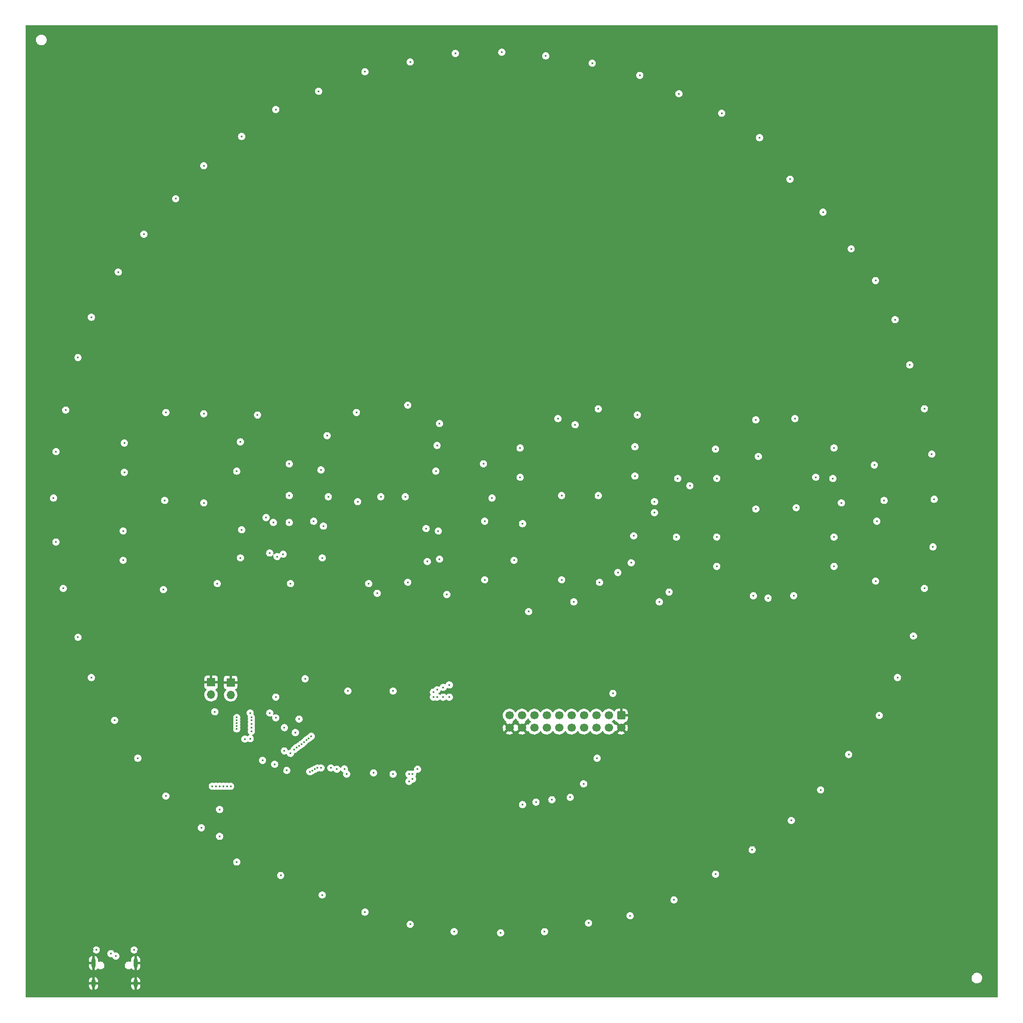
<source format=gbr>
%TF.GenerationSoftware,KiCad,Pcbnew,(6.0.9-0)*%
%TF.CreationDate,2022-12-31T14:30:25+01:00*%
%TF.ProjectId,tomclock,746f6d63-6c6f-4636-9b2e-6b696361645f,rev?*%
%TF.SameCoordinates,Original*%
%TF.FileFunction,Copper,L3,Inr*%
%TF.FilePolarity,Positive*%
%FSLAX46Y46*%
G04 Gerber Fmt 4.6, Leading zero omitted, Abs format (unit mm)*
G04 Created by KiCad (PCBNEW (6.0.9-0)) date 2022-12-31 14:30:25*
%MOMM*%
%LPD*%
G01*
G04 APERTURE LIST*
G04 Aperture macros list*
%AMRoundRect*
0 Rectangle with rounded corners*
0 $1 Rounding radius*
0 $2 $3 $4 $5 $6 $7 $8 $9 X,Y pos of 4 corners*
0 Add a 4 corners polygon primitive as box body*
4,1,4,$2,$3,$4,$5,$6,$7,$8,$9,$2,$3,0*
0 Add four circle primitives for the rounded corners*
1,1,$1+$1,$2,$3*
1,1,$1+$1,$4,$5*
1,1,$1+$1,$6,$7*
1,1,$1+$1,$8,$9*
0 Add four rect primitives between the rounded corners*
20,1,$1+$1,$2,$3,$4,$5,0*
20,1,$1+$1,$4,$5,$6,$7,0*
20,1,$1+$1,$6,$7,$8,$9,0*
20,1,$1+$1,$8,$9,$2,$3,0*%
G04 Aperture macros list end*
%TA.AperFunction,ComponentPad*%
%ADD10R,1.700000X1.700000*%
%TD*%
%TA.AperFunction,ComponentPad*%
%ADD11O,1.700000X1.700000*%
%TD*%
%TA.AperFunction,ComponentPad*%
%ADD12O,0.900000X1.700000*%
%TD*%
%TA.AperFunction,ComponentPad*%
%ADD13O,0.900000X2.000000*%
%TD*%
%TA.AperFunction,ComponentPad*%
%ADD14RoundRect,0.250000X-0.600000X0.600000X-0.600000X-0.600000X0.600000X-0.600000X0.600000X0.600000X0*%
%TD*%
%TA.AperFunction,ComponentPad*%
%ADD15C,1.700000*%
%TD*%
%TA.AperFunction,ViaPad*%
%ADD16C,0.450000*%
%TD*%
G04 APERTURE END LIST*
D10*
%TO.N,GND*%
%TO.C,J1*%
X59250000Y-148475000D03*
D11*
%TO.N,Net-(J1-Pad2)*%
X59250000Y-151015000D03*
%TD*%
D12*
%TO.N,GND*%
%TO.C,J2*%
X35180000Y-210115000D03*
X43820000Y-210115000D03*
D13*
X43820000Y-205945000D03*
X35180000Y-205945000D03*
%TD*%
D14*
%TO.N,GND*%
%TO.C,J4*%
X143180000Y-155247500D03*
D15*
X143180000Y-157787500D03*
%TO.N,VBUS*%
X140640000Y-155247500D03*
%TO.N,+3V3*%
X140640000Y-157787500D03*
%TO.N,/GPIO7_5*%
X138100000Y-155247500D03*
%TO.N,/GPIO22*%
X138100000Y-157787500D03*
%TO.N,/GPIO6_5*%
X135560000Y-155247500D03*
%TO.N,/GPIO21*%
X135560000Y-157787500D03*
%TO.N,/GPIO5_5*%
X133020000Y-155247500D03*
%TO.N,/GPIO20*%
X133020000Y-157787500D03*
%TO.N,/GPIO4_5*%
X130480000Y-155247500D03*
%TO.N,/GPIO19*%
X130480000Y-157787500D03*
%TO.N,/GPIO3_5*%
X127940000Y-155247500D03*
%TO.N,/GPIO18*%
X127940000Y-157787500D03*
%TO.N,/GPIO2_5*%
X125400000Y-155247500D03*
%TO.N,/GPIO17*%
X125400000Y-157787500D03*
%TO.N,/Circle_5*%
X122860000Y-155247500D03*
%TO.N,GND*%
X122860000Y-157787500D03*
%TO.N,/Digit_5*%
X120320000Y-155247500D03*
%TO.N,GND*%
X120320000Y-157787500D03*
%TD*%
D10*
%TO.N,GND*%
%TO.C,J3*%
X63250000Y-148500000D03*
D11*
%TO.N,Net-(J3-Pad2)*%
X63250000Y-151040000D03*
%TD*%
D16*
%TO.N,GND*%
X80500000Y-120000000D03*
X143750000Y-114250000D03*
X71000000Y-159000000D03*
X65000000Y-181250000D03*
X178250000Y-42000000D03*
X40000000Y-142750000D03*
X168000000Y-120000000D03*
X191250000Y-101750000D03*
X124750000Y-206500000D03*
X103500000Y-114000000D03*
X160500000Y-108000000D03*
X37500000Y-96750000D03*
X72250000Y-119750000D03*
X97250000Y-201000000D03*
X200500000Y-132000000D03*
X78750000Y-194250000D03*
X160500000Y-132000000D03*
X105500000Y-204250000D03*
X114500000Y-27250000D03*
X143500000Y-132000000D03*
X191500000Y-120000000D03*
X43250000Y-79250000D03*
X36000000Y-125750000D03*
X120500000Y-131750000D03*
X81600000Y-150100000D03*
X208000000Y-79000000D03*
X112500000Y-107500000D03*
X125250000Y-25000000D03*
X203500000Y-70250000D03*
X175750000Y-96000000D03*
X175750000Y-117250000D03*
X120750000Y-108000000D03*
X191750000Y-125750000D03*
X43750000Y-151750000D03*
X44250000Y-203500000D03*
X47750000Y-70750000D03*
X161750000Y-198500000D03*
X160500000Y-120000000D03*
X128500000Y-107750000D03*
X37500000Y-134750000D03*
X50000000Y-126750000D03*
X211500000Y-87250000D03*
X143500000Y-96250000D03*
X192750000Y-176500000D03*
X151750000Y-125750000D03*
X151000000Y-120000000D03*
X183750000Y-96000000D03*
X176000000Y-131750000D03*
X97750000Y-151250000D03*
X72500000Y-107500000D03*
X50000000Y-108750000D03*
X108000000Y-164000000D03*
X103500000Y-132000000D03*
X87500000Y-198500000D03*
X143000000Y-162750000D03*
X213250000Y-96750000D03*
X198250000Y-62000000D03*
X68750000Y-148500000D03*
X170500000Y-194500000D03*
X80500000Y-131750000D03*
X56000000Y-98250000D03*
X63000000Y-116750000D03*
X71000000Y-161000000D03*
X185750000Y-48000000D03*
X185250000Y-183750000D03*
X96750000Y-96000000D03*
X136500000Y-96250000D03*
X80750000Y-107750000D03*
X67500000Y-165250000D03*
X177750000Y-189500000D03*
X52500000Y-167750000D03*
X35750000Y-106250000D03*
X71000000Y-43750000D03*
X96750000Y-114000000D03*
X215000000Y-106000000D03*
X64000000Y-160000000D03*
X64750000Y-164250000D03*
X134000000Y-27250000D03*
X63750000Y-49500000D03*
X119250000Y-160750000D03*
X105250000Y-28500000D03*
X73219634Y-157335000D03*
X89250000Y-108000000D03*
X112750000Y-125750000D03*
X75900000Y-150100000D03*
X72500000Y-101750000D03*
X167750000Y-102000000D03*
X58500000Y-174750000D03*
X72000000Y-187500000D03*
X70500000Y-153000000D03*
X136500000Y-131750000D03*
X35000000Y-203250000D03*
X58250000Y-56250000D03*
X38250000Y-88500000D03*
X79750000Y-38750000D03*
X103750000Y-96000000D03*
X143750000Y-204500000D03*
X79000000Y-158750000D03*
X128750000Y-119750000D03*
X55750000Y-117250000D03*
X88500000Y-34250000D03*
X79750000Y-157250000D03*
X41750000Y-198750000D03*
X89250000Y-120000000D03*
X167750000Y-125750000D03*
X89000000Y-125750000D03*
X64750000Y-163250000D03*
X120250000Y-119750000D03*
X142750000Y-28250000D03*
X168000000Y-108000000D03*
X49750000Y-120750000D03*
X184000000Y-135000000D03*
X213000000Y-135000000D03*
X112500000Y-119750000D03*
X73000000Y-159000000D03*
X64750000Y-167750000D03*
X185750000Y-114000000D03*
X63750000Y-97125500D03*
X198000000Y-169750000D03*
X203250000Y-161000000D03*
X74500000Y-167500000D03*
X176250000Y-135000000D03*
X175750000Y-113750000D03*
X72500000Y-125750000D03*
X50000000Y-103000000D03*
X47500000Y-159750000D03*
X35250000Y-195500000D03*
X51250000Y-63500000D03*
X152750000Y-201750000D03*
X215250000Y-115250000D03*
X160500000Y-34250000D03*
X81750000Y-164250000D03*
X214750000Y-124500000D03*
X88844500Y-102000000D03*
X151500000Y-107750000D03*
X211000000Y-142750000D03*
X128500000Y-125750000D03*
X63750000Y-134500000D03*
X128750000Y-101750000D03*
X151750000Y-102000000D03*
X134250000Y-206000000D03*
X55500000Y-134500000D03*
X192500000Y-54750000D03*
X207500000Y-152750000D03*
X115500000Y-205750000D03*
X200500000Y-108000000D03*
X97500000Y-167250000D03*
X112750000Y-101750000D03*
X136500000Y-113750000D03*
X35250000Y-116250000D03*
X169000000Y-38500000D03*
X73000000Y-160750000D03*
X191750000Y-107750000D03*
X96500000Y-31500000D03*
X96750000Y-132000000D03*
X200750000Y-120000000D03*
X152250000Y-30750000D03*
%TO.N,VBUS*%
X49500000Y-129500000D03*
X99000000Y-110500000D03*
X186750000Y-124750000D03*
X189750000Y-163250000D03*
X32000000Y-82000000D03*
X52000000Y-49500000D03*
X45500000Y-56750000D03*
X115250000Y-115500000D03*
X202250000Y-83500000D03*
X184500000Y-52250000D03*
X83000000Y-98000000D03*
X87250000Y-150250000D03*
X44250000Y-164000000D03*
X195250000Y-127750000D03*
X184000000Y-170500000D03*
X89000000Y-93250000D03*
X106000000Y-123250000D03*
X57750000Y-42750000D03*
X137250000Y-21750000D03*
X105750000Y-117500000D03*
X90750000Y-195500000D03*
X162500000Y-100750000D03*
X206750000Y-101750000D03*
X170750000Y-113000000D03*
X60500000Y-128250000D03*
X123000000Y-116000000D03*
X96500000Y-150250000D03*
X121250000Y-123500000D03*
X141500000Y-150750000D03*
X100000000Y-198000000D03*
X27500000Y-119750000D03*
X96500000Y-167250000D03*
X41500000Y-105500000D03*
X105500000Y-100000000D03*
X122500000Y-100500000D03*
X57750000Y-111750000D03*
X75250000Y-115750000D03*
X205250000Y-129250000D03*
X162750000Y-124750000D03*
X34750000Y-147500000D03*
X65250000Y-123000000D03*
X190250000Y-59750000D03*
X41250000Y-117500000D03*
X118500000Y-199750000D03*
X195500000Y-115500000D03*
X50000000Y-171750000D03*
X41500000Y-99500000D03*
X122500000Y-106500000D03*
X162750000Y-106750000D03*
X155000000Y-28000000D03*
X29500000Y-92750000D03*
X154750000Y-106750000D03*
X130250000Y-94500000D03*
X136500000Y-197750000D03*
X91500000Y-128250000D03*
X177750000Y-45500000D03*
X100000000Y-21500000D03*
X138500000Y-92500000D03*
X153000000Y-130000000D03*
X186750000Y-118750000D03*
X127750000Y-20250000D03*
X65500000Y-117250000D03*
X199250000Y-74250000D03*
X43500000Y-203250000D03*
X186750000Y-100500000D03*
X75500000Y-128250000D03*
X34750000Y-73750000D03*
X35750000Y-203250000D03*
X64500000Y-185250000D03*
X115000000Y-103750000D03*
X118750000Y-19500000D03*
X138750000Y-128000000D03*
X41250000Y-123500000D03*
X207250000Y-111000000D03*
X195000000Y-104000000D03*
X82000000Y-192000000D03*
X39500000Y-156250000D03*
X145750000Y-118500000D03*
X90750000Y-23500000D03*
X205250000Y-92500000D03*
X178750000Y-94500000D03*
X162750000Y-118750000D03*
X154000000Y-193000000D03*
X99500000Y-91750000D03*
X57750000Y-93500000D03*
X27000000Y-110750000D03*
X40250000Y-64500000D03*
X105250000Y-105250000D03*
X207000000Y-120750000D03*
X127500000Y-199500000D03*
X147000000Y-24250000D03*
X145250000Y-124000000D03*
X186500000Y-106750000D03*
X145000000Y-196250000D03*
X178500000Y-130750000D03*
X89250000Y-111500000D03*
X178000000Y-176750000D03*
X138500000Y-110250000D03*
X50000000Y-93250000D03*
X64500000Y-105250000D03*
X65250000Y-99250000D03*
X81750000Y-105000000D03*
X170250000Y-130750000D03*
X131000000Y-110250000D03*
X57250000Y-178250000D03*
X109250000Y-19750000D03*
X131000000Y-127500000D03*
X146000000Y-100250000D03*
X49750000Y-111250000D03*
X195250000Y-66250000D03*
X82250000Y-116500000D03*
X72500000Y-31250000D03*
X73500000Y-188000000D03*
X163750000Y-32000000D03*
X203000000Y-139000000D03*
X171500000Y-37000000D03*
X82000000Y-123000000D03*
X196000000Y-155250000D03*
X170000000Y-182750000D03*
X65500000Y-36750000D03*
X29000000Y-129250000D03*
X162500000Y-187750000D03*
X154500000Y-118750000D03*
X32000000Y-139250000D03*
X199750000Y-147500000D03*
X75250000Y-103750000D03*
X81250000Y-27500000D03*
X179000000Y-112750000D03*
X170750000Y-94750000D03*
X109000000Y-199500000D03*
X27500000Y-101250000D03*
X115250000Y-127500000D03*
X146000000Y-106250000D03*
X99500000Y-128000000D03*
%TO.N,+3V3*%
X71250000Y-154750000D03*
X76500000Y-158750000D03*
X77250000Y-156000000D03*
X74750000Y-166500000D03*
X67250000Y-154750000D03*
X72250000Y-165250000D03*
X75500000Y-163000000D03*
X92500000Y-167000000D03*
X69785000Y-164450000D03*
%TO.N,Net-(DS37-Pad2)*%
X61000000Y-180000000D03*
X61000000Y-174500000D03*
%TO.N,/Digit1/S9*%
X68750000Y-93750000D03*
X74000000Y-122250000D03*
%TO.N,Net-(DS67-Pad2)*%
X70500000Y-114750000D03*
X72000000Y-115750000D03*
%TO.N,Net-(DS69-Pad2)*%
X72750000Y-122750000D03*
X71250000Y-122000000D03*
%TO.N,Net-(DS74-Pad2)*%
X80250000Y-115500000D03*
X75250000Y-110250000D03*
%TO.N,/Digit2/S9*%
X103500000Y-123750000D03*
X106000000Y-95500000D03*
X103250000Y-117000000D03*
X107500000Y-130500000D03*
%TO.N,Net-(DS81-Pad2)*%
X83250000Y-110500000D03*
X94000000Y-110500000D03*
%TO.N,Net-(DS89-Pad2)*%
X93250000Y-130250000D03*
X116750000Y-110750000D03*
%TO.N,/Digit2/DIGIT_OUT*%
X124250000Y-134000000D03*
X133750000Y-95750000D03*
%TO.N,/Digit3/S9*%
X150000000Y-111500000D03*
X150000000Y-113750000D03*
X146500000Y-93750000D03*
X151000000Y-132000000D03*
%TO.N,Net-(DS106-Pad2)*%
X157250000Y-108250000D03*
X133500000Y-132000000D03*
%TO.N,/Digit3/DIGIT_OUT*%
X171250000Y-102250000D03*
X142500000Y-126000000D03*
%TO.N,/Digit4/S9*%
X183000000Y-106500000D03*
X188250000Y-111750000D03*
%TO.N,Net-(DS123-Pad2)*%
X197000000Y-111250000D03*
X173250000Y-131250000D03*
%TO.N,/rp2040_base/XIN*%
X72500000Y-151500000D03*
X72500000Y-155750000D03*
%TO.N,/rp2040_base/USB_C_D-*%
X38750000Y-204000000D03*
X39750000Y-204500000D03*
%TO.N,/GPIO7_5*%
X108000000Y-151500000D03*
X108000000Y-149000000D03*
%TO.N,/GPIO19*%
X129000000Y-172500000D03*
X67500000Y-157000000D03*
X64500000Y-156846994D03*
X61000000Y-169750000D03*
%TO.N,/GPIO6_5*%
X106750000Y-149500000D03*
X106750000Y-151500000D03*
%TO.N,/GPIO18*%
X60250000Y-169750000D03*
X64500000Y-156250000D03*
X67500000Y-156250000D03*
X125750000Y-173000000D03*
%TO.N,/GPIO5_5*%
X105500000Y-151500000D03*
X105500000Y-150000000D03*
%TO.N,/GPIO17*%
X123000000Y-173500000D03*
X67500000Y-155673497D03*
X59500000Y-169750000D03*
X64500000Y-155673497D03*
%TO.N,/GPIO4_5*%
X104750000Y-150500000D03*
X104750000Y-151500000D03*
%TO.N,/rp2040_base/QSPI_SS*%
X74250000Y-162500000D03*
X60000000Y-154500000D03*
%TO.N,/rp2040_base/XOUT*%
X78500000Y-147750000D03*
X74250000Y-157750000D03*
%TO.N,/rp2040_base/GPIO0*%
X79453080Y-166773460D03*
X76271486Y-162225939D03*
%TO.N,/rp2040_base/GPIO1*%
X79968720Y-166515640D03*
X76750000Y-161815000D03*
%TO.N,/rp2040_base/GPIO2*%
X80484360Y-166257820D03*
X77250000Y-161500000D03*
%TO.N,/rp2040_base/GPIO3*%
X81000000Y-166000000D03*
X77750000Y-161165000D03*
%TO.N,/rp2040_base/GPIO4*%
X81750000Y-166000000D03*
X78250000Y-160750000D03*
X99750000Y-167250000D03*
X99750000Y-168750000D03*
%TO.N,/rp2040_base/GPIO5*%
X100500000Y-168250000D03*
X100500000Y-167250000D03*
X78750000Y-160250000D03*
X83750000Y-166000000D03*
%TO.N,/rp2040_base/GPIO6*%
X79250000Y-159915000D03*
X85000000Y-166250000D03*
X101500000Y-166250000D03*
X86543450Y-166206550D03*
%TO.N,/rp2040_base/GPIO7*%
X87000000Y-167250000D03*
X79750000Y-159500000D03*
%TO.N,/GPIO22*%
X138250000Y-164000000D03*
X67251500Y-160000000D03*
X66166640Y-160079740D03*
X63250000Y-169750000D03*
%TO.N,/GPIO21*%
X62500000Y-169750000D03*
X135500000Y-169250000D03*
X67500000Y-158498500D03*
X64500000Y-158000000D03*
%TO.N,/GPIO20*%
X64500000Y-157423497D03*
X132750000Y-172009500D03*
X61750000Y-169750000D03*
X67500000Y-157750000D03*
%TD*%
%TA.AperFunction,Conductor*%
%TO.N,GND*%
G36*
X220183621Y-14028502D02*
G01*
X220230114Y-14082158D01*
X220241500Y-14134500D01*
X220241500Y-212865500D01*
X220221498Y-212933621D01*
X220167842Y-212980114D01*
X220115500Y-212991500D01*
X21384500Y-212991500D01*
X21316379Y-212971498D01*
X21269886Y-212917842D01*
X21258500Y-212865500D01*
X21258500Y-210560447D01*
X34222000Y-210560447D01*
X34222323Y-210566822D01*
X34236082Y-210702277D01*
X34238636Y-210714717D01*
X34293016Y-210888244D01*
X34298025Y-210899932D01*
X34386187Y-211058979D01*
X34393438Y-211069412D01*
X34511785Y-211207491D01*
X34520976Y-211216244D01*
X34664680Y-211327711D01*
X34675440Y-211334435D01*
X34838625Y-211414732D01*
X34850519Y-211419155D01*
X34908470Y-211434251D01*
X34922564Y-211433817D01*
X34926000Y-211425636D01*
X34926000Y-211424229D01*
X35434000Y-211424229D01*
X35437973Y-211437760D01*
X35444075Y-211438637D01*
X35596136Y-211382690D01*
X35607549Y-211377123D01*
X35762108Y-211281292D01*
X35772174Y-211273540D01*
X35904303Y-211148592D01*
X35912605Y-211138974D01*
X36016908Y-210990013D01*
X36023108Y-210978919D01*
X36095332Y-210812020D01*
X36099171Y-210799917D01*
X36136675Y-210620400D01*
X36137915Y-210610848D01*
X36138000Y-210607616D01*
X36138000Y-210560447D01*
X42862000Y-210560447D01*
X42862323Y-210566822D01*
X42876082Y-210702277D01*
X42878636Y-210714717D01*
X42933016Y-210888244D01*
X42938025Y-210899932D01*
X43026187Y-211058979D01*
X43033438Y-211069412D01*
X43151785Y-211207491D01*
X43160976Y-211216244D01*
X43304680Y-211327711D01*
X43315440Y-211334435D01*
X43478625Y-211414732D01*
X43490519Y-211419155D01*
X43548470Y-211434251D01*
X43562564Y-211433817D01*
X43566000Y-211425636D01*
X43566000Y-211424229D01*
X44074000Y-211424229D01*
X44077973Y-211437760D01*
X44084075Y-211438637D01*
X44236136Y-211382690D01*
X44247549Y-211377123D01*
X44402108Y-211281292D01*
X44412174Y-211273540D01*
X44544303Y-211148592D01*
X44552605Y-211138974D01*
X44656908Y-210990013D01*
X44663108Y-210978919D01*
X44735332Y-210812020D01*
X44739171Y-210799917D01*
X44776675Y-210620400D01*
X44777915Y-210610848D01*
X44778000Y-210607616D01*
X44778000Y-210387115D01*
X44773525Y-210371876D01*
X44772135Y-210370671D01*
X44764452Y-210369000D01*
X44092115Y-210369000D01*
X44076876Y-210373475D01*
X44075671Y-210374865D01*
X44074000Y-210382548D01*
X44074000Y-211424229D01*
X43566000Y-211424229D01*
X43566000Y-210387115D01*
X43561525Y-210371876D01*
X43560135Y-210370671D01*
X43552452Y-210369000D01*
X42880115Y-210369000D01*
X42864876Y-210373475D01*
X42863671Y-210374865D01*
X42862000Y-210382548D01*
X42862000Y-210560447D01*
X36138000Y-210560447D01*
X36138000Y-210387115D01*
X36133525Y-210371876D01*
X36132135Y-210370671D01*
X36124452Y-210369000D01*
X35452115Y-210369000D01*
X35436876Y-210373475D01*
X35435671Y-210374865D01*
X35434000Y-210382548D01*
X35434000Y-211424229D01*
X34926000Y-211424229D01*
X34926000Y-210387115D01*
X34921525Y-210371876D01*
X34920135Y-210370671D01*
X34912452Y-210369000D01*
X34240115Y-210369000D01*
X34224876Y-210373475D01*
X34223671Y-210374865D01*
X34222000Y-210382548D01*
X34222000Y-210560447D01*
X21258500Y-210560447D01*
X21258500Y-209842885D01*
X34222000Y-209842885D01*
X34226475Y-209858124D01*
X34227865Y-209859329D01*
X34235548Y-209861000D01*
X34907885Y-209861000D01*
X34923124Y-209856525D01*
X34924329Y-209855135D01*
X34926000Y-209847452D01*
X34926000Y-209842885D01*
X35434000Y-209842885D01*
X35438475Y-209858124D01*
X35439865Y-209859329D01*
X35447548Y-209861000D01*
X36119885Y-209861000D01*
X36135124Y-209856525D01*
X36136329Y-209855135D01*
X36138000Y-209847452D01*
X36138000Y-209842885D01*
X42862000Y-209842885D01*
X42866475Y-209858124D01*
X42867865Y-209859329D01*
X42875548Y-209861000D01*
X43547885Y-209861000D01*
X43563124Y-209856525D01*
X43564329Y-209855135D01*
X43566000Y-209847452D01*
X43566000Y-209842885D01*
X44074000Y-209842885D01*
X44078475Y-209858124D01*
X44079865Y-209859329D01*
X44087548Y-209861000D01*
X44759885Y-209861000D01*
X44775124Y-209856525D01*
X44776329Y-209855135D01*
X44778000Y-209847452D01*
X44778000Y-209669553D01*
X44777677Y-209663178D01*
X44763918Y-209527723D01*
X44761364Y-209515283D01*
X44706984Y-209341756D01*
X44701975Y-209330068D01*
X44613813Y-209171021D01*
X44606562Y-209160588D01*
X44488215Y-209022509D01*
X44479024Y-209013756D01*
X44392679Y-208946781D01*
X214911868Y-208946781D01*
X214921436Y-209153502D01*
X214922840Y-209159327D01*
X214922840Y-209159328D01*
X214947990Y-209263683D01*
X214969921Y-209354685D01*
X215055574Y-209543069D01*
X215175305Y-209711858D01*
X215179628Y-209715996D01*
X215179632Y-209716001D01*
X215259694Y-209792643D01*
X215324792Y-209854961D01*
X215329827Y-209858212D01*
X215493606Y-209963963D01*
X215493609Y-209963964D01*
X215498643Y-209967215D01*
X215690584Y-210044570D01*
X215696465Y-210045718D01*
X215696470Y-210045720D01*
X215889244Y-210083366D01*
X215889247Y-210083366D01*
X215893690Y-210084234D01*
X215899129Y-210084500D01*
X216051704Y-210084500D01*
X216206007Y-210069778D01*
X216211761Y-210068090D01*
X216398827Y-210013211D01*
X216398829Y-210013210D01*
X216404580Y-210011523D01*
X216486257Y-209969457D01*
X216583225Y-209919516D01*
X216583228Y-209919514D01*
X216588556Y-209916770D01*
X216751294Y-209788937D01*
X216886924Y-209632637D01*
X216990552Y-209453510D01*
X217058438Y-209258019D01*
X217061053Y-209239987D01*
X217087271Y-209059159D01*
X217087271Y-209059156D01*
X217088132Y-209053219D01*
X217078564Y-208846498D01*
X217030079Y-208645315D01*
X216944426Y-208456931D01*
X216824695Y-208288142D01*
X216820372Y-208284004D01*
X216820368Y-208283999D01*
X216679538Y-208149184D01*
X216675208Y-208145039D01*
X216575230Y-208080484D01*
X216506394Y-208036037D01*
X216506391Y-208036036D01*
X216501357Y-208032785D01*
X216309416Y-207955430D01*
X216303535Y-207954282D01*
X216303530Y-207954280D01*
X216110756Y-207916634D01*
X216110753Y-207916634D01*
X216106310Y-207915766D01*
X216100871Y-207915500D01*
X215948296Y-207915500D01*
X215793993Y-207930222D01*
X215788239Y-207931910D01*
X215601173Y-207986789D01*
X215601171Y-207986790D01*
X215595420Y-207988477D01*
X215590087Y-207991223D01*
X215590086Y-207991224D01*
X215416775Y-208080484D01*
X215416772Y-208080486D01*
X215411444Y-208083230D01*
X215248706Y-208211063D01*
X215113076Y-208367363D01*
X215009448Y-208546490D01*
X214941562Y-208741981D01*
X214940702Y-208747914D01*
X214940701Y-208747917D01*
X214925483Y-208852877D01*
X214911868Y-208946781D01*
X44392679Y-208946781D01*
X44335320Y-208902289D01*
X44324560Y-208895565D01*
X44161375Y-208815268D01*
X44149481Y-208810845D01*
X44091530Y-208795749D01*
X44077436Y-208796183D01*
X44074000Y-208804364D01*
X44074000Y-209842885D01*
X43566000Y-209842885D01*
X43566000Y-208805771D01*
X43562027Y-208792240D01*
X43555925Y-208791363D01*
X43403864Y-208847310D01*
X43392451Y-208852877D01*
X43237892Y-208948708D01*
X43227826Y-208956460D01*
X43095697Y-209081408D01*
X43087395Y-209091026D01*
X42983092Y-209239987D01*
X42976892Y-209251081D01*
X42904668Y-209417980D01*
X42900829Y-209430083D01*
X42863325Y-209609600D01*
X42862085Y-209619152D01*
X42862000Y-209622384D01*
X42862000Y-209842885D01*
X36138000Y-209842885D01*
X36138000Y-209669553D01*
X36137677Y-209663178D01*
X36123918Y-209527723D01*
X36121364Y-209515283D01*
X36066984Y-209341756D01*
X36061975Y-209330068D01*
X35973813Y-209171021D01*
X35966562Y-209160588D01*
X35848215Y-209022509D01*
X35839024Y-209013756D01*
X35695320Y-208902289D01*
X35684560Y-208895565D01*
X35521375Y-208815268D01*
X35509481Y-208810845D01*
X35451530Y-208795749D01*
X35437436Y-208796183D01*
X35434000Y-208804364D01*
X35434000Y-209842885D01*
X34926000Y-209842885D01*
X34926000Y-208805771D01*
X34922027Y-208792240D01*
X34915925Y-208791363D01*
X34763864Y-208847310D01*
X34752451Y-208852877D01*
X34597892Y-208948708D01*
X34587826Y-208956460D01*
X34455697Y-209081408D01*
X34447395Y-209091026D01*
X34343092Y-209239987D01*
X34336892Y-209251081D01*
X34264668Y-209417980D01*
X34260829Y-209430083D01*
X34223325Y-209609600D01*
X34222085Y-209619152D01*
X34222000Y-209622384D01*
X34222000Y-209842885D01*
X21258500Y-209842885D01*
X21258500Y-206540447D01*
X34222000Y-206540447D01*
X34222323Y-206546822D01*
X34236082Y-206682277D01*
X34238636Y-206694717D01*
X34293016Y-206868244D01*
X34298025Y-206879932D01*
X34386187Y-207038979D01*
X34393438Y-207049412D01*
X34511785Y-207187491D01*
X34520976Y-207196244D01*
X34664680Y-207307711D01*
X34675440Y-207314435D01*
X34838625Y-207394732D01*
X34850519Y-207399155D01*
X34908470Y-207414251D01*
X34922564Y-207413817D01*
X34926000Y-207405636D01*
X34926000Y-207404229D01*
X35434000Y-207404229D01*
X35437973Y-207417760D01*
X35444075Y-207418637D01*
X35596136Y-207362690D01*
X35607549Y-207357123D01*
X35762108Y-207261292D01*
X35772174Y-207253540D01*
X35904303Y-207128592D01*
X35912601Y-207118978D01*
X35930633Y-207093226D01*
X35986090Y-207048898D01*
X36056709Y-207041589D01*
X36102099Y-207059585D01*
X36248238Y-207153765D01*
X36254858Y-207156174D01*
X36254861Y-207156176D01*
X36364947Y-207196244D01*
X36418685Y-207215803D01*
X36558769Y-207233500D01*
X36655610Y-207233500D01*
X36790255Y-207218397D01*
X36853870Y-207196244D01*
X36954894Y-207161064D01*
X36954897Y-207161062D01*
X36961552Y-207158745D01*
X36969522Y-207153765D01*
X37109402Y-207066359D01*
X37115376Y-207062626D01*
X37129200Y-207048898D01*
X37239085Y-206939778D01*
X37239088Y-206939774D01*
X37244082Y-206934815D01*
X37341273Y-206781666D01*
X37376664Y-206682277D01*
X37399757Y-206617425D01*
X37399758Y-206617420D01*
X37402119Y-206610790D01*
X37404883Y-206587616D01*
X37422762Y-206437673D01*
X37423596Y-206430680D01*
X37422402Y-206419320D01*
X41576404Y-206419320D01*
X41577140Y-206426323D01*
X41577140Y-206426324D01*
X41594093Y-206587616D01*
X41595364Y-206599712D01*
X41653818Y-206771421D01*
X41748862Y-206925912D01*
X41753793Y-206930947D01*
X41753795Y-206930950D01*
X41860781Y-207040200D01*
X41875771Y-207055507D01*
X42028238Y-207153765D01*
X42034858Y-207156174D01*
X42034861Y-207156176D01*
X42144947Y-207196244D01*
X42198685Y-207215803D01*
X42338769Y-207233500D01*
X42435610Y-207233500D01*
X42570255Y-207218397D01*
X42633870Y-207196244D01*
X42734894Y-207161064D01*
X42734897Y-207161062D01*
X42741552Y-207158745D01*
X42755634Y-207149946D01*
X42895376Y-207062626D01*
X42896148Y-207063862D01*
X42954612Y-207040200D01*
X43024376Y-207053374D01*
X43062729Y-207083587D01*
X43151785Y-207187490D01*
X43160976Y-207196244D01*
X43304680Y-207307711D01*
X43315440Y-207314435D01*
X43478625Y-207394732D01*
X43490519Y-207399155D01*
X43548470Y-207414251D01*
X43562564Y-207413817D01*
X43566000Y-207405636D01*
X43566000Y-207404229D01*
X44074000Y-207404229D01*
X44077973Y-207417760D01*
X44084075Y-207418637D01*
X44236136Y-207362690D01*
X44247549Y-207357123D01*
X44402108Y-207261292D01*
X44412174Y-207253540D01*
X44544303Y-207128592D01*
X44552605Y-207118974D01*
X44656908Y-206970013D01*
X44663108Y-206958919D01*
X44735332Y-206792020D01*
X44739171Y-206779917D01*
X44776675Y-206600400D01*
X44777915Y-206590848D01*
X44778000Y-206587616D01*
X44778000Y-206217115D01*
X44773525Y-206201876D01*
X44772135Y-206200671D01*
X44764452Y-206199000D01*
X44092115Y-206199000D01*
X44076876Y-206203475D01*
X44075671Y-206204865D01*
X44074000Y-206212548D01*
X44074000Y-207404229D01*
X43566000Y-207404229D01*
X43566000Y-205672885D01*
X44074000Y-205672885D01*
X44078475Y-205688124D01*
X44079865Y-205689329D01*
X44087548Y-205691000D01*
X44759885Y-205691000D01*
X44775124Y-205686525D01*
X44776329Y-205685135D01*
X44778000Y-205677452D01*
X44778000Y-205349553D01*
X44777677Y-205343178D01*
X44763918Y-205207723D01*
X44761364Y-205195283D01*
X44706984Y-205021756D01*
X44701975Y-205010068D01*
X44613813Y-204851021D01*
X44606562Y-204840588D01*
X44488215Y-204702509D01*
X44479024Y-204693756D01*
X44335320Y-204582289D01*
X44324560Y-204575565D01*
X44161375Y-204495268D01*
X44149481Y-204490845D01*
X44091530Y-204475749D01*
X44077436Y-204476183D01*
X44074000Y-204484364D01*
X44074000Y-205672885D01*
X43566000Y-205672885D01*
X43566000Y-204485771D01*
X43562027Y-204472240D01*
X43555925Y-204471363D01*
X43403864Y-204527310D01*
X43392451Y-204532877D01*
X43237892Y-204628708D01*
X43227826Y-204636460D01*
X43095697Y-204761408D01*
X43087395Y-204771026D01*
X42983092Y-204919987D01*
X42976892Y-204931081D01*
X42904668Y-205097980D01*
X42900829Y-205110083D01*
X42863325Y-205289600D01*
X42862085Y-205299152D01*
X42862000Y-205302384D01*
X42862000Y-205556412D01*
X42841998Y-205624533D01*
X42788342Y-205671026D01*
X42718068Y-205681130D01*
X42692908Y-205674814D01*
X42581315Y-205634197D01*
X42441231Y-205616500D01*
X42344390Y-205616500D01*
X42209745Y-205631603D01*
X42203092Y-205633920D01*
X42203091Y-205633920D01*
X42045106Y-205688936D01*
X42045103Y-205688938D01*
X42038448Y-205691255D01*
X42032469Y-205694991D01*
X42024367Y-205700054D01*
X41884624Y-205787374D01*
X41879628Y-205792335D01*
X41879627Y-205792336D01*
X41760915Y-205910222D01*
X41760912Y-205910226D01*
X41755918Y-205915185D01*
X41658727Y-206068334D01*
X41656362Y-206074976D01*
X41600243Y-206232575D01*
X41600242Y-206232580D01*
X41597881Y-206239210D01*
X41576404Y-206419320D01*
X37422402Y-206419320D01*
X37404636Y-206250288D01*
X37346182Y-206078579D01*
X37251138Y-205924088D01*
X37246207Y-205919053D01*
X37246205Y-205919050D01*
X37129157Y-205799525D01*
X37129156Y-205799524D01*
X37124229Y-205794493D01*
X36971762Y-205696235D01*
X36965142Y-205693826D01*
X36965139Y-205693824D01*
X36807934Y-205636606D01*
X36807933Y-205636606D01*
X36801315Y-205634197D01*
X36661231Y-205616500D01*
X36564390Y-205616500D01*
X36429745Y-205631603D01*
X36305436Y-205674892D01*
X36234528Y-205678406D01*
X36172975Y-205643025D01*
X36140323Y-205579983D01*
X36138000Y-205555901D01*
X36138000Y-205349553D01*
X36137677Y-205343178D01*
X36123918Y-205207723D01*
X36121364Y-205195283D01*
X36066984Y-205021756D01*
X36061975Y-205010068D01*
X35973813Y-204851021D01*
X35966562Y-204840588D01*
X35848215Y-204702509D01*
X35839024Y-204693756D01*
X35695320Y-204582289D01*
X35684560Y-204575565D01*
X35521375Y-204495268D01*
X35509481Y-204490845D01*
X35451530Y-204475749D01*
X35437436Y-204476183D01*
X35434000Y-204484364D01*
X35434000Y-207404229D01*
X34926000Y-207404229D01*
X34926000Y-206217115D01*
X34921525Y-206201876D01*
X34920135Y-206200671D01*
X34912452Y-206199000D01*
X34240115Y-206199000D01*
X34224876Y-206203475D01*
X34223671Y-206204865D01*
X34222000Y-206212548D01*
X34222000Y-206540447D01*
X21258500Y-206540447D01*
X21258500Y-205672885D01*
X34222000Y-205672885D01*
X34226475Y-205688124D01*
X34227865Y-205689329D01*
X34235548Y-205691000D01*
X34907885Y-205691000D01*
X34923124Y-205686525D01*
X34924329Y-205685135D01*
X34926000Y-205677452D01*
X34926000Y-204485771D01*
X34922027Y-204472240D01*
X34915925Y-204471363D01*
X34763864Y-204527310D01*
X34752451Y-204532877D01*
X34597892Y-204628708D01*
X34587826Y-204636460D01*
X34455697Y-204761408D01*
X34447395Y-204771026D01*
X34343092Y-204919987D01*
X34336892Y-204931081D01*
X34264668Y-205097980D01*
X34260829Y-205110083D01*
X34223325Y-205289600D01*
X34222085Y-205299152D01*
X34222000Y-205302384D01*
X34222000Y-205672885D01*
X21258500Y-205672885D01*
X21258500Y-203989694D01*
X38011931Y-203989694D01*
X38027989Y-204153468D01*
X38079932Y-204309615D01*
X38165179Y-204450373D01*
X38279491Y-204568747D01*
X38417189Y-204658854D01*
X38571428Y-204716215D01*
X38578409Y-204717146D01*
X38578411Y-204717147D01*
X38727561Y-204737048D01*
X38727565Y-204737048D01*
X38734542Y-204737979D01*
X38741553Y-204737341D01*
X38741557Y-204737341D01*
X38891406Y-204723704D01*
X38891409Y-204723703D01*
X38898424Y-204723065D01*
X38906140Y-204720558D01*
X38917245Y-204716950D01*
X38988212Y-204714922D01*
X39049010Y-204751585D01*
X39075738Y-204797007D01*
X39079932Y-204809615D01*
X39165179Y-204950373D01*
X39279491Y-205068747D01*
X39417189Y-205158854D01*
X39571428Y-205216215D01*
X39578409Y-205217146D01*
X39578411Y-205217147D01*
X39727561Y-205237048D01*
X39727565Y-205237048D01*
X39734542Y-205237979D01*
X39741553Y-205237341D01*
X39741557Y-205237341D01*
X39891403Y-205223704D01*
X39891404Y-205223704D01*
X39898424Y-205223065D01*
X39927062Y-205213760D01*
X40048230Y-205174390D01*
X40048233Y-205174389D01*
X40054929Y-205172213D01*
X40196279Y-205087951D01*
X40315449Y-204974468D01*
X40331458Y-204950373D01*
X40402614Y-204843275D01*
X40402615Y-204843273D01*
X40406515Y-204837403D01*
X40464951Y-204683568D01*
X40486129Y-204532877D01*
X40487302Y-204524534D01*
X40487303Y-204524527D01*
X40487853Y-204520610D01*
X40488141Y-204500000D01*
X40469798Y-204336466D01*
X40415680Y-204181060D01*
X40328476Y-204041505D01*
X40270080Y-203982700D01*
X40217486Y-203929737D01*
X40217482Y-203929734D01*
X40212522Y-203924739D01*
X40073580Y-203836563D01*
X40009314Y-203813679D01*
X39925189Y-203783723D01*
X39925187Y-203783722D01*
X39918555Y-203781361D01*
X39911569Y-203780528D01*
X39911565Y-203780527D01*
X39797071Y-203766875D01*
X39755153Y-203761877D01*
X39748150Y-203762613D01*
X39748149Y-203762613D01*
X39704935Y-203767155D01*
X39591495Y-203779078D01*
X39584828Y-203781348D01*
X39584822Y-203781349D01*
X39583274Y-203781876D01*
X39582222Y-203781921D01*
X39577945Y-203782861D01*
X39577780Y-203782110D01*
X39512341Y-203784892D01*
X39451038Y-203749080D01*
X39423682Y-203704037D01*
X39417999Y-203687718D01*
X39417997Y-203687715D01*
X39415680Y-203681060D01*
X39353039Y-203580813D01*
X39332209Y-203547479D01*
X39328476Y-203541505D01*
X39221290Y-203433568D01*
X39217486Y-203429737D01*
X39217482Y-203429734D01*
X39212522Y-203424739D01*
X39073580Y-203336563D01*
X39024447Y-203319068D01*
X38925189Y-203283723D01*
X38925187Y-203283722D01*
X38918555Y-203281361D01*
X38911569Y-203280528D01*
X38911565Y-203280527D01*
X38795173Y-203266649D01*
X38755153Y-203261877D01*
X38748150Y-203262613D01*
X38748149Y-203262613D01*
X38709750Y-203266649D01*
X38591495Y-203279078D01*
X38584827Y-203281348D01*
X38442382Y-203329840D01*
X38442379Y-203329841D01*
X38435715Y-203332110D01*
X38295555Y-203418337D01*
X38177982Y-203533473D01*
X38088838Y-203671797D01*
X38086427Y-203678420D01*
X38086426Y-203678423D01*
X38034966Y-203819809D01*
X38034965Y-203819814D01*
X38032556Y-203826432D01*
X38011931Y-203989694D01*
X21258500Y-203989694D01*
X21258500Y-203239694D01*
X35011931Y-203239694D01*
X35027989Y-203403468D01*
X35079932Y-203559615D01*
X35083581Y-203565640D01*
X35157515Y-203687718D01*
X35165179Y-203700373D01*
X35279491Y-203818747D01*
X35417189Y-203908854D01*
X35571428Y-203966215D01*
X35578409Y-203967146D01*
X35578411Y-203967147D01*
X35727561Y-203987048D01*
X35727565Y-203987048D01*
X35734542Y-203987979D01*
X35741553Y-203987341D01*
X35741557Y-203987341D01*
X35891403Y-203973704D01*
X35891404Y-203973704D01*
X35898424Y-203973065D01*
X35927062Y-203963760D01*
X36048230Y-203924390D01*
X36048233Y-203924389D01*
X36054929Y-203922213D01*
X36196279Y-203837951D01*
X36315449Y-203724468D01*
X36328092Y-203705439D01*
X36402614Y-203593275D01*
X36402615Y-203593273D01*
X36406515Y-203587403D01*
X36464951Y-203433568D01*
X36478691Y-203335801D01*
X36487302Y-203274534D01*
X36487303Y-203274527D01*
X36487853Y-203270610D01*
X36488141Y-203250000D01*
X36486985Y-203239694D01*
X42761931Y-203239694D01*
X42777989Y-203403468D01*
X42829932Y-203559615D01*
X42833581Y-203565640D01*
X42907515Y-203687718D01*
X42915179Y-203700373D01*
X43029491Y-203818747D01*
X43167189Y-203908854D01*
X43321428Y-203966215D01*
X43328409Y-203967146D01*
X43328411Y-203967147D01*
X43477561Y-203987048D01*
X43477565Y-203987048D01*
X43484542Y-203987979D01*
X43491553Y-203987341D01*
X43491557Y-203987341D01*
X43641403Y-203973704D01*
X43641404Y-203973704D01*
X43648424Y-203973065D01*
X43677062Y-203963760D01*
X43798230Y-203924390D01*
X43798233Y-203924389D01*
X43804929Y-203922213D01*
X43946279Y-203837951D01*
X44065449Y-203724468D01*
X44078092Y-203705439D01*
X44152614Y-203593275D01*
X44152615Y-203593273D01*
X44156515Y-203587403D01*
X44214951Y-203433568D01*
X44228691Y-203335801D01*
X44237302Y-203274534D01*
X44237303Y-203274527D01*
X44237853Y-203270610D01*
X44238141Y-203250000D01*
X44219798Y-203086466D01*
X44213998Y-203069809D01*
X44167998Y-202937717D01*
X44165680Y-202931060D01*
X44078476Y-202791505D01*
X44020499Y-202733122D01*
X43967486Y-202679737D01*
X43967482Y-202679734D01*
X43962522Y-202674739D01*
X43823580Y-202586563D01*
X43774447Y-202569068D01*
X43675189Y-202533723D01*
X43675187Y-202533722D01*
X43668555Y-202531361D01*
X43661569Y-202530528D01*
X43661565Y-202530527D01*
X43547071Y-202516875D01*
X43505153Y-202511877D01*
X43498150Y-202512613D01*
X43498149Y-202512613D01*
X43454935Y-202517155D01*
X43341495Y-202529078D01*
X43334827Y-202531348D01*
X43192382Y-202579840D01*
X43192379Y-202579841D01*
X43185715Y-202582110D01*
X43045555Y-202668337D01*
X42927982Y-202783473D01*
X42838838Y-202921797D01*
X42836427Y-202928420D01*
X42836426Y-202928423D01*
X42784966Y-203069809D01*
X42784965Y-203069814D01*
X42782556Y-203076432D01*
X42761931Y-203239694D01*
X36486985Y-203239694D01*
X36469798Y-203086466D01*
X36463998Y-203069809D01*
X36417998Y-202937717D01*
X36415680Y-202931060D01*
X36328476Y-202791505D01*
X36270499Y-202733122D01*
X36217486Y-202679737D01*
X36217482Y-202679734D01*
X36212522Y-202674739D01*
X36073580Y-202586563D01*
X36024447Y-202569068D01*
X35925189Y-202533723D01*
X35925187Y-202533722D01*
X35918555Y-202531361D01*
X35911569Y-202530528D01*
X35911565Y-202530527D01*
X35797071Y-202516875D01*
X35755153Y-202511877D01*
X35748150Y-202512613D01*
X35748149Y-202512613D01*
X35704935Y-202517155D01*
X35591495Y-202529078D01*
X35584827Y-202531348D01*
X35442382Y-202579840D01*
X35442379Y-202579841D01*
X35435715Y-202582110D01*
X35295555Y-202668337D01*
X35177982Y-202783473D01*
X35088838Y-202921797D01*
X35086427Y-202928420D01*
X35086426Y-202928423D01*
X35034966Y-203069809D01*
X35034965Y-203069814D01*
X35032556Y-203076432D01*
X35011931Y-203239694D01*
X21258500Y-203239694D01*
X21258500Y-199489694D01*
X108261931Y-199489694D01*
X108277989Y-199653468D01*
X108329932Y-199809615D01*
X108333581Y-199815640D01*
X108390821Y-199910153D01*
X108415179Y-199950373D01*
X108529491Y-200068747D01*
X108667189Y-200158854D01*
X108821428Y-200216215D01*
X108828409Y-200217146D01*
X108828411Y-200217147D01*
X108977561Y-200237048D01*
X108977565Y-200237048D01*
X108984542Y-200237979D01*
X108991553Y-200237341D01*
X108991557Y-200237341D01*
X109141403Y-200223704D01*
X109141404Y-200223704D01*
X109148424Y-200223065D01*
X109202671Y-200205439D01*
X109298230Y-200174390D01*
X109298233Y-200174389D01*
X109304929Y-200172213D01*
X109446279Y-200087951D01*
X109565449Y-199974468D01*
X109581458Y-199950373D01*
X109652614Y-199843275D01*
X109652615Y-199843273D01*
X109656515Y-199837403D01*
X109693631Y-199739694D01*
X117761931Y-199739694D01*
X117777989Y-199903468D01*
X117829932Y-200059615D01*
X117833581Y-200065640D01*
X117898125Y-200172213D01*
X117915179Y-200200373D01*
X117920070Y-200205438D01*
X117920071Y-200205439D01*
X117986561Y-200274291D01*
X118029491Y-200318747D01*
X118167189Y-200408854D01*
X118321428Y-200466215D01*
X118328409Y-200467146D01*
X118328411Y-200467147D01*
X118477561Y-200487048D01*
X118477565Y-200487048D01*
X118484542Y-200487979D01*
X118491553Y-200487341D01*
X118491557Y-200487341D01*
X118641403Y-200473704D01*
X118641404Y-200473704D01*
X118648424Y-200473065D01*
X118677062Y-200463760D01*
X118798230Y-200424390D01*
X118798233Y-200424389D01*
X118804929Y-200422213D01*
X118946279Y-200337951D01*
X119065449Y-200224468D01*
X119070313Y-200217147D01*
X119152614Y-200093275D01*
X119152615Y-200093273D01*
X119156515Y-200087403D01*
X119214951Y-199933568D01*
X119231525Y-199815640D01*
X119237302Y-199774534D01*
X119237303Y-199774527D01*
X119237853Y-199770610D01*
X119238141Y-199750000D01*
X119219798Y-199586466D01*
X119213998Y-199569809D01*
X119186099Y-199489694D01*
X126761931Y-199489694D01*
X126777989Y-199653468D01*
X126829932Y-199809615D01*
X126833581Y-199815640D01*
X126890821Y-199910153D01*
X126915179Y-199950373D01*
X127029491Y-200068747D01*
X127167189Y-200158854D01*
X127321428Y-200216215D01*
X127328409Y-200217146D01*
X127328411Y-200217147D01*
X127477561Y-200237048D01*
X127477565Y-200237048D01*
X127484542Y-200237979D01*
X127491553Y-200237341D01*
X127491557Y-200237341D01*
X127641403Y-200223704D01*
X127641404Y-200223704D01*
X127648424Y-200223065D01*
X127702671Y-200205439D01*
X127798230Y-200174390D01*
X127798233Y-200174389D01*
X127804929Y-200172213D01*
X127946279Y-200087951D01*
X128065449Y-199974468D01*
X128081458Y-199950373D01*
X128152614Y-199843275D01*
X128152615Y-199843273D01*
X128156515Y-199837403D01*
X128214951Y-199683568D01*
X128237853Y-199520610D01*
X128238141Y-199500000D01*
X128219798Y-199336466D01*
X128213998Y-199319809D01*
X128167998Y-199187717D01*
X128165680Y-199181060D01*
X128106632Y-199086563D01*
X128082209Y-199047479D01*
X128078476Y-199041505D01*
X128020499Y-198983122D01*
X127967486Y-198929737D01*
X127967482Y-198929734D01*
X127962522Y-198924739D01*
X127823580Y-198836563D01*
X127774447Y-198819068D01*
X127675189Y-198783723D01*
X127675187Y-198783722D01*
X127668555Y-198781361D01*
X127661569Y-198780528D01*
X127661565Y-198780527D01*
X127547071Y-198766875D01*
X127505153Y-198761877D01*
X127498150Y-198762613D01*
X127498149Y-198762613D01*
X127454935Y-198767155D01*
X127341495Y-198779078D01*
X127334827Y-198781348D01*
X127192382Y-198829840D01*
X127192379Y-198829841D01*
X127185715Y-198832110D01*
X127045555Y-198918337D01*
X127033914Y-198929737D01*
X126933222Y-199028342D01*
X126927982Y-199033473D01*
X126838838Y-199171797D01*
X126836427Y-199178420D01*
X126836426Y-199178423D01*
X126784966Y-199319809D01*
X126784965Y-199319814D01*
X126782556Y-199326432D01*
X126761931Y-199489694D01*
X119186099Y-199489694D01*
X119167998Y-199437717D01*
X119165680Y-199431060D01*
X119078476Y-199291505D01*
X118975410Y-199187717D01*
X118967486Y-199179737D01*
X118967482Y-199179734D01*
X118962522Y-199174739D01*
X118823580Y-199086563D01*
X118683007Y-199036507D01*
X118675189Y-199033723D01*
X118675187Y-199033722D01*
X118668555Y-199031361D01*
X118661569Y-199030528D01*
X118661565Y-199030527D01*
X118547071Y-199016875D01*
X118505153Y-199011877D01*
X118498150Y-199012613D01*
X118498149Y-199012613D01*
X118454935Y-199017155D01*
X118341495Y-199029078D01*
X118334827Y-199031348D01*
X118192382Y-199079840D01*
X118192379Y-199079841D01*
X118185715Y-199082110D01*
X118045555Y-199168337D01*
X117927982Y-199283473D01*
X117838838Y-199421797D01*
X117836427Y-199428420D01*
X117836426Y-199428423D01*
X117784966Y-199569809D01*
X117784965Y-199569814D01*
X117782556Y-199576432D01*
X117761931Y-199739694D01*
X109693631Y-199739694D01*
X109714951Y-199683568D01*
X109737853Y-199520610D01*
X109738141Y-199500000D01*
X109719798Y-199336466D01*
X109713998Y-199319809D01*
X109667998Y-199187717D01*
X109665680Y-199181060D01*
X109606632Y-199086563D01*
X109582209Y-199047479D01*
X109578476Y-199041505D01*
X109520499Y-198983122D01*
X109467486Y-198929737D01*
X109467482Y-198929734D01*
X109462522Y-198924739D01*
X109323580Y-198836563D01*
X109274447Y-198819068D01*
X109175189Y-198783723D01*
X109175187Y-198783722D01*
X109168555Y-198781361D01*
X109161569Y-198780528D01*
X109161565Y-198780527D01*
X109047071Y-198766875D01*
X109005153Y-198761877D01*
X108998150Y-198762613D01*
X108998149Y-198762613D01*
X108954935Y-198767155D01*
X108841495Y-198779078D01*
X108834827Y-198781348D01*
X108692382Y-198829840D01*
X108692379Y-198829841D01*
X108685715Y-198832110D01*
X108545555Y-198918337D01*
X108533914Y-198929737D01*
X108433222Y-199028342D01*
X108427982Y-199033473D01*
X108338838Y-199171797D01*
X108336427Y-199178420D01*
X108336426Y-199178423D01*
X108284966Y-199319809D01*
X108284965Y-199319814D01*
X108282556Y-199326432D01*
X108261931Y-199489694D01*
X21258500Y-199489694D01*
X21258500Y-197989694D01*
X99261931Y-197989694D01*
X99277989Y-198153468D01*
X99329932Y-198309615D01*
X99333581Y-198315640D01*
X99398125Y-198422213D01*
X99415179Y-198450373D01*
X99420070Y-198455438D01*
X99420071Y-198455439D01*
X99486561Y-198524291D01*
X99529491Y-198568747D01*
X99667189Y-198658854D01*
X99821428Y-198716215D01*
X99828409Y-198717146D01*
X99828411Y-198717147D01*
X99977561Y-198737048D01*
X99977565Y-198737048D01*
X99984542Y-198737979D01*
X99991553Y-198737341D01*
X99991557Y-198737341D01*
X100141403Y-198723704D01*
X100141404Y-198723704D01*
X100148424Y-198723065D01*
X100177062Y-198713760D01*
X100298230Y-198674390D01*
X100298233Y-198674389D01*
X100304929Y-198672213D01*
X100446279Y-198587951D01*
X100565449Y-198474468D01*
X100570313Y-198467147D01*
X100652614Y-198343275D01*
X100652615Y-198343273D01*
X100656515Y-198337403D01*
X100714951Y-198183568D01*
X100731525Y-198065640D01*
X100737302Y-198024534D01*
X100737303Y-198024527D01*
X100737853Y-198020610D01*
X100738141Y-198000000D01*
X100719798Y-197836466D01*
X100713998Y-197819809D01*
X100686099Y-197739694D01*
X135761931Y-197739694D01*
X135777989Y-197903468D01*
X135829932Y-198059615D01*
X135833581Y-198065640D01*
X135890821Y-198160153D01*
X135915179Y-198200373D01*
X136029491Y-198318747D01*
X136167189Y-198408854D01*
X136321428Y-198466215D01*
X136328409Y-198467146D01*
X136328411Y-198467147D01*
X136477561Y-198487048D01*
X136477565Y-198487048D01*
X136484542Y-198487979D01*
X136491553Y-198487341D01*
X136491557Y-198487341D01*
X136641403Y-198473704D01*
X136641404Y-198473704D01*
X136648424Y-198473065D01*
X136702671Y-198455439D01*
X136798230Y-198424390D01*
X136798233Y-198424389D01*
X136804929Y-198422213D01*
X136946279Y-198337951D01*
X137065449Y-198224468D01*
X137081458Y-198200373D01*
X137152614Y-198093275D01*
X137152615Y-198093273D01*
X137156515Y-198087403D01*
X137214951Y-197933568D01*
X137237853Y-197770610D01*
X137238141Y-197750000D01*
X137219798Y-197586466D01*
X137213998Y-197569809D01*
X137167998Y-197437717D01*
X137165680Y-197431060D01*
X137106632Y-197336563D01*
X137082209Y-197297479D01*
X137078476Y-197291505D01*
X137020499Y-197233122D01*
X136967486Y-197179737D01*
X136967482Y-197179734D01*
X136962522Y-197174739D01*
X136823580Y-197086563D01*
X136774447Y-197069068D01*
X136675189Y-197033723D01*
X136675187Y-197033722D01*
X136668555Y-197031361D01*
X136661569Y-197030528D01*
X136661565Y-197030527D01*
X136547071Y-197016875D01*
X136505153Y-197011877D01*
X136498150Y-197012613D01*
X136498149Y-197012613D01*
X136454935Y-197017155D01*
X136341495Y-197029078D01*
X136334827Y-197031348D01*
X136192382Y-197079840D01*
X136192379Y-197079841D01*
X136185715Y-197082110D01*
X136045555Y-197168337D01*
X136033914Y-197179737D01*
X135933222Y-197278342D01*
X135927982Y-197283473D01*
X135838838Y-197421797D01*
X135836427Y-197428420D01*
X135836426Y-197428423D01*
X135784966Y-197569809D01*
X135784965Y-197569814D01*
X135782556Y-197576432D01*
X135761931Y-197739694D01*
X100686099Y-197739694D01*
X100667998Y-197687717D01*
X100665680Y-197681060D01*
X100578476Y-197541505D01*
X100475410Y-197437717D01*
X100467486Y-197429737D01*
X100467482Y-197429734D01*
X100462522Y-197424739D01*
X100323580Y-197336563D01*
X100183007Y-197286507D01*
X100175189Y-197283723D01*
X100175187Y-197283722D01*
X100168555Y-197281361D01*
X100161569Y-197280528D01*
X100161565Y-197280527D01*
X100047071Y-197266875D01*
X100005153Y-197261877D01*
X99998150Y-197262613D01*
X99998149Y-197262613D01*
X99954935Y-197267155D01*
X99841495Y-197279078D01*
X99834827Y-197281348D01*
X99692382Y-197329840D01*
X99692379Y-197329841D01*
X99685715Y-197332110D01*
X99545555Y-197418337D01*
X99427982Y-197533473D01*
X99338838Y-197671797D01*
X99336427Y-197678420D01*
X99336426Y-197678423D01*
X99284966Y-197819809D01*
X99284965Y-197819814D01*
X99282556Y-197826432D01*
X99261931Y-197989694D01*
X21258500Y-197989694D01*
X21258500Y-196239694D01*
X144261931Y-196239694D01*
X144277989Y-196403468D01*
X144329932Y-196559615D01*
X144415179Y-196700373D01*
X144529491Y-196818747D01*
X144667189Y-196908854D01*
X144821428Y-196966215D01*
X144828409Y-196967146D01*
X144828411Y-196967147D01*
X144977561Y-196987048D01*
X144977565Y-196987048D01*
X144984542Y-196987979D01*
X144991553Y-196987341D01*
X144991557Y-196987341D01*
X145141403Y-196973704D01*
X145141404Y-196973704D01*
X145148424Y-196973065D01*
X145177062Y-196963760D01*
X145298230Y-196924390D01*
X145298233Y-196924389D01*
X145304929Y-196922213D01*
X145446279Y-196837951D01*
X145565449Y-196724468D01*
X145581458Y-196700373D01*
X145652614Y-196593275D01*
X145652615Y-196593273D01*
X145656515Y-196587403D01*
X145714951Y-196433568D01*
X145737853Y-196270610D01*
X145738141Y-196250000D01*
X145719798Y-196086466D01*
X145713998Y-196069809D01*
X145678752Y-195968597D01*
X145665680Y-195931060D01*
X145603039Y-195830813D01*
X145582209Y-195797479D01*
X145578476Y-195791505D01*
X145471290Y-195683568D01*
X145467486Y-195679737D01*
X145467482Y-195679734D01*
X145462522Y-195674739D01*
X145323580Y-195586563D01*
X145274447Y-195569068D01*
X145175189Y-195533723D01*
X145175187Y-195533722D01*
X145168555Y-195531361D01*
X145161569Y-195530528D01*
X145161565Y-195530527D01*
X145045173Y-195516649D01*
X145005153Y-195511877D01*
X144998150Y-195512613D01*
X144998149Y-195512613D01*
X144959750Y-195516649D01*
X144841495Y-195529078D01*
X144834827Y-195531348D01*
X144692382Y-195579840D01*
X144692379Y-195579841D01*
X144685715Y-195582110D01*
X144545555Y-195668337D01*
X144427982Y-195783473D01*
X144338838Y-195921797D01*
X144336427Y-195928420D01*
X144336426Y-195928423D01*
X144284966Y-196069809D01*
X144284965Y-196069814D01*
X144282556Y-196076432D01*
X144261931Y-196239694D01*
X21258500Y-196239694D01*
X21258500Y-195489694D01*
X90011931Y-195489694D01*
X90027989Y-195653468D01*
X90079932Y-195809615D01*
X90083581Y-195815640D01*
X90153483Y-195931060D01*
X90165179Y-195950373D01*
X90279491Y-196068747D01*
X90417189Y-196158854D01*
X90571428Y-196216215D01*
X90578409Y-196217146D01*
X90578411Y-196217147D01*
X90727561Y-196237048D01*
X90727565Y-196237048D01*
X90734542Y-196237979D01*
X90741553Y-196237341D01*
X90741557Y-196237341D01*
X90891403Y-196223704D01*
X90891404Y-196223704D01*
X90898424Y-196223065D01*
X90927062Y-196213760D01*
X91048230Y-196174390D01*
X91048233Y-196174389D01*
X91054929Y-196172213D01*
X91196279Y-196087951D01*
X91315449Y-195974468D01*
X91331458Y-195950373D01*
X91402614Y-195843275D01*
X91402615Y-195843273D01*
X91406515Y-195837403D01*
X91464951Y-195683568D01*
X91478691Y-195585801D01*
X91487302Y-195524534D01*
X91487303Y-195524527D01*
X91487853Y-195520610D01*
X91488141Y-195500000D01*
X91469798Y-195336466D01*
X91463998Y-195319809D01*
X91417998Y-195187717D01*
X91415680Y-195181060D01*
X91328476Y-195041505D01*
X91270499Y-194983122D01*
X91217486Y-194929737D01*
X91217482Y-194929734D01*
X91212522Y-194924739D01*
X91073580Y-194836563D01*
X91024447Y-194819068D01*
X90925189Y-194783723D01*
X90925187Y-194783722D01*
X90918555Y-194781361D01*
X90911569Y-194780528D01*
X90911565Y-194780527D01*
X90797071Y-194766875D01*
X90755153Y-194761877D01*
X90748150Y-194762613D01*
X90748149Y-194762613D01*
X90704935Y-194767155D01*
X90591495Y-194779078D01*
X90584827Y-194781348D01*
X90442382Y-194829840D01*
X90442379Y-194829841D01*
X90435715Y-194832110D01*
X90295555Y-194918337D01*
X90177982Y-195033473D01*
X90088838Y-195171797D01*
X90086427Y-195178420D01*
X90086426Y-195178423D01*
X90034966Y-195319809D01*
X90034965Y-195319814D01*
X90032556Y-195326432D01*
X90011931Y-195489694D01*
X21258500Y-195489694D01*
X21258500Y-192989694D01*
X153261931Y-192989694D01*
X153277989Y-193153468D01*
X153329932Y-193309615D01*
X153415179Y-193450373D01*
X153529491Y-193568747D01*
X153667189Y-193658854D01*
X153821428Y-193716215D01*
X153828409Y-193717146D01*
X153828411Y-193717147D01*
X153977561Y-193737048D01*
X153977565Y-193737048D01*
X153984542Y-193737979D01*
X153991553Y-193737341D01*
X153991557Y-193737341D01*
X154141403Y-193723704D01*
X154141404Y-193723704D01*
X154148424Y-193723065D01*
X154177062Y-193713760D01*
X154298230Y-193674390D01*
X154298233Y-193674389D01*
X154304929Y-193672213D01*
X154446279Y-193587951D01*
X154565449Y-193474468D01*
X154581458Y-193450373D01*
X154652614Y-193343275D01*
X154652615Y-193343273D01*
X154656515Y-193337403D01*
X154714951Y-193183568D01*
X154737853Y-193020610D01*
X154738141Y-193000000D01*
X154719798Y-192836466D01*
X154713998Y-192819809D01*
X154667998Y-192687717D01*
X154665680Y-192681060D01*
X154657899Y-192668607D01*
X154582209Y-192547479D01*
X154578476Y-192541505D01*
X154481997Y-192444350D01*
X154467486Y-192429737D01*
X154467482Y-192429734D01*
X154462522Y-192424739D01*
X154323580Y-192336563D01*
X154274447Y-192319068D01*
X154175189Y-192283723D01*
X154175187Y-192283722D01*
X154168555Y-192281361D01*
X154161569Y-192280528D01*
X154161565Y-192280527D01*
X154047071Y-192266875D01*
X154005153Y-192261877D01*
X153998150Y-192262613D01*
X153998149Y-192262613D01*
X153954935Y-192267155D01*
X153841495Y-192279078D01*
X153834827Y-192281348D01*
X153692382Y-192329840D01*
X153692379Y-192329841D01*
X153685715Y-192332110D01*
X153545555Y-192418337D01*
X153427982Y-192533473D01*
X153338838Y-192671797D01*
X153336427Y-192678420D01*
X153336426Y-192678423D01*
X153284966Y-192819809D01*
X153284965Y-192819814D01*
X153282556Y-192826432D01*
X153261931Y-192989694D01*
X21258500Y-192989694D01*
X21258500Y-191989694D01*
X81261931Y-191989694D01*
X81277989Y-192153468D01*
X81329932Y-192309615D01*
X81333581Y-192315640D01*
X81397369Y-192420965D01*
X81415179Y-192450373D01*
X81529491Y-192568747D01*
X81667189Y-192658854D01*
X81821428Y-192716215D01*
X81828409Y-192717146D01*
X81828411Y-192717147D01*
X81977561Y-192737048D01*
X81977565Y-192737048D01*
X81984542Y-192737979D01*
X81991553Y-192737341D01*
X81991557Y-192737341D01*
X82141403Y-192723704D01*
X82141404Y-192723704D01*
X82148424Y-192723065D01*
X82177062Y-192713760D01*
X82298230Y-192674390D01*
X82298233Y-192674389D01*
X82304929Y-192672213D01*
X82446279Y-192587951D01*
X82565449Y-192474468D01*
X82581458Y-192450373D01*
X82652614Y-192343275D01*
X82652615Y-192343273D01*
X82656515Y-192337403D01*
X82714951Y-192183568D01*
X82737853Y-192020610D01*
X82738141Y-192000000D01*
X82719798Y-191836466D01*
X82713998Y-191819809D01*
X82667998Y-191687717D01*
X82665680Y-191681060D01*
X82578476Y-191541505D01*
X82520499Y-191483122D01*
X82467486Y-191429737D01*
X82467482Y-191429734D01*
X82462522Y-191424739D01*
X82323580Y-191336563D01*
X82274447Y-191319068D01*
X82175189Y-191283723D01*
X82175187Y-191283722D01*
X82168555Y-191281361D01*
X82161569Y-191280528D01*
X82161565Y-191280527D01*
X82047071Y-191266875D01*
X82005153Y-191261877D01*
X81998150Y-191262613D01*
X81998149Y-191262613D01*
X81954935Y-191267155D01*
X81841495Y-191279078D01*
X81834827Y-191281348D01*
X81692382Y-191329840D01*
X81692379Y-191329841D01*
X81685715Y-191332110D01*
X81545555Y-191418337D01*
X81427982Y-191533473D01*
X81338838Y-191671797D01*
X81336427Y-191678420D01*
X81336426Y-191678423D01*
X81284966Y-191819809D01*
X81284965Y-191819814D01*
X81282556Y-191826432D01*
X81261931Y-191989694D01*
X21258500Y-191989694D01*
X21258500Y-187989694D01*
X72761931Y-187989694D01*
X72777989Y-188153468D01*
X72829932Y-188309615D01*
X72833581Y-188315640D01*
X72898125Y-188422213D01*
X72915179Y-188450373D01*
X72920070Y-188455438D01*
X72920071Y-188455439D01*
X72986561Y-188524291D01*
X73029491Y-188568747D01*
X73167189Y-188658854D01*
X73321428Y-188716215D01*
X73328409Y-188717146D01*
X73328411Y-188717147D01*
X73477561Y-188737048D01*
X73477565Y-188737048D01*
X73484542Y-188737979D01*
X73491553Y-188737341D01*
X73491557Y-188737341D01*
X73641403Y-188723704D01*
X73641404Y-188723704D01*
X73648424Y-188723065D01*
X73677062Y-188713760D01*
X73798230Y-188674390D01*
X73798233Y-188674389D01*
X73804929Y-188672213D01*
X73946279Y-188587951D01*
X74065449Y-188474468D01*
X74070313Y-188467147D01*
X74152614Y-188343275D01*
X74152615Y-188343273D01*
X74156515Y-188337403D01*
X74214951Y-188183568D01*
X74231525Y-188065640D01*
X74237302Y-188024534D01*
X74237303Y-188024527D01*
X74237853Y-188020610D01*
X74238141Y-188000000D01*
X74219798Y-187836466D01*
X74213998Y-187819809D01*
X74186099Y-187739694D01*
X161761931Y-187739694D01*
X161777989Y-187903468D01*
X161829932Y-188059615D01*
X161833581Y-188065640D01*
X161890821Y-188160153D01*
X161915179Y-188200373D01*
X162029491Y-188318747D01*
X162167189Y-188408854D01*
X162321428Y-188466215D01*
X162328409Y-188467146D01*
X162328411Y-188467147D01*
X162477561Y-188487048D01*
X162477565Y-188487048D01*
X162484542Y-188487979D01*
X162491553Y-188487341D01*
X162491557Y-188487341D01*
X162641403Y-188473704D01*
X162641404Y-188473704D01*
X162648424Y-188473065D01*
X162702671Y-188455439D01*
X162798230Y-188424390D01*
X162798233Y-188424389D01*
X162804929Y-188422213D01*
X162946279Y-188337951D01*
X163065449Y-188224468D01*
X163081458Y-188200373D01*
X163152614Y-188093275D01*
X163152615Y-188093273D01*
X163156515Y-188087403D01*
X163214951Y-187933568D01*
X163237853Y-187770610D01*
X163238141Y-187750000D01*
X163219798Y-187586466D01*
X163213998Y-187569809D01*
X163167998Y-187437717D01*
X163165680Y-187431060D01*
X163106632Y-187336563D01*
X163082209Y-187297479D01*
X163078476Y-187291505D01*
X163020499Y-187233122D01*
X162967486Y-187179737D01*
X162967482Y-187179734D01*
X162962522Y-187174739D01*
X162823580Y-187086563D01*
X162774447Y-187069068D01*
X162675189Y-187033723D01*
X162675187Y-187033722D01*
X162668555Y-187031361D01*
X162661569Y-187030528D01*
X162661565Y-187030527D01*
X162547071Y-187016875D01*
X162505153Y-187011877D01*
X162498150Y-187012613D01*
X162498149Y-187012613D01*
X162454935Y-187017155D01*
X162341495Y-187029078D01*
X162334827Y-187031348D01*
X162192382Y-187079840D01*
X162192379Y-187079841D01*
X162185715Y-187082110D01*
X162045555Y-187168337D01*
X162033914Y-187179737D01*
X161933222Y-187278342D01*
X161927982Y-187283473D01*
X161838838Y-187421797D01*
X161836427Y-187428420D01*
X161836426Y-187428423D01*
X161784966Y-187569809D01*
X161784965Y-187569814D01*
X161782556Y-187576432D01*
X161761931Y-187739694D01*
X74186099Y-187739694D01*
X74167998Y-187687717D01*
X74165680Y-187681060D01*
X74078476Y-187541505D01*
X73975410Y-187437717D01*
X73967486Y-187429737D01*
X73967482Y-187429734D01*
X73962522Y-187424739D01*
X73823580Y-187336563D01*
X73683007Y-187286507D01*
X73675189Y-187283723D01*
X73675187Y-187283722D01*
X73668555Y-187281361D01*
X73661569Y-187280528D01*
X73661565Y-187280527D01*
X73547071Y-187266875D01*
X73505153Y-187261877D01*
X73498150Y-187262613D01*
X73498149Y-187262613D01*
X73454935Y-187267155D01*
X73341495Y-187279078D01*
X73334827Y-187281348D01*
X73192382Y-187329840D01*
X73192379Y-187329841D01*
X73185715Y-187332110D01*
X73045555Y-187418337D01*
X72927982Y-187533473D01*
X72838838Y-187671797D01*
X72836427Y-187678420D01*
X72836426Y-187678423D01*
X72784966Y-187819809D01*
X72784965Y-187819814D01*
X72782556Y-187826432D01*
X72761931Y-187989694D01*
X21258500Y-187989694D01*
X21258500Y-185239694D01*
X63761931Y-185239694D01*
X63777989Y-185403468D01*
X63829932Y-185559615D01*
X63915179Y-185700373D01*
X64029491Y-185818747D01*
X64167189Y-185908854D01*
X64321428Y-185966215D01*
X64328409Y-185967146D01*
X64328411Y-185967147D01*
X64477561Y-185987048D01*
X64477565Y-185987048D01*
X64484542Y-185987979D01*
X64491553Y-185987341D01*
X64491557Y-185987341D01*
X64641403Y-185973704D01*
X64641404Y-185973704D01*
X64648424Y-185973065D01*
X64677062Y-185963760D01*
X64798230Y-185924390D01*
X64798233Y-185924389D01*
X64804929Y-185922213D01*
X64946279Y-185837951D01*
X65065449Y-185724468D01*
X65081458Y-185700373D01*
X65152614Y-185593275D01*
X65152615Y-185593273D01*
X65156515Y-185587403D01*
X65214951Y-185433568D01*
X65237853Y-185270610D01*
X65238141Y-185250000D01*
X65219798Y-185086466D01*
X65213998Y-185069809D01*
X65167998Y-184937717D01*
X65165680Y-184931060D01*
X65078476Y-184791505D01*
X65020499Y-184733122D01*
X64967486Y-184679737D01*
X64967482Y-184679734D01*
X64962522Y-184674739D01*
X64823580Y-184586563D01*
X64774447Y-184569068D01*
X64675189Y-184533723D01*
X64675187Y-184533722D01*
X64668555Y-184531361D01*
X64661569Y-184530528D01*
X64661565Y-184530527D01*
X64547071Y-184516875D01*
X64505153Y-184511877D01*
X64498150Y-184512613D01*
X64498149Y-184512613D01*
X64454935Y-184517155D01*
X64341495Y-184529078D01*
X64334827Y-184531348D01*
X64192382Y-184579840D01*
X64192379Y-184579841D01*
X64185715Y-184582110D01*
X64045555Y-184668337D01*
X63927982Y-184783473D01*
X63838838Y-184921797D01*
X63836427Y-184928420D01*
X63836426Y-184928423D01*
X63784966Y-185069809D01*
X63784965Y-185069814D01*
X63782556Y-185076432D01*
X63761931Y-185239694D01*
X21258500Y-185239694D01*
X21258500Y-182739694D01*
X169261931Y-182739694D01*
X169277989Y-182903468D01*
X169329932Y-183059615D01*
X169415179Y-183200373D01*
X169529491Y-183318747D01*
X169667189Y-183408854D01*
X169821428Y-183466215D01*
X169828409Y-183467146D01*
X169828411Y-183467147D01*
X169977561Y-183487048D01*
X169977565Y-183487048D01*
X169984542Y-183487979D01*
X169991553Y-183487341D01*
X169991557Y-183487341D01*
X170141403Y-183473704D01*
X170141404Y-183473704D01*
X170148424Y-183473065D01*
X170177062Y-183463760D01*
X170298230Y-183424390D01*
X170298233Y-183424389D01*
X170304929Y-183422213D01*
X170446279Y-183337951D01*
X170565449Y-183224468D01*
X170581458Y-183200373D01*
X170652614Y-183093275D01*
X170652615Y-183093273D01*
X170656515Y-183087403D01*
X170714951Y-182933568D01*
X170737853Y-182770610D01*
X170738141Y-182750000D01*
X170719798Y-182586466D01*
X170713998Y-182569809D01*
X170667998Y-182437717D01*
X170665680Y-182431060D01*
X170578476Y-182291505D01*
X170520499Y-182233122D01*
X170467486Y-182179737D01*
X170467482Y-182179734D01*
X170462522Y-182174739D01*
X170323580Y-182086563D01*
X170274447Y-182069068D01*
X170175189Y-182033723D01*
X170175187Y-182033722D01*
X170168555Y-182031361D01*
X170161569Y-182030528D01*
X170161565Y-182030527D01*
X170047071Y-182016875D01*
X170005153Y-182011877D01*
X169998150Y-182012613D01*
X169998149Y-182012613D01*
X169954935Y-182017155D01*
X169841495Y-182029078D01*
X169834827Y-182031348D01*
X169692382Y-182079840D01*
X169692379Y-182079841D01*
X169685715Y-182082110D01*
X169545555Y-182168337D01*
X169427982Y-182283473D01*
X169338838Y-182421797D01*
X169336427Y-182428420D01*
X169336426Y-182428423D01*
X169284966Y-182569809D01*
X169284965Y-182569814D01*
X169282556Y-182576432D01*
X169261931Y-182739694D01*
X21258500Y-182739694D01*
X21258500Y-179989694D01*
X60261931Y-179989694D01*
X60277989Y-180153468D01*
X60329932Y-180309615D01*
X60415179Y-180450373D01*
X60529491Y-180568747D01*
X60667189Y-180658854D01*
X60821428Y-180716215D01*
X60828409Y-180717146D01*
X60828411Y-180717147D01*
X60977561Y-180737048D01*
X60977565Y-180737048D01*
X60984542Y-180737979D01*
X60991553Y-180737341D01*
X60991557Y-180737341D01*
X61141403Y-180723704D01*
X61141404Y-180723704D01*
X61148424Y-180723065D01*
X61177062Y-180713760D01*
X61298230Y-180674390D01*
X61298233Y-180674389D01*
X61304929Y-180672213D01*
X61446279Y-180587951D01*
X61565449Y-180474468D01*
X61581458Y-180450373D01*
X61652614Y-180343275D01*
X61652615Y-180343273D01*
X61656515Y-180337403D01*
X61714951Y-180183568D01*
X61737853Y-180020610D01*
X61738141Y-180000000D01*
X61719798Y-179836466D01*
X61713998Y-179819809D01*
X61667998Y-179687717D01*
X61665680Y-179681060D01*
X61578476Y-179541505D01*
X61520499Y-179483122D01*
X61467486Y-179429737D01*
X61467482Y-179429734D01*
X61462522Y-179424739D01*
X61323580Y-179336563D01*
X61274447Y-179319068D01*
X61175189Y-179283723D01*
X61175187Y-179283722D01*
X61168555Y-179281361D01*
X61161569Y-179280528D01*
X61161565Y-179280527D01*
X61047071Y-179266875D01*
X61005153Y-179261877D01*
X60998150Y-179262613D01*
X60998149Y-179262613D01*
X60954935Y-179267155D01*
X60841495Y-179279078D01*
X60834827Y-179281348D01*
X60692382Y-179329840D01*
X60692379Y-179329841D01*
X60685715Y-179332110D01*
X60545555Y-179418337D01*
X60427982Y-179533473D01*
X60338838Y-179671797D01*
X60336427Y-179678420D01*
X60336426Y-179678423D01*
X60284966Y-179819809D01*
X60284965Y-179819814D01*
X60282556Y-179826432D01*
X60261931Y-179989694D01*
X21258500Y-179989694D01*
X21258500Y-178239694D01*
X56511931Y-178239694D01*
X56527989Y-178403468D01*
X56579932Y-178559615D01*
X56665179Y-178700373D01*
X56779491Y-178818747D01*
X56917189Y-178908854D01*
X57071428Y-178966215D01*
X57078409Y-178967146D01*
X57078411Y-178967147D01*
X57227561Y-178987048D01*
X57227565Y-178987048D01*
X57234542Y-178987979D01*
X57241553Y-178987341D01*
X57241557Y-178987341D01*
X57391403Y-178973704D01*
X57391404Y-178973704D01*
X57398424Y-178973065D01*
X57427062Y-178963760D01*
X57548230Y-178924390D01*
X57548233Y-178924389D01*
X57554929Y-178922213D01*
X57696279Y-178837951D01*
X57815449Y-178724468D01*
X57831458Y-178700373D01*
X57902614Y-178593275D01*
X57902615Y-178593273D01*
X57906515Y-178587403D01*
X57964951Y-178433568D01*
X57987853Y-178270610D01*
X57988141Y-178250000D01*
X57969798Y-178086466D01*
X57963998Y-178069809D01*
X57917998Y-177937717D01*
X57915680Y-177931060D01*
X57828476Y-177791505D01*
X57770499Y-177733122D01*
X57717486Y-177679737D01*
X57717482Y-177679734D01*
X57712522Y-177674739D01*
X57573580Y-177586563D01*
X57524447Y-177569068D01*
X57425189Y-177533723D01*
X57425187Y-177533722D01*
X57418555Y-177531361D01*
X57411569Y-177530528D01*
X57411565Y-177530527D01*
X57297071Y-177516875D01*
X57255153Y-177511877D01*
X57248150Y-177512613D01*
X57248149Y-177512613D01*
X57204935Y-177517155D01*
X57091495Y-177529078D01*
X57084827Y-177531348D01*
X56942382Y-177579840D01*
X56942379Y-177579841D01*
X56935715Y-177582110D01*
X56795555Y-177668337D01*
X56677982Y-177783473D01*
X56588838Y-177921797D01*
X56586427Y-177928420D01*
X56586426Y-177928423D01*
X56534966Y-178069809D01*
X56534965Y-178069814D01*
X56532556Y-178076432D01*
X56511931Y-178239694D01*
X21258500Y-178239694D01*
X21258500Y-176739694D01*
X177261931Y-176739694D01*
X177277989Y-176903468D01*
X177329932Y-177059615D01*
X177415179Y-177200373D01*
X177529491Y-177318747D01*
X177667189Y-177408854D01*
X177821428Y-177466215D01*
X177828409Y-177467146D01*
X177828411Y-177467147D01*
X177977561Y-177487048D01*
X177977565Y-177487048D01*
X177984542Y-177487979D01*
X177991553Y-177487341D01*
X177991557Y-177487341D01*
X178141403Y-177473704D01*
X178141404Y-177473704D01*
X178148424Y-177473065D01*
X178177062Y-177463760D01*
X178298230Y-177424390D01*
X178298233Y-177424389D01*
X178304929Y-177422213D01*
X178446279Y-177337951D01*
X178565449Y-177224468D01*
X178581458Y-177200373D01*
X178652614Y-177093275D01*
X178652615Y-177093273D01*
X178656515Y-177087403D01*
X178714951Y-176933568D01*
X178737853Y-176770610D01*
X178738141Y-176750000D01*
X178719798Y-176586466D01*
X178713998Y-176569809D01*
X178667998Y-176437717D01*
X178665680Y-176431060D01*
X178578476Y-176291505D01*
X178520499Y-176233122D01*
X178467486Y-176179737D01*
X178467482Y-176179734D01*
X178462522Y-176174739D01*
X178323580Y-176086563D01*
X178274447Y-176069068D01*
X178175189Y-176033723D01*
X178175187Y-176033722D01*
X178168555Y-176031361D01*
X178161569Y-176030528D01*
X178161565Y-176030527D01*
X178047071Y-176016875D01*
X178005153Y-176011877D01*
X177998150Y-176012613D01*
X177998149Y-176012613D01*
X177954935Y-176017155D01*
X177841495Y-176029078D01*
X177834827Y-176031348D01*
X177692382Y-176079840D01*
X177692379Y-176079841D01*
X177685715Y-176082110D01*
X177545555Y-176168337D01*
X177427982Y-176283473D01*
X177338838Y-176421797D01*
X177336427Y-176428420D01*
X177336426Y-176428423D01*
X177284966Y-176569809D01*
X177284965Y-176569814D01*
X177282556Y-176576432D01*
X177261931Y-176739694D01*
X21258500Y-176739694D01*
X21258500Y-174489694D01*
X60261931Y-174489694D01*
X60277989Y-174653468D01*
X60329932Y-174809615D01*
X60415179Y-174950373D01*
X60529491Y-175068747D01*
X60667189Y-175158854D01*
X60821428Y-175216215D01*
X60828409Y-175217146D01*
X60828411Y-175217147D01*
X60977561Y-175237048D01*
X60977565Y-175237048D01*
X60984542Y-175237979D01*
X60991553Y-175237341D01*
X60991557Y-175237341D01*
X61141403Y-175223704D01*
X61141404Y-175223704D01*
X61148424Y-175223065D01*
X61177062Y-175213760D01*
X61298230Y-175174390D01*
X61298233Y-175174389D01*
X61304929Y-175172213D01*
X61446279Y-175087951D01*
X61565449Y-174974468D01*
X61581458Y-174950373D01*
X61652614Y-174843275D01*
X61652615Y-174843273D01*
X61656515Y-174837403D01*
X61714951Y-174683568D01*
X61737853Y-174520610D01*
X61738141Y-174500000D01*
X61719798Y-174336466D01*
X61713998Y-174319809D01*
X61667998Y-174187717D01*
X61665680Y-174181060D01*
X61657899Y-174168607D01*
X61582209Y-174047479D01*
X61578476Y-174041505D01*
X61481997Y-173944350D01*
X61467486Y-173929737D01*
X61467482Y-173929734D01*
X61462522Y-173924739D01*
X61323580Y-173836563D01*
X61274447Y-173819068D01*
X61175189Y-173783723D01*
X61175187Y-173783722D01*
X61168555Y-173781361D01*
X61161569Y-173780528D01*
X61161565Y-173780527D01*
X61047071Y-173766875D01*
X61005153Y-173761877D01*
X60998150Y-173762613D01*
X60998149Y-173762613D01*
X60954935Y-173767155D01*
X60841495Y-173779078D01*
X60834827Y-173781348D01*
X60692382Y-173829840D01*
X60692379Y-173829841D01*
X60685715Y-173832110D01*
X60545555Y-173918337D01*
X60427982Y-174033473D01*
X60338838Y-174171797D01*
X60336427Y-174178420D01*
X60336426Y-174178423D01*
X60284966Y-174319809D01*
X60284965Y-174319814D01*
X60282556Y-174326432D01*
X60261931Y-174489694D01*
X21258500Y-174489694D01*
X21258500Y-173489694D01*
X122261931Y-173489694D01*
X122277989Y-173653468D01*
X122329932Y-173809615D01*
X122333581Y-173815640D01*
X122397369Y-173920965D01*
X122415179Y-173950373D01*
X122529491Y-174068747D01*
X122667189Y-174158854D01*
X122821428Y-174216215D01*
X122828409Y-174217146D01*
X122828411Y-174217147D01*
X122977561Y-174237048D01*
X122977565Y-174237048D01*
X122984542Y-174237979D01*
X122991553Y-174237341D01*
X122991557Y-174237341D01*
X123141403Y-174223704D01*
X123141404Y-174223704D01*
X123148424Y-174223065D01*
X123177062Y-174213760D01*
X123298230Y-174174390D01*
X123298233Y-174174389D01*
X123304929Y-174172213D01*
X123446279Y-174087951D01*
X123565449Y-173974468D01*
X123581458Y-173950373D01*
X123652614Y-173843275D01*
X123652615Y-173843273D01*
X123656515Y-173837403D01*
X123714951Y-173683568D01*
X123723507Y-173622689D01*
X123737302Y-173524534D01*
X123737303Y-173524527D01*
X123737853Y-173520610D01*
X123738141Y-173500000D01*
X123719798Y-173336466D01*
X123713998Y-173319809D01*
X123667998Y-173187717D01*
X123665680Y-173181060D01*
X123657899Y-173168607D01*
X123582209Y-173047479D01*
X123578476Y-173041505D01*
X123527025Y-172989694D01*
X125011931Y-172989694D01*
X125027989Y-173153468D01*
X125079932Y-173309615D01*
X125165179Y-173450373D01*
X125279491Y-173568747D01*
X125417189Y-173658854D01*
X125571428Y-173716215D01*
X125578409Y-173717146D01*
X125578411Y-173717147D01*
X125727561Y-173737048D01*
X125727565Y-173737048D01*
X125734542Y-173737979D01*
X125741553Y-173737341D01*
X125741557Y-173737341D01*
X125891403Y-173723704D01*
X125891404Y-173723704D01*
X125898424Y-173723065D01*
X125999713Y-173690154D01*
X126048230Y-173674390D01*
X126048233Y-173674389D01*
X126054929Y-173672213D01*
X126196279Y-173587951D01*
X126315449Y-173474468D01*
X126331458Y-173450373D01*
X126402614Y-173343275D01*
X126402615Y-173343273D01*
X126406515Y-173337403D01*
X126464951Y-173183568D01*
X126473507Y-173122689D01*
X126487302Y-173024534D01*
X126487303Y-173024527D01*
X126487853Y-173020610D01*
X126488141Y-173000000D01*
X126469798Y-172836466D01*
X126463998Y-172819809D01*
X126443823Y-172761877D01*
X126415680Y-172681060D01*
X126407741Y-172668354D01*
X126332209Y-172547479D01*
X126328476Y-172541505D01*
X126277025Y-172489694D01*
X128261931Y-172489694D01*
X128277989Y-172653468D01*
X128329932Y-172809615D01*
X128333581Y-172815640D01*
X128397369Y-172920965D01*
X128415179Y-172950373D01*
X128529491Y-173068747D01*
X128667189Y-173158854D01*
X128821428Y-173216215D01*
X128828409Y-173217146D01*
X128828411Y-173217147D01*
X128977561Y-173237048D01*
X128977565Y-173237048D01*
X128984542Y-173237979D01*
X128991553Y-173237341D01*
X128991557Y-173237341D01*
X129141403Y-173223704D01*
X129141404Y-173223704D01*
X129148424Y-173223065D01*
X129249713Y-173190154D01*
X129298230Y-173174390D01*
X129298233Y-173174389D01*
X129304929Y-173172213D01*
X129446279Y-173087951D01*
X129565449Y-172974468D01*
X129581458Y-172950373D01*
X129652614Y-172843275D01*
X129652615Y-172843273D01*
X129656515Y-172837403D01*
X129714951Y-172683568D01*
X129734077Y-172547479D01*
X129737302Y-172524534D01*
X129737303Y-172524527D01*
X129737853Y-172520610D01*
X129738141Y-172500000D01*
X129719798Y-172336466D01*
X129713998Y-172319809D01*
X129678752Y-172218597D01*
X129665680Y-172181060D01*
X129603039Y-172080813D01*
X129582209Y-172047479D01*
X129578476Y-172041505D01*
X129536459Y-171999194D01*
X132011931Y-171999194D01*
X132027989Y-172162968D01*
X132079932Y-172319115D01*
X132093522Y-172341555D01*
X132140024Y-172418337D01*
X132165179Y-172459873D01*
X132170070Y-172464938D01*
X132170071Y-172464939D01*
X132193139Y-172488827D01*
X132279491Y-172578247D01*
X132417189Y-172668354D01*
X132571428Y-172725715D01*
X132578409Y-172726646D01*
X132578411Y-172726647D01*
X132727561Y-172746548D01*
X132727565Y-172746548D01*
X132734542Y-172747479D01*
X132741553Y-172746841D01*
X132741557Y-172746841D01*
X132891403Y-172733204D01*
X132891404Y-172733204D01*
X132898424Y-172732565D01*
X132927062Y-172723260D01*
X133048230Y-172683890D01*
X133048233Y-172683889D01*
X133054929Y-172681713D01*
X133196279Y-172597451D01*
X133315449Y-172483968D01*
X133319350Y-172478097D01*
X133402614Y-172352775D01*
X133402615Y-172352773D01*
X133406515Y-172346903D01*
X133464951Y-172193068D01*
X133482860Y-172065640D01*
X133487302Y-172034034D01*
X133487303Y-172034027D01*
X133487853Y-172030110D01*
X133488141Y-172009500D01*
X133469798Y-171845966D01*
X133463998Y-171829309D01*
X133417998Y-171697217D01*
X133415680Y-171690560D01*
X133328476Y-171551005D01*
X133270499Y-171492622D01*
X133217486Y-171439237D01*
X133217482Y-171439234D01*
X133212522Y-171434239D01*
X133073580Y-171346063D01*
X133024447Y-171328568D01*
X132925189Y-171293223D01*
X132925187Y-171293222D01*
X132918555Y-171290861D01*
X132911569Y-171290028D01*
X132911565Y-171290027D01*
X132797071Y-171276375D01*
X132755153Y-171271377D01*
X132748150Y-171272113D01*
X132748149Y-171272113D01*
X132704935Y-171276655D01*
X132591495Y-171288578D01*
X132584827Y-171290848D01*
X132442382Y-171339340D01*
X132442379Y-171339341D01*
X132435715Y-171341610D01*
X132295555Y-171427837D01*
X132177982Y-171542973D01*
X132088838Y-171681297D01*
X132086427Y-171687920D01*
X132086426Y-171687923D01*
X132034966Y-171829309D01*
X132034965Y-171829314D01*
X132032556Y-171835932D01*
X132011931Y-171999194D01*
X129536459Y-171999194D01*
X129471290Y-171933568D01*
X129467486Y-171929737D01*
X129467482Y-171929734D01*
X129462522Y-171924739D01*
X129323580Y-171836563D01*
X129274447Y-171819068D01*
X129175189Y-171783723D01*
X129175187Y-171783722D01*
X129168555Y-171781361D01*
X129161569Y-171780528D01*
X129161565Y-171780527D01*
X129045173Y-171766649D01*
X129005153Y-171761877D01*
X128998150Y-171762613D01*
X128998149Y-171762613D01*
X128959750Y-171766649D01*
X128841495Y-171779078D01*
X128834827Y-171781348D01*
X128692382Y-171829840D01*
X128692379Y-171829841D01*
X128685715Y-171832110D01*
X128545555Y-171918337D01*
X128533914Y-171929737D01*
X128448417Y-172013462D01*
X128427982Y-172033473D01*
X128338838Y-172171797D01*
X128336427Y-172178420D01*
X128336426Y-172178423D01*
X128284966Y-172319809D01*
X128284965Y-172319814D01*
X128282556Y-172326432D01*
X128261931Y-172489694D01*
X126277025Y-172489694D01*
X126265509Y-172478097D01*
X126217486Y-172429737D01*
X126217482Y-172429734D01*
X126212522Y-172424739D01*
X126073580Y-172336563D01*
X126005804Y-172312429D01*
X125925189Y-172283723D01*
X125925187Y-172283722D01*
X125918555Y-172281361D01*
X125911569Y-172280528D01*
X125911565Y-172280527D01*
X125797071Y-172266875D01*
X125755153Y-172261877D01*
X125748150Y-172262613D01*
X125748149Y-172262613D01*
X125704935Y-172267155D01*
X125591495Y-172279078D01*
X125584827Y-172281348D01*
X125442382Y-172329840D01*
X125442379Y-172329841D01*
X125435715Y-172332110D01*
X125295555Y-172418337D01*
X125283914Y-172429737D01*
X125208118Y-172503962D01*
X125177982Y-172533473D01*
X125088838Y-172671797D01*
X125086427Y-172678420D01*
X125086426Y-172678423D01*
X125034966Y-172819809D01*
X125034965Y-172819814D01*
X125032556Y-172826432D01*
X125011931Y-172989694D01*
X123527025Y-172989694D01*
X123481997Y-172944350D01*
X123467486Y-172929737D01*
X123467482Y-172929734D01*
X123462522Y-172924739D01*
X123323580Y-172836563D01*
X123274447Y-172819068D01*
X123175189Y-172783723D01*
X123175187Y-172783722D01*
X123168555Y-172781361D01*
X123161569Y-172780528D01*
X123161565Y-172780527D01*
X123047071Y-172766875D01*
X123005153Y-172761877D01*
X122998150Y-172762613D01*
X122998149Y-172762613D01*
X122954935Y-172767155D01*
X122841495Y-172779078D01*
X122834827Y-172781348D01*
X122692382Y-172829840D01*
X122692379Y-172829841D01*
X122685715Y-172832110D01*
X122545555Y-172918337D01*
X122512841Y-172950373D01*
X122458118Y-173003962D01*
X122427982Y-173033473D01*
X122338838Y-173171797D01*
X122336427Y-173178420D01*
X122336426Y-173178423D01*
X122284966Y-173319809D01*
X122284965Y-173319814D01*
X122282556Y-173326432D01*
X122261931Y-173489694D01*
X21258500Y-173489694D01*
X21258500Y-171739694D01*
X49261931Y-171739694D01*
X49277989Y-171903468D01*
X49329932Y-172059615D01*
X49333581Y-172065640D01*
X49406531Y-172186093D01*
X49415179Y-172200373D01*
X49529491Y-172318747D01*
X49667189Y-172408854D01*
X49821428Y-172466215D01*
X49828409Y-172467146D01*
X49828411Y-172467147D01*
X49977561Y-172487048D01*
X49977565Y-172487048D01*
X49984542Y-172487979D01*
X49991553Y-172487341D01*
X49991557Y-172487341D01*
X50141403Y-172473704D01*
X50141404Y-172473704D01*
X50148424Y-172473065D01*
X50177062Y-172463760D01*
X50298230Y-172424390D01*
X50298233Y-172424389D01*
X50304929Y-172422213D01*
X50446279Y-172337951D01*
X50565449Y-172224468D01*
X50581458Y-172200373D01*
X50652614Y-172093275D01*
X50652615Y-172093273D01*
X50656515Y-172087403D01*
X50714951Y-171933568D01*
X50728691Y-171835801D01*
X50737302Y-171774534D01*
X50737303Y-171774527D01*
X50737853Y-171770610D01*
X50738141Y-171750000D01*
X50719798Y-171586466D01*
X50713998Y-171569809D01*
X50695709Y-171517292D01*
X50665680Y-171431060D01*
X50578476Y-171291505D01*
X50520499Y-171233122D01*
X50467486Y-171179737D01*
X50467482Y-171179734D01*
X50462522Y-171174739D01*
X50323580Y-171086563D01*
X50259314Y-171063679D01*
X50175189Y-171033723D01*
X50175187Y-171033722D01*
X50168555Y-171031361D01*
X50161569Y-171030528D01*
X50161565Y-171030527D01*
X50047071Y-171016875D01*
X50005153Y-171011877D01*
X49998150Y-171012613D01*
X49998149Y-171012613D01*
X49954935Y-171017155D01*
X49841495Y-171029078D01*
X49834827Y-171031348D01*
X49692382Y-171079840D01*
X49692379Y-171079841D01*
X49685715Y-171082110D01*
X49545555Y-171168337D01*
X49427982Y-171283473D01*
X49338838Y-171421797D01*
X49336427Y-171428420D01*
X49336426Y-171428423D01*
X49284966Y-171569809D01*
X49284965Y-171569814D01*
X49282556Y-171576432D01*
X49261931Y-171739694D01*
X21258500Y-171739694D01*
X21258500Y-170489694D01*
X183261931Y-170489694D01*
X183277989Y-170653468D01*
X183329932Y-170809615D01*
X183415179Y-170950373D01*
X183529491Y-171068747D01*
X183667189Y-171158854D01*
X183821428Y-171216215D01*
X183828409Y-171217146D01*
X183828411Y-171217147D01*
X183977561Y-171237048D01*
X183977565Y-171237048D01*
X183984542Y-171237979D01*
X183991553Y-171237341D01*
X183991557Y-171237341D01*
X184141403Y-171223704D01*
X184141404Y-171223704D01*
X184148424Y-171223065D01*
X184177062Y-171213760D01*
X184298230Y-171174390D01*
X184298233Y-171174389D01*
X184304929Y-171172213D01*
X184446279Y-171087951D01*
X184565449Y-170974468D01*
X184581458Y-170950373D01*
X184652614Y-170843275D01*
X184652615Y-170843273D01*
X184656515Y-170837403D01*
X184714951Y-170683568D01*
X184737853Y-170520610D01*
X184738141Y-170500000D01*
X184719798Y-170336466D01*
X184713998Y-170319809D01*
X184678752Y-170218597D01*
X184665680Y-170181060D01*
X184603039Y-170080813D01*
X184582209Y-170047479D01*
X184578476Y-170041505D01*
X184520499Y-169983122D01*
X184467486Y-169929737D01*
X184467482Y-169929734D01*
X184462522Y-169924739D01*
X184323580Y-169836563D01*
X184259314Y-169813679D01*
X184175189Y-169783723D01*
X184175187Y-169783722D01*
X184168555Y-169781361D01*
X184161569Y-169780528D01*
X184161565Y-169780527D01*
X184045173Y-169766649D01*
X184005153Y-169761877D01*
X183998150Y-169762613D01*
X183998149Y-169762613D01*
X183959750Y-169766649D01*
X183841495Y-169779078D01*
X183834827Y-169781348D01*
X183692382Y-169829840D01*
X183692379Y-169829841D01*
X183685715Y-169832110D01*
X183545555Y-169918337D01*
X183427982Y-170033473D01*
X183338838Y-170171797D01*
X183336427Y-170178420D01*
X183336426Y-170178423D01*
X183284966Y-170319809D01*
X183284965Y-170319814D01*
X183282556Y-170326432D01*
X183261931Y-170489694D01*
X21258500Y-170489694D01*
X21258500Y-169739694D01*
X58761931Y-169739694D01*
X58777989Y-169903468D01*
X58829932Y-170059615D01*
X58833581Y-170065640D01*
X58903483Y-170181060D01*
X58915179Y-170200373D01*
X59029491Y-170318747D01*
X59167189Y-170408854D01*
X59321428Y-170466215D01*
X59328409Y-170467146D01*
X59328411Y-170467147D01*
X59477561Y-170487048D01*
X59477565Y-170487048D01*
X59484542Y-170487979D01*
X59491553Y-170487341D01*
X59491557Y-170487341D01*
X59641403Y-170473704D01*
X59641404Y-170473704D01*
X59648424Y-170473065D01*
X59677065Y-170463759D01*
X59798230Y-170424390D01*
X59798233Y-170424389D01*
X59804929Y-170422213D01*
X59810976Y-170418608D01*
X59817398Y-170415695D01*
X59818044Y-170417120D01*
X59878753Y-170401488D01*
X59918442Y-170409320D01*
X60064823Y-170463759D01*
X60064826Y-170463760D01*
X60071428Y-170466215D01*
X60078409Y-170467146D01*
X60078411Y-170467147D01*
X60227561Y-170487048D01*
X60227565Y-170487048D01*
X60234542Y-170487979D01*
X60241553Y-170487341D01*
X60241557Y-170487341D01*
X60391403Y-170473704D01*
X60391404Y-170473704D01*
X60398424Y-170473065D01*
X60427065Y-170463759D01*
X60548230Y-170424390D01*
X60548233Y-170424389D01*
X60554929Y-170422213D01*
X60560976Y-170418608D01*
X60567398Y-170415695D01*
X60568044Y-170417120D01*
X60628753Y-170401488D01*
X60668442Y-170409320D01*
X60814823Y-170463759D01*
X60814826Y-170463760D01*
X60821428Y-170466215D01*
X60828409Y-170467146D01*
X60828411Y-170467147D01*
X60977561Y-170487048D01*
X60977565Y-170487048D01*
X60984542Y-170487979D01*
X60991553Y-170487341D01*
X60991557Y-170487341D01*
X61141403Y-170473704D01*
X61141404Y-170473704D01*
X61148424Y-170473065D01*
X61177065Y-170463759D01*
X61298230Y-170424390D01*
X61298233Y-170424389D01*
X61304929Y-170422213D01*
X61310976Y-170418608D01*
X61317398Y-170415695D01*
X61318044Y-170417120D01*
X61378753Y-170401488D01*
X61418442Y-170409320D01*
X61564823Y-170463759D01*
X61564826Y-170463760D01*
X61571428Y-170466215D01*
X61578409Y-170467146D01*
X61578411Y-170467147D01*
X61727561Y-170487048D01*
X61727565Y-170487048D01*
X61734542Y-170487979D01*
X61741553Y-170487341D01*
X61741557Y-170487341D01*
X61891403Y-170473704D01*
X61891404Y-170473704D01*
X61898424Y-170473065D01*
X61927065Y-170463759D01*
X62048230Y-170424390D01*
X62048233Y-170424389D01*
X62054929Y-170422213D01*
X62060976Y-170418608D01*
X62067398Y-170415695D01*
X62068044Y-170417120D01*
X62128753Y-170401488D01*
X62168442Y-170409320D01*
X62314823Y-170463759D01*
X62314826Y-170463760D01*
X62321428Y-170466215D01*
X62328409Y-170467146D01*
X62328411Y-170467147D01*
X62477561Y-170487048D01*
X62477565Y-170487048D01*
X62484542Y-170487979D01*
X62491553Y-170487341D01*
X62491557Y-170487341D01*
X62641403Y-170473704D01*
X62641404Y-170473704D01*
X62648424Y-170473065D01*
X62677065Y-170463759D01*
X62798230Y-170424390D01*
X62798233Y-170424389D01*
X62804929Y-170422213D01*
X62810976Y-170418608D01*
X62817398Y-170415695D01*
X62818044Y-170417120D01*
X62878753Y-170401488D01*
X62918442Y-170409320D01*
X63064823Y-170463759D01*
X63064826Y-170463760D01*
X63071428Y-170466215D01*
X63078409Y-170467146D01*
X63078411Y-170467147D01*
X63227561Y-170487048D01*
X63227565Y-170487048D01*
X63234542Y-170487979D01*
X63241553Y-170487341D01*
X63241557Y-170487341D01*
X63391403Y-170473704D01*
X63391404Y-170473704D01*
X63398424Y-170473065D01*
X63427065Y-170463759D01*
X63548230Y-170424390D01*
X63548233Y-170424389D01*
X63554929Y-170422213D01*
X63696279Y-170337951D01*
X63815449Y-170224468D01*
X63831458Y-170200373D01*
X63902614Y-170093275D01*
X63902615Y-170093273D01*
X63906515Y-170087403D01*
X63964951Y-169933568D01*
X63973507Y-169872689D01*
X63987302Y-169774534D01*
X63987303Y-169774527D01*
X63987853Y-169770610D01*
X63988141Y-169750000D01*
X63969798Y-169586466D01*
X63963998Y-169569809D01*
X63917998Y-169437717D01*
X63915680Y-169431060D01*
X63907899Y-169418607D01*
X63832209Y-169297479D01*
X63828476Y-169291505D01*
X63731997Y-169194350D01*
X63717486Y-169179737D01*
X63717482Y-169179734D01*
X63712522Y-169174739D01*
X63573580Y-169086563D01*
X63524447Y-169069068D01*
X63425189Y-169033723D01*
X63425187Y-169033722D01*
X63418555Y-169031361D01*
X63411569Y-169030528D01*
X63411565Y-169030527D01*
X63297071Y-169016875D01*
X63255153Y-169011877D01*
X63248150Y-169012613D01*
X63248149Y-169012613D01*
X63204935Y-169017155D01*
X63091495Y-169029078D01*
X62935715Y-169082110D01*
X62929720Y-169085798D01*
X62928613Y-169086319D01*
X62858459Y-169097225D01*
X62824048Y-169086860D01*
X62823580Y-169086563D01*
X62816944Y-169084200D01*
X62816942Y-169084199D01*
X62675189Y-169033723D01*
X62675187Y-169033722D01*
X62668555Y-169031361D01*
X62661569Y-169030528D01*
X62661565Y-169030527D01*
X62547071Y-169016875D01*
X62505153Y-169011877D01*
X62498150Y-169012613D01*
X62498149Y-169012613D01*
X62454935Y-169017155D01*
X62341495Y-169029078D01*
X62185715Y-169082110D01*
X62179720Y-169085798D01*
X62178613Y-169086319D01*
X62108459Y-169097225D01*
X62074048Y-169086860D01*
X62073580Y-169086563D01*
X62066944Y-169084200D01*
X62066942Y-169084199D01*
X61925189Y-169033723D01*
X61925187Y-169033722D01*
X61918555Y-169031361D01*
X61911569Y-169030528D01*
X61911565Y-169030527D01*
X61797071Y-169016875D01*
X61755153Y-169011877D01*
X61748150Y-169012613D01*
X61748149Y-169012613D01*
X61704935Y-169017155D01*
X61591495Y-169029078D01*
X61435715Y-169082110D01*
X61429720Y-169085798D01*
X61428613Y-169086319D01*
X61358459Y-169097225D01*
X61324048Y-169086860D01*
X61323580Y-169086563D01*
X61316944Y-169084200D01*
X61316942Y-169084199D01*
X61175189Y-169033723D01*
X61175187Y-169033722D01*
X61168555Y-169031361D01*
X61161569Y-169030528D01*
X61161565Y-169030527D01*
X61047071Y-169016875D01*
X61005153Y-169011877D01*
X60998150Y-169012613D01*
X60998149Y-169012613D01*
X60954935Y-169017155D01*
X60841495Y-169029078D01*
X60685715Y-169082110D01*
X60679720Y-169085798D01*
X60678613Y-169086319D01*
X60608459Y-169097225D01*
X60574048Y-169086860D01*
X60573580Y-169086563D01*
X60566944Y-169084200D01*
X60566942Y-169084199D01*
X60425189Y-169033723D01*
X60425187Y-169033722D01*
X60418555Y-169031361D01*
X60411569Y-169030528D01*
X60411565Y-169030527D01*
X60297071Y-169016875D01*
X60255153Y-169011877D01*
X60248150Y-169012613D01*
X60248149Y-169012613D01*
X60204935Y-169017155D01*
X60091495Y-169029078D01*
X59935715Y-169082110D01*
X59929720Y-169085798D01*
X59928613Y-169086319D01*
X59858459Y-169097225D01*
X59824048Y-169086860D01*
X59823580Y-169086563D01*
X59816944Y-169084200D01*
X59816942Y-169084199D01*
X59675189Y-169033723D01*
X59675187Y-169033722D01*
X59668555Y-169031361D01*
X59661569Y-169030528D01*
X59661565Y-169030527D01*
X59547071Y-169016875D01*
X59505153Y-169011877D01*
X59498150Y-169012613D01*
X59498149Y-169012613D01*
X59454935Y-169017155D01*
X59341495Y-169029078D01*
X59334827Y-169031348D01*
X59192382Y-169079840D01*
X59192379Y-169079841D01*
X59185715Y-169082110D01*
X59045555Y-169168337D01*
X59012841Y-169200373D01*
X58958118Y-169253962D01*
X58927982Y-169283473D01*
X58838838Y-169421797D01*
X58836427Y-169428420D01*
X58836426Y-169428423D01*
X58784966Y-169569809D01*
X58784965Y-169569814D01*
X58782556Y-169576432D01*
X58761931Y-169739694D01*
X21258500Y-169739694D01*
X21258500Y-168739694D01*
X99011931Y-168739694D01*
X99027989Y-168903468D01*
X99079932Y-169059615D01*
X99083581Y-169065640D01*
X99147369Y-169170965D01*
X99165179Y-169200373D01*
X99279491Y-169318747D01*
X99417189Y-169408854D01*
X99571428Y-169466215D01*
X99578409Y-169467146D01*
X99578411Y-169467147D01*
X99727561Y-169487048D01*
X99727565Y-169487048D01*
X99734542Y-169487979D01*
X99741553Y-169487341D01*
X99741557Y-169487341D01*
X99891403Y-169473704D01*
X99891404Y-169473704D01*
X99898424Y-169473065D01*
X99999713Y-169440154D01*
X100048230Y-169424390D01*
X100048233Y-169424389D01*
X100054929Y-169422213D01*
X100196279Y-169337951D01*
X100299460Y-169239694D01*
X134761931Y-169239694D01*
X134777989Y-169403468D01*
X134829932Y-169559615D01*
X134915179Y-169700373D01*
X135029491Y-169818747D01*
X135167189Y-169908854D01*
X135321428Y-169966215D01*
X135328409Y-169967146D01*
X135328411Y-169967147D01*
X135477561Y-169987048D01*
X135477565Y-169987048D01*
X135484542Y-169987979D01*
X135491553Y-169987341D01*
X135491557Y-169987341D01*
X135641403Y-169973704D01*
X135641404Y-169973704D01*
X135648424Y-169973065D01*
X135749713Y-169940154D01*
X135798230Y-169924390D01*
X135798233Y-169924389D01*
X135804929Y-169922213D01*
X135946279Y-169837951D01*
X136065449Y-169724468D01*
X136081458Y-169700373D01*
X136152614Y-169593275D01*
X136152615Y-169593273D01*
X136156515Y-169587403D01*
X136214951Y-169433568D01*
X136223507Y-169372689D01*
X136237302Y-169274534D01*
X136237303Y-169274527D01*
X136237853Y-169270610D01*
X136238141Y-169250000D01*
X136219798Y-169086466D01*
X136213998Y-169069809D01*
X136167998Y-168937717D01*
X136165680Y-168931060D01*
X136157899Y-168918607D01*
X136082209Y-168797479D01*
X136078476Y-168791505D01*
X136006075Y-168718597D01*
X135967486Y-168679737D01*
X135967482Y-168679734D01*
X135962522Y-168674739D01*
X135823580Y-168586563D01*
X135774447Y-168569068D01*
X135675189Y-168533723D01*
X135675187Y-168533722D01*
X135668555Y-168531361D01*
X135661569Y-168530528D01*
X135661565Y-168530527D01*
X135547071Y-168516875D01*
X135505153Y-168511877D01*
X135498150Y-168512613D01*
X135498149Y-168512613D01*
X135454935Y-168517155D01*
X135341495Y-168529078D01*
X135334827Y-168531348D01*
X135192382Y-168579840D01*
X135192379Y-168579841D01*
X135185715Y-168582110D01*
X135045555Y-168668337D01*
X134927982Y-168783473D01*
X134838838Y-168921797D01*
X134836427Y-168928420D01*
X134836426Y-168928423D01*
X134784966Y-169069809D01*
X134784965Y-169069814D01*
X134782556Y-169076432D01*
X134761931Y-169239694D01*
X100299460Y-169239694D01*
X100315449Y-169224468D01*
X100331458Y-169200373D01*
X100402614Y-169093275D01*
X100402615Y-169093273D01*
X100406515Y-169087403D01*
X100414882Y-169065375D01*
X100457769Y-169008798D01*
X100521250Y-168984638D01*
X100622922Y-168975386D01*
X100641403Y-168973704D01*
X100641404Y-168973704D01*
X100648424Y-168973065D01*
X100671455Y-168965582D01*
X100798230Y-168924390D01*
X100798233Y-168924389D01*
X100804929Y-168922213D01*
X100946279Y-168837951D01*
X101065449Y-168724468D01*
X101069350Y-168718597D01*
X101152614Y-168593275D01*
X101152615Y-168593273D01*
X101156515Y-168587403D01*
X101214951Y-168433568D01*
X101235213Y-168289396D01*
X101237302Y-168274534D01*
X101237303Y-168274527D01*
X101237853Y-168270610D01*
X101238141Y-168250000D01*
X101219798Y-168086466D01*
X101165680Y-167931060D01*
X101107499Y-167837951D01*
X101093606Y-167815717D01*
X101074470Y-167747347D01*
X101095512Y-167679220D01*
X101152614Y-167593275D01*
X101152615Y-167593273D01*
X101156515Y-167587403D01*
X101214951Y-167433568D01*
X101231525Y-167315640D01*
X101237302Y-167274534D01*
X101237303Y-167274527D01*
X101237853Y-167270610D01*
X101238141Y-167250000D01*
X101222537Y-167110887D01*
X101234821Y-167040963D01*
X101282960Y-166988779D01*
X101351670Y-166970905D01*
X101364416Y-166971951D01*
X101477561Y-166987048D01*
X101477565Y-166987048D01*
X101484542Y-166987979D01*
X101491553Y-166987341D01*
X101491557Y-166987341D01*
X101641403Y-166973704D01*
X101641404Y-166973704D01*
X101648424Y-166973065D01*
X101702671Y-166955439D01*
X101798230Y-166924390D01*
X101798233Y-166924389D01*
X101804929Y-166922213D01*
X101946279Y-166837951D01*
X102065449Y-166724468D01*
X102070313Y-166717147D01*
X102152614Y-166593275D01*
X102152615Y-166593273D01*
X102156515Y-166587403D01*
X102214951Y-166433568D01*
X102228691Y-166335801D01*
X102237302Y-166274534D01*
X102237303Y-166274527D01*
X102237853Y-166270610D01*
X102238141Y-166250000D01*
X102219798Y-166086466D01*
X102213998Y-166069809D01*
X102177067Y-165963760D01*
X102165680Y-165931060D01*
X102157899Y-165918607D01*
X102082209Y-165797479D01*
X102078476Y-165791505D01*
X101970407Y-165682679D01*
X101967486Y-165679737D01*
X101967482Y-165679734D01*
X101962522Y-165674739D01*
X101823580Y-165586563D01*
X101774447Y-165569068D01*
X101675189Y-165533723D01*
X101675187Y-165533722D01*
X101668555Y-165531361D01*
X101661569Y-165530528D01*
X101661565Y-165530527D01*
X101547071Y-165516875D01*
X101505153Y-165511877D01*
X101498150Y-165512613D01*
X101498149Y-165512613D01*
X101454935Y-165517155D01*
X101341495Y-165529078D01*
X101334827Y-165531348D01*
X101192382Y-165579840D01*
X101192379Y-165579841D01*
X101185715Y-165582110D01*
X101045555Y-165668337D01*
X101012841Y-165700373D01*
X100933222Y-165778342D01*
X100927982Y-165783473D01*
X100838838Y-165921797D01*
X100836427Y-165928420D01*
X100836426Y-165928423D01*
X100784966Y-166069809D01*
X100784965Y-166069814D01*
X100782556Y-166076432D01*
X100761931Y-166239694D01*
X100776680Y-166390114D01*
X100763421Y-166459860D01*
X100714558Y-166511367D01*
X100645605Y-166528280D01*
X100636363Y-166527522D01*
X100512147Y-166512711D01*
X100505153Y-166511877D01*
X100498150Y-166512613D01*
X100498149Y-166512613D01*
X100464355Y-166516165D01*
X100341495Y-166529078D01*
X100185715Y-166582110D01*
X100179720Y-166585798D01*
X100178613Y-166586319D01*
X100108459Y-166597225D01*
X100074048Y-166586860D01*
X100073580Y-166586563D01*
X100066944Y-166584200D01*
X100066942Y-166584199D01*
X99925189Y-166533723D01*
X99925187Y-166533722D01*
X99918555Y-166531361D01*
X99911569Y-166530528D01*
X99911565Y-166530527D01*
X99791114Y-166516165D01*
X99755153Y-166511877D01*
X99748150Y-166512613D01*
X99748149Y-166512613D01*
X99714355Y-166516165D01*
X99591495Y-166529078D01*
X99584827Y-166531348D01*
X99442382Y-166579840D01*
X99442379Y-166579841D01*
X99435715Y-166582110D01*
X99390488Y-166609934D01*
X99305874Y-166661989D01*
X99295555Y-166668337D01*
X99262841Y-166700373D01*
X99191570Y-166770167D01*
X99177982Y-166783473D01*
X99088838Y-166921797D01*
X99086427Y-166928420D01*
X99086426Y-166928423D01*
X99034966Y-167069809D01*
X99034965Y-167069814D01*
X99032556Y-167076432D01*
X99011931Y-167239694D01*
X99027989Y-167403468D01*
X99079932Y-167559615D01*
X99083581Y-167565640D01*
X99148125Y-167672213D01*
X99165179Y-167700373D01*
X99170070Y-167705438D01*
X99170071Y-167705439D01*
X99210541Y-167747347D01*
X99279491Y-167818747D01*
X99396498Y-167895314D01*
X99442547Y-167949351D01*
X99452070Y-168019706D01*
X99422046Y-168084041D01*
X99393527Y-168108063D01*
X99301562Y-168164640D01*
X99301553Y-168164647D01*
X99295555Y-168168337D01*
X99290522Y-168173266D01*
X99208118Y-168253962D01*
X99177982Y-168283473D01*
X99088838Y-168421797D01*
X99086427Y-168428420D01*
X99086426Y-168428423D01*
X99034966Y-168569809D01*
X99034965Y-168569814D01*
X99032556Y-168576432D01*
X99011931Y-168739694D01*
X21258500Y-168739694D01*
X21258500Y-166489694D01*
X74011931Y-166489694D01*
X74027989Y-166653468D01*
X74079932Y-166809615D01*
X74083581Y-166815640D01*
X74155029Y-166933613D01*
X74165179Y-166950373D01*
X74170070Y-166955438D01*
X74170071Y-166955439D01*
X74202267Y-166988779D01*
X74279491Y-167068747D01*
X74417189Y-167158854D01*
X74571428Y-167216215D01*
X74578409Y-167217146D01*
X74578411Y-167217147D01*
X74727561Y-167237048D01*
X74727565Y-167237048D01*
X74734542Y-167237979D01*
X74741553Y-167237341D01*
X74741557Y-167237341D01*
X74891403Y-167223704D01*
X74891404Y-167223704D01*
X74898424Y-167223065D01*
X74999713Y-167190154D01*
X75048230Y-167174390D01*
X75048233Y-167174389D01*
X75054929Y-167172213D01*
X75196279Y-167087951D01*
X75315449Y-166974468D01*
X75320313Y-166967147D01*
X75402614Y-166843275D01*
X75402615Y-166843273D01*
X75406515Y-166837403D01*
X75434719Y-166763154D01*
X78715011Y-166763154D01*
X78731069Y-166926928D01*
X78783012Y-167083075D01*
X78792497Y-167098736D01*
X78864210Y-167217147D01*
X78868259Y-167223833D01*
X78873150Y-167228898D01*
X78873151Y-167228899D01*
X78882621Y-167238705D01*
X78982571Y-167342207D01*
X79120269Y-167432314D01*
X79274508Y-167489675D01*
X79281489Y-167490606D01*
X79281491Y-167490607D01*
X79430641Y-167510508D01*
X79430645Y-167510508D01*
X79437622Y-167511439D01*
X79444633Y-167510801D01*
X79444637Y-167510801D01*
X79594483Y-167497164D01*
X79594484Y-167497164D01*
X79601504Y-167496525D01*
X79727953Y-167455439D01*
X79751310Y-167447850D01*
X79751313Y-167447849D01*
X79758009Y-167445673D01*
X79899359Y-167361411D01*
X79987043Y-167277912D01*
X80050167Y-167245420D01*
X80062512Y-167243676D01*
X80117144Y-167238705D01*
X80195396Y-167213279D01*
X80266950Y-167190030D01*
X80266953Y-167190029D01*
X80273649Y-167187853D01*
X80414999Y-167103591D01*
X80502683Y-167020092D01*
X80565807Y-166987600D01*
X80578152Y-166985856D01*
X80632784Y-166980885D01*
X80711098Y-166955439D01*
X80782590Y-166932210D01*
X80782593Y-166932209D01*
X80789289Y-166930033D01*
X80930639Y-166845771D01*
X81018323Y-166762272D01*
X81081447Y-166729780D01*
X81093792Y-166728036D01*
X81148424Y-166723065D01*
X81257213Y-166687717D01*
X81298230Y-166674390D01*
X81298233Y-166674389D01*
X81304929Y-166672213D01*
X81310976Y-166668608D01*
X81317398Y-166665695D01*
X81318044Y-166667120D01*
X81378753Y-166651488D01*
X81418442Y-166659320D01*
X81564823Y-166713759D01*
X81564826Y-166713760D01*
X81571428Y-166716215D01*
X81578409Y-166717146D01*
X81578411Y-166717147D01*
X81727561Y-166737048D01*
X81727565Y-166737048D01*
X81734542Y-166737979D01*
X81741553Y-166737341D01*
X81741557Y-166737341D01*
X81891403Y-166723704D01*
X81891404Y-166723704D01*
X81898424Y-166723065D01*
X81952671Y-166705439D01*
X82048230Y-166674390D01*
X82048233Y-166674389D01*
X82054929Y-166672213D01*
X82196279Y-166587951D01*
X82315449Y-166474468D01*
X82328092Y-166455439D01*
X82402614Y-166343275D01*
X82402615Y-166343273D01*
X82406515Y-166337403D01*
X82464951Y-166183568D01*
X82483366Y-166052538D01*
X82487302Y-166024534D01*
X82487303Y-166024527D01*
X82487853Y-166020610D01*
X82488141Y-166000000D01*
X82486985Y-165989694D01*
X83011931Y-165989694D01*
X83027989Y-166153468D01*
X83079932Y-166309615D01*
X83083581Y-166315640D01*
X83147369Y-166420965D01*
X83165179Y-166450373D01*
X83279491Y-166568747D01*
X83417189Y-166658854D01*
X83571428Y-166716215D01*
X83578409Y-166717146D01*
X83578411Y-166717147D01*
X83727561Y-166737048D01*
X83727565Y-166737048D01*
X83734542Y-166737979D01*
X83741553Y-166737341D01*
X83741557Y-166737341D01*
X83891403Y-166723704D01*
X83891404Y-166723704D01*
X83898424Y-166723065D01*
X83952671Y-166705439D01*
X84048230Y-166674390D01*
X84048233Y-166674389D01*
X84054929Y-166672213D01*
X84196279Y-166587951D01*
X84197373Y-166589786D01*
X84254082Y-166568205D01*
X84323554Y-166582835D01*
X84371681Y-166628550D01*
X84415179Y-166700373D01*
X84420070Y-166705438D01*
X84420071Y-166705439D01*
X84469052Y-166756160D01*
X84529491Y-166818747D01*
X84667189Y-166908854D01*
X84821428Y-166966215D01*
X84828409Y-166967146D01*
X84828411Y-166967147D01*
X84977561Y-166987048D01*
X84977565Y-166987048D01*
X84984542Y-166987979D01*
X84991553Y-166987341D01*
X84991557Y-166987341D01*
X85141403Y-166973704D01*
X85141404Y-166973704D01*
X85148424Y-166973065D01*
X85202671Y-166955439D01*
X85298230Y-166924390D01*
X85298233Y-166924389D01*
X85304929Y-166922213D01*
X85446279Y-166837951D01*
X85565449Y-166724468D01*
X85570313Y-166717147D01*
X85652614Y-166593275D01*
X85652615Y-166593273D01*
X85656515Y-166587403D01*
X85665001Y-166565063D01*
X85707887Y-166508488D01*
X85774555Y-166484077D01*
X85843837Y-166499586D01*
X85890563Y-166544536D01*
X85954976Y-166650894D01*
X85954984Y-166650904D01*
X85958629Y-166656923D01*
X85963520Y-166661988D01*
X85963521Y-166661989D01*
X85975834Y-166674739D01*
X86072941Y-166775297D01*
X86131595Y-166813679D01*
X86180637Y-166845771D01*
X86210639Y-166865404D01*
X86224362Y-166870508D01*
X86281235Y-166913000D01*
X86306108Y-166979497D01*
X86298838Y-167031697D01*
X86284966Y-167069809D01*
X86284965Y-167069814D01*
X86282556Y-167076432D01*
X86261931Y-167239694D01*
X86277989Y-167403468D01*
X86329932Y-167559615D01*
X86333581Y-167565640D01*
X86398125Y-167672213D01*
X86415179Y-167700373D01*
X86420070Y-167705438D01*
X86420071Y-167705439D01*
X86460541Y-167747347D01*
X86529491Y-167818747D01*
X86667189Y-167908854D01*
X86821428Y-167966215D01*
X86828409Y-167967146D01*
X86828411Y-167967147D01*
X86977561Y-167987048D01*
X86977565Y-167987048D01*
X86984542Y-167987979D01*
X86991553Y-167987341D01*
X86991557Y-167987341D01*
X87141403Y-167973704D01*
X87141404Y-167973704D01*
X87148424Y-167973065D01*
X87221408Y-167949351D01*
X87298230Y-167924390D01*
X87298233Y-167924389D01*
X87304929Y-167922213D01*
X87446279Y-167837951D01*
X87565449Y-167724468D01*
X87570313Y-167717147D01*
X87652614Y-167593275D01*
X87652615Y-167593273D01*
X87656515Y-167587403D01*
X87714951Y-167433568D01*
X87731525Y-167315640D01*
X87737302Y-167274534D01*
X87737303Y-167274527D01*
X87737853Y-167270610D01*
X87738141Y-167250000D01*
X87719798Y-167086466D01*
X87713998Y-167069809D01*
X87686099Y-166989694D01*
X91761931Y-166989694D01*
X91777989Y-167153468D01*
X91829932Y-167309615D01*
X91833581Y-167315640D01*
X91910149Y-167442067D01*
X91915179Y-167450373D01*
X91920070Y-167455438D01*
X91920071Y-167455439D01*
X91986561Y-167524291D01*
X92029491Y-167568747D01*
X92167189Y-167658854D01*
X92321428Y-167716215D01*
X92328409Y-167717146D01*
X92328411Y-167717147D01*
X92477561Y-167737048D01*
X92477565Y-167737048D01*
X92484542Y-167737979D01*
X92491553Y-167737341D01*
X92491557Y-167737341D01*
X92641403Y-167723704D01*
X92641404Y-167723704D01*
X92648424Y-167723065D01*
X92702671Y-167705439D01*
X92798230Y-167674390D01*
X92798233Y-167674389D01*
X92804929Y-167672213D01*
X92946279Y-167587951D01*
X93065449Y-167474468D01*
X93083134Y-167447850D01*
X93152614Y-167343275D01*
X93152615Y-167343273D01*
X93156515Y-167337403D01*
X93193631Y-167239694D01*
X95761931Y-167239694D01*
X95777989Y-167403468D01*
X95829932Y-167559615D01*
X95833581Y-167565640D01*
X95898125Y-167672213D01*
X95915179Y-167700373D01*
X95920070Y-167705438D01*
X95920071Y-167705439D01*
X95960541Y-167747347D01*
X96029491Y-167818747D01*
X96167189Y-167908854D01*
X96321428Y-167966215D01*
X96328409Y-167967146D01*
X96328411Y-167967147D01*
X96477561Y-167987048D01*
X96477565Y-167987048D01*
X96484542Y-167987979D01*
X96491553Y-167987341D01*
X96491557Y-167987341D01*
X96641403Y-167973704D01*
X96641404Y-167973704D01*
X96648424Y-167973065D01*
X96721408Y-167949351D01*
X96798230Y-167924390D01*
X96798233Y-167924389D01*
X96804929Y-167922213D01*
X96946279Y-167837951D01*
X97065449Y-167724468D01*
X97070313Y-167717147D01*
X97152614Y-167593275D01*
X97152615Y-167593273D01*
X97156515Y-167587403D01*
X97214951Y-167433568D01*
X97231525Y-167315640D01*
X97237302Y-167274534D01*
X97237303Y-167274527D01*
X97237853Y-167270610D01*
X97238141Y-167250000D01*
X97219798Y-167086466D01*
X97213998Y-167069809D01*
X97183031Y-166980885D01*
X97165680Y-166931060D01*
X97158719Y-166919919D01*
X97082209Y-166797479D01*
X97078476Y-166791505D01*
X97011905Y-166724468D01*
X96967486Y-166679737D01*
X96967482Y-166679734D01*
X96962522Y-166674739D01*
X96823580Y-166586563D01*
X96772025Y-166568205D01*
X96675189Y-166533723D01*
X96675187Y-166533722D01*
X96668555Y-166531361D01*
X96661569Y-166530528D01*
X96661565Y-166530527D01*
X96541114Y-166516165D01*
X96505153Y-166511877D01*
X96498150Y-166512613D01*
X96498149Y-166512613D01*
X96464355Y-166516165D01*
X96341495Y-166529078D01*
X96334827Y-166531348D01*
X96192382Y-166579840D01*
X96192379Y-166579841D01*
X96185715Y-166582110D01*
X96140488Y-166609934D01*
X96055874Y-166661989D01*
X96045555Y-166668337D01*
X96012841Y-166700373D01*
X95941570Y-166770167D01*
X95927982Y-166783473D01*
X95838838Y-166921797D01*
X95836427Y-166928420D01*
X95836426Y-166928423D01*
X95784966Y-167069809D01*
X95784965Y-167069814D01*
X95782556Y-167076432D01*
X95761931Y-167239694D01*
X93193631Y-167239694D01*
X93214951Y-167183568D01*
X93227614Y-167093465D01*
X93237302Y-167024534D01*
X93237303Y-167024527D01*
X93237853Y-167020610D01*
X93238141Y-167000000D01*
X93219798Y-166836466D01*
X93213998Y-166819809D01*
X93180308Y-166723065D01*
X93165680Y-166681060D01*
X93157899Y-166668607D01*
X93082209Y-166547479D01*
X93078476Y-166541505D01*
X92993009Y-166455439D01*
X92967486Y-166429737D01*
X92967482Y-166429734D01*
X92962522Y-166424739D01*
X92823580Y-166336563D01*
X92774447Y-166319068D01*
X92675189Y-166283723D01*
X92675187Y-166283722D01*
X92668555Y-166281361D01*
X92661569Y-166280528D01*
X92661565Y-166280527D01*
X92545173Y-166266649D01*
X92505153Y-166261877D01*
X92498150Y-166262613D01*
X92498149Y-166262613D01*
X92459750Y-166266649D01*
X92341495Y-166279078D01*
X92334827Y-166281348D01*
X92192382Y-166329840D01*
X92192379Y-166329841D01*
X92185715Y-166332110D01*
X92045555Y-166418337D01*
X92018065Y-166445257D01*
X91933222Y-166528342D01*
X91927982Y-166533473D01*
X91838838Y-166671797D01*
X91836427Y-166678420D01*
X91836426Y-166678423D01*
X91784966Y-166819809D01*
X91784965Y-166819814D01*
X91782556Y-166826432D01*
X91761931Y-166989694D01*
X87686099Y-166989694D01*
X87683031Y-166980885D01*
X87665680Y-166931060D01*
X87658719Y-166919919D01*
X87582209Y-166797479D01*
X87578476Y-166791505D01*
X87511905Y-166724468D01*
X87467486Y-166679737D01*
X87467482Y-166679734D01*
X87462522Y-166674739D01*
X87323580Y-166586563D01*
X87316938Y-166584198D01*
X87310613Y-166581113D01*
X87311783Y-166578714D01*
X87264194Y-166544195D01*
X87238385Y-166478056D01*
X87246126Y-166422434D01*
X87255898Y-166396708D01*
X87255899Y-166396706D01*
X87258401Y-166390118D01*
X87270092Y-166306933D01*
X87280752Y-166231084D01*
X87280753Y-166231077D01*
X87281303Y-166227160D01*
X87281591Y-166206550D01*
X87263248Y-166043016D01*
X87255446Y-166020610D01*
X87223800Y-165929737D01*
X87209130Y-165887610D01*
X87178100Y-165837951D01*
X87125659Y-165754029D01*
X87121926Y-165748055D01*
X87050528Y-165676157D01*
X87010936Y-165636287D01*
X87010932Y-165636284D01*
X87005972Y-165631289D01*
X86867030Y-165543113D01*
X86816963Y-165525285D01*
X86718639Y-165490273D01*
X86718637Y-165490272D01*
X86712005Y-165487911D01*
X86705019Y-165487078D01*
X86705015Y-165487077D01*
X86590521Y-165473425D01*
X86548603Y-165468427D01*
X86541600Y-165469163D01*
X86541599Y-165469163D01*
X86498385Y-165473705D01*
X86384945Y-165485628D01*
X86378277Y-165487898D01*
X86235832Y-165536390D01*
X86235829Y-165536391D01*
X86229165Y-165538660D01*
X86089005Y-165624887D01*
X86047155Y-165665870D01*
X85993312Y-165718597D01*
X85971432Y-165740023D01*
X85882288Y-165878347D01*
X85878917Y-165887610D01*
X85878792Y-165887953D01*
X85877580Y-165889599D01*
X85876747Y-165891277D01*
X85876452Y-165891131D01*
X85836697Y-165945124D01*
X85770376Y-165970462D01*
X85700884Y-165955921D01*
X85653537Y-165911628D01*
X85653339Y-165911310D01*
X85578476Y-165791505D01*
X85470407Y-165682679D01*
X85467486Y-165679737D01*
X85467482Y-165679734D01*
X85462522Y-165674739D01*
X85323580Y-165586563D01*
X85274447Y-165569068D01*
X85175189Y-165533723D01*
X85175187Y-165533722D01*
X85168555Y-165531361D01*
X85161569Y-165530528D01*
X85161565Y-165530527D01*
X85047071Y-165516875D01*
X85005153Y-165511877D01*
X84998150Y-165512613D01*
X84998149Y-165512613D01*
X84954935Y-165517155D01*
X84841495Y-165529078D01*
X84834827Y-165531348D01*
X84692382Y-165579840D01*
X84692379Y-165579841D01*
X84685715Y-165582110D01*
X84679715Y-165585801D01*
X84679709Y-165585804D01*
X84552571Y-165664020D01*
X84484070Y-165682679D01*
X84416356Y-165661340D01*
X84379696Y-165623474D01*
X84328476Y-165541505D01*
X84270499Y-165483122D01*
X84217486Y-165429737D01*
X84217482Y-165429734D01*
X84212522Y-165424739D01*
X84073580Y-165336563D01*
X84024447Y-165319068D01*
X83925189Y-165283723D01*
X83925187Y-165283722D01*
X83918555Y-165281361D01*
X83911569Y-165280528D01*
X83911565Y-165280527D01*
X83795173Y-165266649D01*
X83755153Y-165261877D01*
X83748150Y-165262613D01*
X83748149Y-165262613D01*
X83709750Y-165266649D01*
X83591495Y-165279078D01*
X83584827Y-165281348D01*
X83442382Y-165329840D01*
X83442379Y-165329841D01*
X83435715Y-165332110D01*
X83295555Y-165418337D01*
X83283914Y-165429737D01*
X83183222Y-165528342D01*
X83177982Y-165533473D01*
X83088838Y-165671797D01*
X83086427Y-165678420D01*
X83086426Y-165678423D01*
X83034966Y-165819809D01*
X83034965Y-165819814D01*
X83032556Y-165826432D01*
X83011931Y-165989694D01*
X82486985Y-165989694D01*
X82469798Y-165836466D01*
X82463998Y-165819809D01*
X82428752Y-165718597D01*
X82415680Y-165681060D01*
X82384580Y-165631289D01*
X82332209Y-165547479D01*
X82328476Y-165541505D01*
X82270499Y-165483122D01*
X82217486Y-165429737D01*
X82217482Y-165429734D01*
X82212522Y-165424739D01*
X82073580Y-165336563D01*
X82024447Y-165319068D01*
X81925189Y-165283723D01*
X81925187Y-165283722D01*
X81918555Y-165281361D01*
X81911569Y-165280528D01*
X81911565Y-165280527D01*
X81795173Y-165266649D01*
X81755153Y-165261877D01*
X81748150Y-165262613D01*
X81748149Y-165262613D01*
X81709750Y-165266649D01*
X81591495Y-165279078D01*
X81435715Y-165332110D01*
X81429720Y-165335798D01*
X81428613Y-165336319D01*
X81358459Y-165347225D01*
X81324048Y-165336860D01*
X81323580Y-165336563D01*
X81316944Y-165334200D01*
X81316942Y-165334199D01*
X81175189Y-165283723D01*
X81175187Y-165283722D01*
X81168555Y-165281361D01*
X81161569Y-165280528D01*
X81161565Y-165280527D01*
X81045173Y-165266649D01*
X81005153Y-165261877D01*
X80998150Y-165262613D01*
X80998149Y-165262613D01*
X80959750Y-165266649D01*
X80841495Y-165279078D01*
X80834827Y-165281348D01*
X80692382Y-165329840D01*
X80692379Y-165329841D01*
X80685715Y-165332110D01*
X80545555Y-165418337D01*
X80533914Y-165429737D01*
X80467692Y-165494585D01*
X80405027Y-165527955D01*
X80392707Y-165529871D01*
X80360960Y-165533208D01*
X80325855Y-165536898D01*
X80319189Y-165539167D01*
X80319186Y-165539168D01*
X80176742Y-165587660D01*
X80176739Y-165587661D01*
X80170075Y-165589930D01*
X80029915Y-165676157D01*
X80011337Y-165694350D01*
X79952052Y-165752405D01*
X79889387Y-165785775D01*
X79877067Y-165787691D01*
X79845320Y-165791028D01*
X79810215Y-165794718D01*
X79803549Y-165796987D01*
X79803546Y-165796988D01*
X79661102Y-165845480D01*
X79661099Y-165845481D01*
X79654435Y-165847750D01*
X79514275Y-165933977D01*
X79488159Y-165959552D01*
X79436412Y-166010225D01*
X79373747Y-166043595D01*
X79361427Y-166045511D01*
X79329680Y-166048848D01*
X79294575Y-166052538D01*
X79287909Y-166054807D01*
X79287906Y-166054808D01*
X79145462Y-166103300D01*
X79145459Y-166103301D01*
X79138795Y-166105570D01*
X79072331Y-166146459D01*
X79025802Y-166175084D01*
X78998635Y-166191797D01*
X78956866Y-166232700D01*
X78907189Y-166281348D01*
X78881062Y-166306933D01*
X78791918Y-166445257D01*
X78789507Y-166451880D01*
X78789506Y-166451883D01*
X78738046Y-166593269D01*
X78738045Y-166593274D01*
X78735636Y-166599892D01*
X78715011Y-166763154D01*
X75434719Y-166763154D01*
X75464951Y-166683568D01*
X75473979Y-166619331D01*
X75487302Y-166524534D01*
X75487303Y-166524527D01*
X75487853Y-166520610D01*
X75488141Y-166500000D01*
X75469798Y-166336466D01*
X75463998Y-166319809D01*
X75425936Y-166210512D01*
X75415680Y-166181060D01*
X75368509Y-166105570D01*
X75332209Y-166047479D01*
X75328476Y-166041505D01*
X75270080Y-165982700D01*
X75217486Y-165929737D01*
X75217482Y-165929734D01*
X75212522Y-165924739D01*
X75073580Y-165836563D01*
X74933007Y-165786507D01*
X74925189Y-165783723D01*
X74925187Y-165783722D01*
X74918555Y-165781361D01*
X74911569Y-165780528D01*
X74911565Y-165780527D01*
X74793194Y-165766413D01*
X74755153Y-165761877D01*
X74748150Y-165762613D01*
X74748149Y-165762613D01*
X74711995Y-165766413D01*
X74591495Y-165779078D01*
X74584827Y-165781348D01*
X74442382Y-165829840D01*
X74442379Y-165829841D01*
X74435715Y-165832110D01*
X74295555Y-165918337D01*
X74249171Y-165963760D01*
X74208118Y-166003962D01*
X74177982Y-166033473D01*
X74088838Y-166171797D01*
X74086427Y-166178420D01*
X74086426Y-166178423D01*
X74034966Y-166319809D01*
X74034965Y-166319814D01*
X74032556Y-166326432D01*
X74011931Y-166489694D01*
X21258500Y-166489694D01*
X21258500Y-165239694D01*
X71511931Y-165239694D01*
X71527989Y-165403468D01*
X71579932Y-165559615D01*
X71583581Y-165565640D01*
X71653483Y-165681060D01*
X71665179Y-165700373D01*
X71670070Y-165705438D01*
X71670071Y-165705439D01*
X71716994Y-165754029D01*
X71779491Y-165818747D01*
X71917189Y-165908854D01*
X72071428Y-165966215D01*
X72078409Y-165967146D01*
X72078411Y-165967147D01*
X72227561Y-165987048D01*
X72227565Y-165987048D01*
X72234542Y-165987979D01*
X72241553Y-165987341D01*
X72241557Y-165987341D01*
X72391403Y-165973704D01*
X72391404Y-165973704D01*
X72398424Y-165973065D01*
X72427062Y-165963760D01*
X72548230Y-165924390D01*
X72548233Y-165924389D01*
X72554929Y-165922213D01*
X72696279Y-165837951D01*
X72815449Y-165724468D01*
X72831458Y-165700373D01*
X72902614Y-165593275D01*
X72902615Y-165593273D01*
X72906515Y-165587403D01*
X72964951Y-165433568D01*
X72978916Y-165334199D01*
X72987302Y-165274534D01*
X72987303Y-165274527D01*
X72987853Y-165270610D01*
X72988141Y-165250000D01*
X72969798Y-165086466D01*
X72963998Y-165069809D01*
X72917998Y-164937717D01*
X72915680Y-164931060D01*
X72828476Y-164791505D01*
X72770499Y-164733122D01*
X72717486Y-164679737D01*
X72717482Y-164679734D01*
X72712522Y-164674739D01*
X72573580Y-164586563D01*
X72509314Y-164563679D01*
X72425189Y-164533723D01*
X72425187Y-164533722D01*
X72418555Y-164531361D01*
X72411569Y-164530528D01*
X72411565Y-164530527D01*
X72297071Y-164516875D01*
X72255153Y-164511877D01*
X72248150Y-164512613D01*
X72248149Y-164512613D01*
X72204935Y-164517155D01*
X72091495Y-164529078D01*
X72084827Y-164531348D01*
X71942382Y-164579840D01*
X71942379Y-164579841D01*
X71935715Y-164582110D01*
X71795555Y-164668337D01*
X71783914Y-164679737D01*
X71709173Y-164752929D01*
X71677982Y-164783473D01*
X71588838Y-164921797D01*
X71586427Y-164928420D01*
X71586426Y-164928423D01*
X71534966Y-165069809D01*
X71534965Y-165069814D01*
X71532556Y-165076432D01*
X71511931Y-165239694D01*
X21258500Y-165239694D01*
X21258500Y-163989694D01*
X43511931Y-163989694D01*
X43527989Y-164153468D01*
X43579932Y-164309615D01*
X43583581Y-164315640D01*
X43654476Y-164432700D01*
X43665179Y-164450373D01*
X43670070Y-164455438D01*
X43670071Y-164455439D01*
X43688447Y-164474468D01*
X43779491Y-164568747D01*
X43917189Y-164658854D01*
X44071428Y-164716215D01*
X44078409Y-164717146D01*
X44078411Y-164717147D01*
X44227561Y-164737048D01*
X44227565Y-164737048D01*
X44234542Y-164737979D01*
X44241553Y-164737341D01*
X44241557Y-164737341D01*
X44391403Y-164723704D01*
X44391404Y-164723704D01*
X44398424Y-164723065D01*
X44427062Y-164713760D01*
X44548230Y-164674390D01*
X44548233Y-164674389D01*
X44554929Y-164672213D01*
X44696279Y-164587951D01*
X44815449Y-164474468D01*
X44828092Y-164455439D01*
X44838553Y-164439694D01*
X69046931Y-164439694D01*
X69062989Y-164603468D01*
X69114932Y-164759615D01*
X69118581Y-164765640D01*
X69137864Y-164797479D01*
X69200179Y-164900373D01*
X69205070Y-164905438D01*
X69205071Y-164905439D01*
X69271561Y-164974291D01*
X69314491Y-165018747D01*
X69452189Y-165108854D01*
X69606428Y-165166215D01*
X69613409Y-165167146D01*
X69613411Y-165167147D01*
X69762561Y-165187048D01*
X69762565Y-165187048D01*
X69769542Y-165187979D01*
X69776553Y-165187341D01*
X69776557Y-165187341D01*
X69926403Y-165173704D01*
X69926404Y-165173704D01*
X69933424Y-165173065D01*
X69962062Y-165163760D01*
X70083230Y-165124390D01*
X70083233Y-165124389D01*
X70089929Y-165122213D01*
X70231279Y-165037951D01*
X70350449Y-164924468D01*
X70366458Y-164900373D01*
X70437614Y-164793275D01*
X70437615Y-164793273D01*
X70441515Y-164787403D01*
X70499951Y-164633568D01*
X70514317Y-164531348D01*
X70522302Y-164474534D01*
X70522303Y-164474527D01*
X70522853Y-164470610D01*
X70523141Y-164450000D01*
X70504798Y-164286466D01*
X70498998Y-164269809D01*
X70452998Y-164137717D01*
X70450680Y-164131060D01*
X70363476Y-163991505D01*
X70361678Y-163989694D01*
X137511931Y-163989694D01*
X137527989Y-164153468D01*
X137579932Y-164309615D01*
X137583581Y-164315640D01*
X137654476Y-164432700D01*
X137665179Y-164450373D01*
X137670070Y-164455438D01*
X137670071Y-164455439D01*
X137688447Y-164474468D01*
X137779491Y-164568747D01*
X137917189Y-164658854D01*
X138071428Y-164716215D01*
X138078409Y-164717146D01*
X138078411Y-164717147D01*
X138227561Y-164737048D01*
X138227565Y-164737048D01*
X138234542Y-164737979D01*
X138241553Y-164737341D01*
X138241557Y-164737341D01*
X138391403Y-164723704D01*
X138391404Y-164723704D01*
X138398424Y-164723065D01*
X138427062Y-164713760D01*
X138548230Y-164674390D01*
X138548233Y-164674389D01*
X138554929Y-164672213D01*
X138696279Y-164587951D01*
X138815449Y-164474468D01*
X138828092Y-164455439D01*
X138902614Y-164343275D01*
X138902615Y-164343273D01*
X138906515Y-164337403D01*
X138964951Y-164183568D01*
X138987853Y-164020610D01*
X138988141Y-164000000D01*
X138969798Y-163836466D01*
X138963998Y-163819809D01*
X138926668Y-163712613D01*
X138915680Y-163681060D01*
X138907899Y-163668607D01*
X138832209Y-163547479D01*
X138828476Y-163541505D01*
X138721290Y-163433568D01*
X138717486Y-163429737D01*
X138717482Y-163429734D01*
X138712522Y-163424739D01*
X138573580Y-163336563D01*
X138524447Y-163319068D01*
X138425189Y-163283723D01*
X138425187Y-163283722D01*
X138418555Y-163281361D01*
X138411569Y-163280528D01*
X138411565Y-163280527D01*
X138295173Y-163266649D01*
X138255153Y-163261877D01*
X138248150Y-163262613D01*
X138248149Y-163262613D01*
X138209750Y-163266649D01*
X138091495Y-163279078D01*
X138084827Y-163281348D01*
X137942382Y-163329840D01*
X137942379Y-163329841D01*
X137935715Y-163332110D01*
X137795555Y-163418337D01*
X137677982Y-163533473D01*
X137588838Y-163671797D01*
X137586427Y-163678420D01*
X137586426Y-163678423D01*
X137534966Y-163819809D01*
X137534965Y-163819814D01*
X137532556Y-163826432D01*
X137511931Y-163989694D01*
X70361678Y-163989694D01*
X70277567Y-163904994D01*
X70252486Y-163879737D01*
X70252482Y-163879734D01*
X70247522Y-163874739D01*
X70108580Y-163786563D01*
X70059447Y-163769068D01*
X69960189Y-163733723D01*
X69960187Y-163733722D01*
X69953555Y-163731361D01*
X69946569Y-163730528D01*
X69946565Y-163730527D01*
X69832071Y-163716875D01*
X69790153Y-163711877D01*
X69783150Y-163712613D01*
X69783149Y-163712613D01*
X69748879Y-163716215D01*
X69626495Y-163729078D01*
X69619827Y-163731348D01*
X69477382Y-163779840D01*
X69477379Y-163779841D01*
X69470715Y-163782110D01*
X69330555Y-163868337D01*
X69279221Y-163918607D01*
X69229654Y-163967147D01*
X69212982Y-163983473D01*
X69123838Y-164121797D01*
X69121427Y-164128420D01*
X69121426Y-164128423D01*
X69069966Y-164269809D01*
X69069965Y-164269814D01*
X69067556Y-164276432D01*
X69046931Y-164439694D01*
X44838553Y-164439694D01*
X44902614Y-164343275D01*
X44902615Y-164343273D01*
X44906515Y-164337403D01*
X44964951Y-164183568D01*
X44987853Y-164020610D01*
X44988141Y-164000000D01*
X44969798Y-163836466D01*
X44963998Y-163819809D01*
X44926668Y-163712613D01*
X44915680Y-163681060D01*
X44907899Y-163668607D01*
X44832209Y-163547479D01*
X44828476Y-163541505D01*
X44721290Y-163433568D01*
X44717486Y-163429737D01*
X44717482Y-163429734D01*
X44712522Y-163424739D01*
X44573580Y-163336563D01*
X44524447Y-163319068D01*
X44425189Y-163283723D01*
X44425187Y-163283722D01*
X44418555Y-163281361D01*
X44411569Y-163280528D01*
X44411565Y-163280527D01*
X44295173Y-163266649D01*
X44255153Y-163261877D01*
X44248150Y-163262613D01*
X44248149Y-163262613D01*
X44209750Y-163266649D01*
X44091495Y-163279078D01*
X44084827Y-163281348D01*
X43942382Y-163329840D01*
X43942379Y-163329841D01*
X43935715Y-163332110D01*
X43795555Y-163418337D01*
X43677982Y-163533473D01*
X43588838Y-163671797D01*
X43586427Y-163678420D01*
X43586426Y-163678423D01*
X43534966Y-163819809D01*
X43534965Y-163819814D01*
X43532556Y-163826432D01*
X43511931Y-163989694D01*
X21258500Y-163989694D01*
X21258500Y-162489694D01*
X73511931Y-162489694D01*
X73527989Y-162653468D01*
X73579932Y-162809615D01*
X73583581Y-162815640D01*
X73653483Y-162931060D01*
X73665179Y-162950373D01*
X73779491Y-163068747D01*
X73917189Y-163158854D01*
X74071428Y-163216215D01*
X74078409Y-163217146D01*
X74078411Y-163217147D01*
X74227561Y-163237048D01*
X74227565Y-163237048D01*
X74234542Y-163237979D01*
X74241553Y-163237341D01*
X74241557Y-163237341D01*
X74391403Y-163223704D01*
X74391404Y-163223704D01*
X74398424Y-163223065D01*
X74499713Y-163190154D01*
X74548230Y-163174390D01*
X74548233Y-163174389D01*
X74554929Y-163172213D01*
X74611669Y-163138389D01*
X74680424Y-163120689D01*
X74747834Y-163142971D01*
X74792496Y-163198160D01*
X74795745Y-163206846D01*
X74814329Y-163262711D01*
X74829932Y-163309615D01*
X74833581Y-163315640D01*
X74897369Y-163420965D01*
X74915179Y-163450373D01*
X75029491Y-163568747D01*
X75167189Y-163658854D01*
X75321428Y-163716215D01*
X75328409Y-163717146D01*
X75328411Y-163717147D01*
X75477561Y-163737048D01*
X75477565Y-163737048D01*
X75484542Y-163737979D01*
X75491553Y-163737341D01*
X75491557Y-163737341D01*
X75641403Y-163723704D01*
X75641404Y-163723704D01*
X75648424Y-163723065D01*
X75702671Y-163705439D01*
X75798230Y-163674390D01*
X75798233Y-163674389D01*
X75804929Y-163672213D01*
X75946279Y-163587951D01*
X76065449Y-163474468D01*
X76081458Y-163450373D01*
X76152614Y-163343275D01*
X76152615Y-163343273D01*
X76156515Y-163337403D01*
X76193631Y-163239694D01*
X189011931Y-163239694D01*
X189027989Y-163403468D01*
X189079932Y-163559615D01*
X189083581Y-163565640D01*
X189153483Y-163681060D01*
X189165179Y-163700373D01*
X189170070Y-163705438D01*
X189170071Y-163705439D01*
X189236561Y-163774291D01*
X189279491Y-163818747D01*
X189417189Y-163908854D01*
X189571428Y-163966215D01*
X189578409Y-163967146D01*
X189578411Y-163967147D01*
X189727561Y-163987048D01*
X189727565Y-163987048D01*
X189734542Y-163987979D01*
X189741553Y-163987341D01*
X189741557Y-163987341D01*
X189891403Y-163973704D01*
X189891404Y-163973704D01*
X189898424Y-163973065D01*
X189927062Y-163963760D01*
X190048230Y-163924390D01*
X190048233Y-163924389D01*
X190054929Y-163922213D01*
X190196279Y-163837951D01*
X190315449Y-163724468D01*
X190320313Y-163717147D01*
X190402614Y-163593275D01*
X190402615Y-163593273D01*
X190406515Y-163587403D01*
X190464951Y-163433568D01*
X190478691Y-163335801D01*
X190487302Y-163274534D01*
X190487303Y-163274527D01*
X190487853Y-163270610D01*
X190488141Y-163250000D01*
X190469798Y-163086466D01*
X190463998Y-163069809D01*
X190424298Y-162955808D01*
X190415680Y-162931060D01*
X190392864Y-162894546D01*
X190332209Y-162797479D01*
X190328476Y-162791505D01*
X190238012Y-162700407D01*
X190217486Y-162679737D01*
X190217482Y-162679734D01*
X190212522Y-162674739D01*
X190073580Y-162586563D01*
X190008368Y-162563342D01*
X189925189Y-162533723D01*
X189925187Y-162533722D01*
X189918555Y-162531361D01*
X189911569Y-162530528D01*
X189911565Y-162530527D01*
X189797071Y-162516875D01*
X189755153Y-162511877D01*
X189748150Y-162512613D01*
X189748149Y-162512613D01*
X189704935Y-162517155D01*
X189591495Y-162529078D01*
X189584827Y-162531348D01*
X189442382Y-162579840D01*
X189442379Y-162579841D01*
X189435715Y-162582110D01*
X189295555Y-162668337D01*
X189177982Y-162783473D01*
X189088838Y-162921797D01*
X189086427Y-162928420D01*
X189086426Y-162928423D01*
X189034966Y-163069809D01*
X189034965Y-163069814D01*
X189032556Y-163076432D01*
X189011931Y-163239694D01*
X76193631Y-163239694D01*
X76214951Y-163183568D01*
X76231790Y-163063753D01*
X76261078Y-162999079D01*
X76320682Y-162960506D01*
X76345145Y-162955808D01*
X76412889Y-162949643D01*
X76412890Y-162949643D01*
X76419910Y-162949004D01*
X76454648Y-162937717D01*
X76569716Y-162900329D01*
X76569719Y-162900328D01*
X76576415Y-162898152D01*
X76717765Y-162813890D01*
X76836935Y-162700407D01*
X76854968Y-162673266D01*
X76924101Y-162569212D01*
X76928001Y-162563342D01*
X76928706Y-162563810D01*
X76973658Y-162516549D01*
X76997857Y-162505757D01*
X77048230Y-162489390D01*
X77048233Y-162489389D01*
X77054929Y-162487213D01*
X77196279Y-162402951D01*
X77315449Y-162289468D01*
X77325310Y-162274626D01*
X77379667Y-162228958D01*
X77398117Y-162223093D01*
X77398424Y-162223065D01*
X77405122Y-162220889D01*
X77405125Y-162220888D01*
X77548230Y-162174390D01*
X77548233Y-162174389D01*
X77554929Y-162172213D01*
X77696279Y-162087951D01*
X77815449Y-161974468D01*
X77841535Y-161935206D01*
X77895893Y-161889536D01*
X77907546Y-161885101D01*
X78048232Y-161839389D01*
X78054929Y-161837213D01*
X78196279Y-161752951D01*
X78315449Y-161639468D01*
X78367092Y-161561740D01*
X78406515Y-161502403D01*
X78408159Y-161503495D01*
X78450370Y-161459116D01*
X78474569Y-161448324D01*
X78548231Y-161424390D01*
X78548236Y-161424388D01*
X78554929Y-161422213D01*
X78696279Y-161337951D01*
X78815449Y-161224468D01*
X78819350Y-161218597D01*
X78902614Y-161093275D01*
X78902615Y-161093273D01*
X78906515Y-161087403D01*
X78935765Y-161010401D01*
X78978654Y-160953823D01*
X79014615Y-160935312D01*
X79048235Y-160924388D01*
X79054929Y-160922213D01*
X79196279Y-160837951D01*
X79258532Y-160778669D01*
X79310349Y-160729325D01*
X79310351Y-160729323D01*
X79315449Y-160724468D01*
X79341535Y-160685206D01*
X79395893Y-160639536D01*
X79407546Y-160635101D01*
X79548232Y-160589389D01*
X79554929Y-160587213D01*
X79696279Y-160502951D01*
X79815449Y-160389468D01*
X79819967Y-160382669D01*
X79906515Y-160252403D01*
X79908159Y-160253495D01*
X79950370Y-160209116D01*
X79974569Y-160198324D01*
X80048231Y-160174390D01*
X80048236Y-160174388D01*
X80054929Y-160172213D01*
X80196279Y-160087951D01*
X80315449Y-159974468D01*
X80354382Y-159915870D01*
X80402614Y-159843275D01*
X80402615Y-159843273D01*
X80406515Y-159837403D01*
X80464951Y-159683568D01*
X80484198Y-159546620D01*
X80487302Y-159524534D01*
X80487303Y-159524527D01*
X80487853Y-159520610D01*
X80487995Y-159510430D01*
X80488086Y-159503962D01*
X80488086Y-159503956D01*
X80488141Y-159500000D01*
X80469798Y-159336466D01*
X80415680Y-159181060D01*
X80409215Y-159170713D01*
X80332209Y-159047479D01*
X80328476Y-159041505D01*
X80260416Y-158972968D01*
X80217486Y-158929737D01*
X80217482Y-158929734D01*
X80212522Y-158924739D01*
X80193005Y-158912353D01*
X119559977Y-158912353D01*
X119565258Y-158919407D01*
X119726756Y-159013779D01*
X119736042Y-159018229D01*
X119935001Y-159094203D01*
X119944899Y-159097079D01*
X120153595Y-159139538D01*
X120163823Y-159140757D01*
X120376650Y-159148562D01*
X120386936Y-159148095D01*
X120598185Y-159121034D01*
X120608262Y-159118892D01*
X120812255Y-159057691D01*
X120821842Y-159053933D01*
X121013098Y-158960238D01*
X121021944Y-158954965D01*
X121069247Y-158921223D01*
X121076211Y-158912353D01*
X122099977Y-158912353D01*
X122105258Y-158919407D01*
X122266756Y-159013779D01*
X122276042Y-159018229D01*
X122475001Y-159094203D01*
X122484899Y-159097079D01*
X122693595Y-159139538D01*
X122703823Y-159140757D01*
X122916650Y-159148562D01*
X122926936Y-159148095D01*
X123138185Y-159121034D01*
X123148262Y-159118892D01*
X123352255Y-159057691D01*
X123361842Y-159053933D01*
X123553098Y-158960238D01*
X123561944Y-158954965D01*
X123609247Y-158921223D01*
X123617648Y-158910523D01*
X123610660Y-158897370D01*
X122872812Y-158159522D01*
X122858868Y-158151908D01*
X122857035Y-158152039D01*
X122850420Y-158156290D01*
X122106737Y-158899973D01*
X122099977Y-158912353D01*
X121076211Y-158912353D01*
X121077648Y-158910523D01*
X121070660Y-158897370D01*
X120332812Y-158159522D01*
X120318868Y-158151908D01*
X120317035Y-158152039D01*
X120310420Y-158156290D01*
X119566737Y-158899973D01*
X119559977Y-158912353D01*
X80193005Y-158912353D01*
X80073580Y-158836563D01*
X79993689Y-158808115D01*
X79925189Y-158783723D01*
X79925187Y-158783722D01*
X79918555Y-158781361D01*
X79911569Y-158780528D01*
X79911565Y-158780527D01*
X79779163Y-158764740D01*
X79755153Y-158761877D01*
X79748150Y-158762613D01*
X79748149Y-158762613D01*
X79709750Y-158766649D01*
X79591495Y-158779078D01*
X79584827Y-158781348D01*
X79442382Y-158829840D01*
X79442379Y-158829841D01*
X79435715Y-158832110D01*
X79295555Y-158918337D01*
X79258152Y-158954965D01*
X79193549Y-159018229D01*
X79177982Y-159033473D01*
X79093463Y-159164620D01*
X79039752Y-159211042D01*
X79028171Y-159215635D01*
X78935715Y-159247110D01*
X78929717Y-159250800D01*
X78929715Y-159250801D01*
X78801556Y-159329645D01*
X78795555Y-159333337D01*
X78761845Y-159366348D01*
X78697115Y-159429737D01*
X78677982Y-159448473D01*
X78661722Y-159473704D01*
X78659267Y-159477513D01*
X78605553Y-159523938D01*
X78591356Y-159528669D01*
X78591495Y-159529078D01*
X78442382Y-159579840D01*
X78442379Y-159579841D01*
X78435715Y-159582110D01*
X78295555Y-159668337D01*
X78177982Y-159783473D01*
X78088838Y-159921797D01*
X78064539Y-159988558D01*
X78022448Y-160045725D01*
X77986745Y-160064738D01*
X77942384Y-160079839D01*
X77942379Y-160079841D01*
X77935715Y-160082110D01*
X77795555Y-160168337D01*
X77780002Y-160183568D01*
X77708595Y-160253495D01*
X77677982Y-160283473D01*
X77593463Y-160414620D01*
X77539752Y-160461042D01*
X77528171Y-160465635D01*
X77435715Y-160497110D01*
X77429717Y-160500800D01*
X77429715Y-160500801D01*
X77301556Y-160579645D01*
X77295555Y-160583337D01*
X77237139Y-160640542D01*
X77209416Y-160667691D01*
X77177982Y-160698473D01*
X77161722Y-160723704D01*
X77159267Y-160727513D01*
X77105553Y-160773938D01*
X77091356Y-160778669D01*
X77091495Y-160779078D01*
X76942382Y-160829840D01*
X76942379Y-160829841D01*
X76935715Y-160832110D01*
X76795555Y-160918337D01*
X76677982Y-161033473D01*
X76674167Y-161039393D01*
X76669714Y-161044853D01*
X76668707Y-161044032D01*
X76620567Y-161085637D01*
X76596973Y-161093502D01*
X76591495Y-161094078D01*
X76584829Y-161096347D01*
X76584826Y-161096348D01*
X76442382Y-161144840D01*
X76442379Y-161144841D01*
X76435715Y-161147110D01*
X76338858Y-161206697D01*
X76319515Y-161218597D01*
X76295555Y-161233337D01*
X76290522Y-161238266D01*
X76188727Y-161337951D01*
X76177982Y-161348473D01*
X76102283Y-161465935D01*
X76090780Y-161483784D01*
X76037065Y-161530208D01*
X76025475Y-161534805D01*
X75963876Y-161555776D01*
X75963871Y-161555778D01*
X75957201Y-161558049D01*
X75817041Y-161644276D01*
X75812008Y-161649205D01*
X75706066Y-161752951D01*
X75699468Y-161759412D01*
X75610324Y-161897736D01*
X75607913Y-161904359D01*
X75607912Y-161904362D01*
X75556452Y-162045748D01*
X75556451Y-162045753D01*
X75554042Y-162052371D01*
X75549547Y-162087951D01*
X75540393Y-162160410D01*
X75512011Y-162225486D01*
X75452951Y-162264887D01*
X75428558Y-162269927D01*
X75379720Y-162275060D01*
X75341495Y-162279078D01*
X75334827Y-162281348D01*
X75192382Y-162329840D01*
X75192379Y-162329841D01*
X75185715Y-162332110D01*
X75154738Y-162351167D01*
X75140120Y-162360160D01*
X75071619Y-162378818D01*
X75003905Y-162357479D01*
X74958477Y-162302919D01*
X74955107Y-162294279D01*
X74929564Y-162220929D01*
X74915680Y-162181060D01*
X74907899Y-162168607D01*
X74832209Y-162047479D01*
X74828476Y-162041505D01*
X74756080Y-161968602D01*
X74717486Y-161929737D01*
X74717482Y-161929734D01*
X74712522Y-161924739D01*
X74573580Y-161836563D01*
X74524447Y-161819068D01*
X74425189Y-161783723D01*
X74425187Y-161783722D01*
X74418555Y-161781361D01*
X74411569Y-161780528D01*
X74411565Y-161780527D01*
X74284153Y-161765335D01*
X74255153Y-161761877D01*
X74248150Y-161762613D01*
X74248149Y-161762613D01*
X74204935Y-161767155D01*
X74091495Y-161779078D01*
X74084827Y-161781348D01*
X73942382Y-161829840D01*
X73942379Y-161829841D01*
X73935715Y-161832110D01*
X73795555Y-161918337D01*
X73677982Y-162033473D01*
X73588838Y-162171797D01*
X73586427Y-162178420D01*
X73586426Y-162178423D01*
X73534966Y-162319809D01*
X73534965Y-162319814D01*
X73532556Y-162326432D01*
X73511931Y-162489694D01*
X21258500Y-162489694D01*
X21258500Y-160069434D01*
X65428571Y-160069434D01*
X65444629Y-160233208D01*
X65496572Y-160389355D01*
X65500221Y-160395380D01*
X65567552Y-160506555D01*
X65581819Y-160530113D01*
X65696131Y-160648487D01*
X65833829Y-160738594D01*
X65988068Y-160795955D01*
X65995049Y-160796886D01*
X65995051Y-160796887D01*
X66144201Y-160816788D01*
X66144205Y-160816788D01*
X66151182Y-160817719D01*
X66158193Y-160817081D01*
X66158197Y-160817081D01*
X66308043Y-160803444D01*
X66308044Y-160803444D01*
X66315064Y-160802805D01*
X66388088Y-160779078D01*
X66464870Y-160754130D01*
X66464873Y-160754129D01*
X66471569Y-160751953D01*
X66612919Y-160667691D01*
X66647142Y-160635101D01*
X66670638Y-160612727D01*
X66733763Y-160580236D01*
X66804434Y-160587030D01*
X66826517Y-160598539D01*
X66918689Y-160658854D01*
X67072928Y-160716215D01*
X67079909Y-160717146D01*
X67079911Y-160717147D01*
X67229061Y-160737048D01*
X67229065Y-160737048D01*
X67236042Y-160737979D01*
X67243053Y-160737341D01*
X67243057Y-160737341D01*
X67392903Y-160723704D01*
X67392904Y-160723704D01*
X67399924Y-160723065D01*
X67475610Y-160698473D01*
X67549730Y-160674390D01*
X67549733Y-160674389D01*
X67556429Y-160672213D01*
X67697779Y-160587951D01*
X67816949Y-160474468D01*
X67820850Y-160468597D01*
X67904114Y-160343275D01*
X67904115Y-160343273D01*
X67908015Y-160337403D01*
X67966451Y-160183568D01*
X67975007Y-160122689D01*
X67988802Y-160024534D01*
X67988803Y-160024527D01*
X67989353Y-160020610D01*
X67989641Y-160000000D01*
X67971298Y-159836466D01*
X67917180Y-159681060D01*
X67878486Y-159619136D01*
X67833709Y-159547479D01*
X67829976Y-159541505D01*
X67766429Y-159477513D01*
X67718986Y-159429737D01*
X67718982Y-159429734D01*
X67714022Y-159424739D01*
X67708077Y-159420966D01*
X67708073Y-159420963D01*
X67706144Y-159419739D01*
X67705174Y-159418633D01*
X67702584Y-159416550D01*
X67702950Y-159416095D01*
X67659347Y-159366348D01*
X67648845Y-159296133D01*
X67677971Y-159231386D01*
X67734724Y-159193524D01*
X67791477Y-159175084D01*
X67798230Y-159172890D01*
X67798233Y-159172889D01*
X67804929Y-159170713D01*
X67946279Y-159086451D01*
X68065449Y-158972968D01*
X68075131Y-158958396D01*
X68152614Y-158841775D01*
X68152615Y-158841773D01*
X68156515Y-158835903D01*
X68193061Y-158739694D01*
X75761931Y-158739694D01*
X75777989Y-158903468D01*
X75829932Y-159059615D01*
X75842770Y-159080813D01*
X75903483Y-159181060D01*
X75915179Y-159200373D01*
X76029491Y-159318747D01*
X76167189Y-159408854D01*
X76321428Y-159466215D01*
X76328409Y-159467146D01*
X76328411Y-159467147D01*
X76477561Y-159487048D01*
X76477565Y-159487048D01*
X76484542Y-159487979D01*
X76491553Y-159487341D01*
X76491557Y-159487341D01*
X76641403Y-159473704D01*
X76641404Y-159473704D01*
X76648424Y-159473065D01*
X76724110Y-159448473D01*
X76798230Y-159424390D01*
X76798233Y-159424389D01*
X76804929Y-159422213D01*
X76946279Y-159337951D01*
X77065449Y-159224468D01*
X77069350Y-159218597D01*
X77152614Y-159093275D01*
X77152615Y-159093273D01*
X77156515Y-159087403D01*
X77214951Y-158933568D01*
X77228691Y-158835801D01*
X77237302Y-158774534D01*
X77237303Y-158774527D01*
X77237853Y-158770610D01*
X77238141Y-158750000D01*
X77219798Y-158586466D01*
X77213998Y-158569809D01*
X77187770Y-158494494D01*
X77165680Y-158431060D01*
X77157899Y-158418607D01*
X77082209Y-158297479D01*
X77078476Y-158291505D01*
X76987384Y-158199775D01*
X76967486Y-158179737D01*
X76967482Y-158179734D01*
X76962522Y-158174739D01*
X76823580Y-158086563D01*
X76774447Y-158069068D01*
X76675189Y-158033723D01*
X76675187Y-158033722D01*
X76668555Y-158031361D01*
X76661569Y-158030528D01*
X76661565Y-158030527D01*
X76545173Y-158016649D01*
X76505153Y-158011877D01*
X76498150Y-158012613D01*
X76498149Y-158012613D01*
X76459750Y-158016649D01*
X76341495Y-158029078D01*
X76334827Y-158031348D01*
X76192382Y-158079840D01*
X76192379Y-158079841D01*
X76185715Y-158082110D01*
X76088905Y-158141668D01*
X76059884Y-158159522D01*
X76045555Y-158168337D01*
X76018186Y-158195139D01*
X75936451Y-158275180D01*
X75927982Y-158283473D01*
X75838838Y-158421797D01*
X75836427Y-158428420D01*
X75836426Y-158428423D01*
X75784966Y-158569809D01*
X75784965Y-158569814D01*
X75782556Y-158576432D01*
X75761931Y-158739694D01*
X68193061Y-158739694D01*
X68214951Y-158682068D01*
X68227403Y-158593465D01*
X68237302Y-158523034D01*
X68237303Y-158523027D01*
X68237853Y-158519110D01*
X68238141Y-158498500D01*
X68219798Y-158334966D01*
X68216304Y-158324932D01*
X68167997Y-158186213D01*
X68167996Y-158186212D01*
X68165680Y-158179560D01*
X68163771Y-158176505D01*
X68152596Y-158107770D01*
X68159834Y-158078666D01*
X68212449Y-157940154D01*
X68214951Y-157933568D01*
X68235063Y-157790465D01*
X68237302Y-157774534D01*
X68237303Y-157774527D01*
X68237853Y-157770610D01*
X68238070Y-157755093D01*
X68238086Y-157753962D01*
X68238086Y-157753956D01*
X68238141Y-157750000D01*
X68236985Y-157739694D01*
X73511931Y-157739694D01*
X73527989Y-157903468D01*
X73579932Y-158059615D01*
X73583581Y-158065640D01*
X73651537Y-158177847D01*
X73665179Y-158200373D01*
X73779491Y-158318747D01*
X73917189Y-158408854D01*
X74071428Y-158466215D01*
X74078409Y-158467146D01*
X74078411Y-158467147D01*
X74227561Y-158487048D01*
X74227565Y-158487048D01*
X74234542Y-158487979D01*
X74241553Y-158487341D01*
X74241557Y-158487341D01*
X74391403Y-158473704D01*
X74391404Y-158473704D01*
X74398424Y-158473065D01*
X74430496Y-158462644D01*
X74548230Y-158424390D01*
X74548233Y-158424389D01*
X74554929Y-158422213D01*
X74696279Y-158337951D01*
X74815449Y-158224468D01*
X74831855Y-158199775D01*
X74902614Y-158093275D01*
X74902615Y-158093273D01*
X74906515Y-158087403D01*
X74964951Y-157933568D01*
X74985063Y-157790465D01*
X74987302Y-157774534D01*
X74987303Y-157774527D01*
X74987853Y-157770610D01*
X74988010Y-157759363D01*
X118958050Y-157759363D01*
X118970309Y-157971977D01*
X118971745Y-157982197D01*
X119018565Y-158189946D01*
X119021645Y-158199775D01*
X119101770Y-158397103D01*
X119106413Y-158406294D01*
X119186460Y-158536920D01*
X119196916Y-158546380D01*
X119205694Y-158542596D01*
X119947978Y-157800312D01*
X119954356Y-157788632D01*
X120684408Y-157788632D01*
X120684539Y-157790465D01*
X120688790Y-157797080D01*
X121430474Y-158538764D01*
X121442484Y-158545323D01*
X121454223Y-158536355D01*
X121488022Y-158489319D01*
X121489149Y-158490129D01*
X121536659Y-158446381D01*
X121606596Y-158434161D01*
X121672038Y-158461691D01*
X121699870Y-158493529D01*
X121726459Y-158536919D01*
X121736916Y-158546380D01*
X121745694Y-158542596D01*
X122487978Y-157800312D01*
X122495592Y-157786368D01*
X122495461Y-157784535D01*
X122491210Y-157777920D01*
X121749849Y-157036559D01*
X121738313Y-157030259D01*
X121726028Y-157039884D01*
X121693192Y-157088020D01*
X121638281Y-157133023D01*
X121567756Y-157141194D01*
X121504009Y-157109940D01*
X121483311Y-157085455D01*
X121453062Y-157038697D01*
X121442377Y-157029495D01*
X121432812Y-157033898D01*
X120692022Y-157774688D01*
X120684408Y-157788632D01*
X119954356Y-157788632D01*
X119955592Y-157786368D01*
X119955461Y-157784535D01*
X119951210Y-157777920D01*
X119209849Y-157036559D01*
X119198313Y-157030259D01*
X119186031Y-157039882D01*
X119138089Y-157110162D01*
X119133004Y-157119113D01*
X119043338Y-157312283D01*
X119039775Y-157321970D01*
X118982864Y-157527181D01*
X118980933Y-157537300D01*
X118958302Y-157749074D01*
X118958050Y-157759363D01*
X74988010Y-157759363D01*
X74988070Y-157755093D01*
X74988086Y-157753962D01*
X74988086Y-157753956D01*
X74988141Y-157750000D01*
X74969798Y-157586466D01*
X74966490Y-157576965D01*
X74917998Y-157437717D01*
X74915680Y-157431060D01*
X74908897Y-157420204D01*
X74832209Y-157297479D01*
X74828476Y-157291505D01*
X74721290Y-157183568D01*
X74717486Y-157179737D01*
X74717482Y-157179734D01*
X74712522Y-157174739D01*
X74573580Y-157086563D01*
X74524447Y-157069068D01*
X74425189Y-157033723D01*
X74425187Y-157033722D01*
X74418555Y-157031361D01*
X74411569Y-157030528D01*
X74411565Y-157030527D01*
X74295173Y-157016649D01*
X74255153Y-157011877D01*
X74248150Y-157012613D01*
X74248149Y-157012613D01*
X74209750Y-157016649D01*
X74091495Y-157029078D01*
X74084827Y-157031348D01*
X73942382Y-157079840D01*
X73942379Y-157079841D01*
X73935715Y-157082110D01*
X73795555Y-157168337D01*
X73786777Y-157176933D01*
X73701990Y-157259963D01*
X73677982Y-157283473D01*
X73588838Y-157421797D01*
X73586427Y-157428420D01*
X73586426Y-157428423D01*
X73534966Y-157569809D01*
X73534965Y-157569814D01*
X73532556Y-157576432D01*
X73511931Y-157739694D01*
X68236985Y-157739694D01*
X68219798Y-157586466D01*
X68217481Y-157579812D01*
X68167997Y-157437713D01*
X68167996Y-157437712D01*
X68165680Y-157431060D01*
X68163487Y-157427551D01*
X68152278Y-157358610D01*
X68159516Y-157329503D01*
X68177001Y-157283473D01*
X68214951Y-157183568D01*
X68225849Y-157106023D01*
X68237302Y-157024534D01*
X68237303Y-157024527D01*
X68237853Y-157020610D01*
X68238141Y-157000000D01*
X68219798Y-156836466D01*
X68214971Y-156822605D01*
X68167997Y-156687713D01*
X68167996Y-156687712D01*
X68165680Y-156681060D01*
X68163487Y-156677551D01*
X68152278Y-156608610D01*
X68159516Y-156579503D01*
X68199705Y-156473704D01*
X68214951Y-156433568D01*
X68224343Y-156366742D01*
X68237302Y-156274534D01*
X68237303Y-156274527D01*
X68237853Y-156270610D01*
X68238141Y-156250000D01*
X68219798Y-156086466D01*
X68213998Y-156069809D01*
X68195485Y-156016649D01*
X68190884Y-156003436D01*
X68187370Y-155932526D01*
X68192087Y-155917256D01*
X68212449Y-155863652D01*
X68212449Y-155863651D01*
X68214951Y-155857065D01*
X68230461Y-155746707D01*
X68237302Y-155698031D01*
X68237303Y-155698024D01*
X68237853Y-155694107D01*
X68238141Y-155673497D01*
X68219798Y-155509963D01*
X68213998Y-155493306D01*
X68187983Y-155418604D01*
X68165680Y-155354557D01*
X68155304Y-155337951D01*
X68082209Y-155220976D01*
X68078476Y-155215002D01*
X68072578Y-155209062D01*
X67976252Y-155112062D01*
X67942445Y-155049631D01*
X67947870Y-154978534D01*
X67962451Y-154940151D01*
X67962452Y-154940146D01*
X67964951Y-154933568D01*
X67981525Y-154815640D01*
X67987302Y-154774534D01*
X67987303Y-154774527D01*
X67987853Y-154770610D01*
X67988141Y-154750000D01*
X67986985Y-154739694D01*
X70511931Y-154739694D01*
X70527989Y-154903468D01*
X70579932Y-155059615D01*
X70583581Y-155065640D01*
X70648125Y-155172213D01*
X70665179Y-155200373D01*
X70670070Y-155205438D01*
X70670071Y-155205439D01*
X70703151Y-155239694D01*
X70779491Y-155318747D01*
X70917189Y-155408854D01*
X71071428Y-155466215D01*
X71078409Y-155467146D01*
X71078411Y-155467147D01*
X71227561Y-155487048D01*
X71227565Y-155487048D01*
X71234542Y-155487979D01*
X71241553Y-155487341D01*
X71241557Y-155487341D01*
X71391403Y-155473704D01*
X71391404Y-155473704D01*
X71398424Y-155473065D01*
X71499713Y-155440154D01*
X71548230Y-155424390D01*
X71548233Y-155424389D01*
X71554929Y-155422213D01*
X71560980Y-155418606D01*
X71560984Y-155418604D01*
X71613371Y-155387375D01*
X71682126Y-155369674D01*
X71749535Y-155391955D01*
X71794198Y-155447144D01*
X71801933Y-155517718D01*
X71796292Y-155538692D01*
X71782556Y-155576432D01*
X71761931Y-155739694D01*
X71777989Y-155903468D01*
X71829932Y-156059615D01*
X71833581Y-156065640D01*
X71900574Y-156176257D01*
X71915179Y-156200373D01*
X72029491Y-156318747D01*
X72167189Y-156408854D01*
X72321428Y-156466215D01*
X72328409Y-156467146D01*
X72328411Y-156467147D01*
X72477561Y-156487048D01*
X72477565Y-156487048D01*
X72484542Y-156487979D01*
X72491553Y-156487341D01*
X72491557Y-156487341D01*
X72641403Y-156473704D01*
X72641404Y-156473704D01*
X72648424Y-156473065D01*
X72702671Y-156455439D01*
X72798230Y-156424390D01*
X72798233Y-156424389D01*
X72804929Y-156422213D01*
X72946279Y-156337951D01*
X73065449Y-156224468D01*
X73081458Y-156200373D01*
X73152614Y-156093275D01*
X73152615Y-156093273D01*
X73156515Y-156087403D01*
X73193631Y-155989694D01*
X76511931Y-155989694D01*
X76527989Y-156153468D01*
X76579932Y-156309615D01*
X76583581Y-156315640D01*
X76659140Y-156440401D01*
X76665179Y-156450373D01*
X76670070Y-156455438D01*
X76670071Y-156455439D01*
X76716540Y-156503559D01*
X76779491Y-156568747D01*
X76917189Y-156658854D01*
X77071428Y-156716215D01*
X77078409Y-156717146D01*
X77078411Y-156717147D01*
X77227561Y-156737048D01*
X77227565Y-156737048D01*
X77234542Y-156737979D01*
X77241553Y-156737341D01*
X77241557Y-156737341D01*
X77391403Y-156723704D01*
X77391404Y-156723704D01*
X77398424Y-156723065D01*
X77452671Y-156705439D01*
X77548230Y-156674390D01*
X77548233Y-156674389D01*
X77554929Y-156672213D01*
X77696279Y-156587951D01*
X77815449Y-156474468D01*
X77820313Y-156467147D01*
X77902614Y-156343275D01*
X77902615Y-156343273D01*
X77906515Y-156337403D01*
X77964951Y-156183568D01*
X77981525Y-156065640D01*
X77987302Y-156024534D01*
X77987303Y-156024527D01*
X77987853Y-156020610D01*
X77988141Y-156000000D01*
X77969798Y-155836466D01*
X77966490Y-155826965D01*
X77936098Y-155739694D01*
X77915680Y-155681060D01*
X77908897Y-155670204D01*
X77832209Y-155547479D01*
X77828476Y-155541505D01*
X77768886Y-155481498D01*
X77717486Y-155429737D01*
X77717482Y-155429734D01*
X77712522Y-155424739D01*
X77573580Y-155336563D01*
X77433007Y-155286507D01*
X77425189Y-155283723D01*
X77425187Y-155283722D01*
X77418555Y-155281361D01*
X77411569Y-155280528D01*
X77411565Y-155280527D01*
X77295173Y-155266649D01*
X77255153Y-155261877D01*
X77248150Y-155262613D01*
X77248149Y-155262613D01*
X77209750Y-155266649D01*
X77091495Y-155279078D01*
X77084827Y-155281348D01*
X76942382Y-155329840D01*
X76942379Y-155329841D01*
X76935715Y-155332110D01*
X76795555Y-155418337D01*
X76766138Y-155447144D01*
X76683222Y-155528342D01*
X76677982Y-155533473D01*
X76588838Y-155671797D01*
X76586427Y-155678420D01*
X76586426Y-155678423D01*
X76534966Y-155819809D01*
X76534965Y-155819814D01*
X76532556Y-155826432D01*
X76511931Y-155989694D01*
X73193631Y-155989694D01*
X73214951Y-155933568D01*
X73227614Y-155843465D01*
X73237302Y-155774534D01*
X73237303Y-155774527D01*
X73237853Y-155770610D01*
X73238141Y-155750000D01*
X73219798Y-155586466D01*
X73202401Y-155536507D01*
X73171281Y-155447144D01*
X73165680Y-155431060D01*
X73141245Y-155391955D01*
X73082209Y-155297479D01*
X73078476Y-155291505D01*
X73011905Y-155224468D01*
X73001704Y-155214195D01*
X118957251Y-155214195D01*
X118957548Y-155219348D01*
X118957548Y-155219351D01*
X118969391Y-155424739D01*
X118970110Y-155437215D01*
X118971247Y-155442261D01*
X118971248Y-155442267D01*
X118991139Y-155530527D01*
X119019222Y-155655139D01*
X119103266Y-155862116D01*
X119141427Y-155924390D01*
X119217291Y-156048188D01*
X119219987Y-156052588D01*
X119366250Y-156221438D01*
X119538126Y-156364132D01*
X119593446Y-156396458D01*
X119611955Y-156407274D01*
X119660679Y-156458912D01*
X119673750Y-156528695D01*
X119647019Y-156594467D01*
X119606562Y-156627827D01*
X119598460Y-156632044D01*
X119589734Y-156637539D01*
X119569677Y-156652599D01*
X119561223Y-156663927D01*
X119567968Y-156676258D01*
X120307188Y-157415478D01*
X120321132Y-157423092D01*
X120322965Y-157422961D01*
X120329580Y-157418710D01*
X121073389Y-156674901D01*
X121080410Y-156662044D01*
X121073611Y-156652713D01*
X121069559Y-156650021D01*
X121032602Y-156629620D01*
X120982631Y-156579187D01*
X120967859Y-156509745D01*
X120992975Y-156443339D01*
X121020327Y-156416732D01*
X121048750Y-156396458D01*
X121199860Y-156288673D01*
X121214049Y-156274534D01*
X121312332Y-156176593D01*
X121358096Y-156130989D01*
X121414188Y-156052929D01*
X121488453Y-155949577D01*
X121489776Y-155950528D01*
X121536645Y-155907357D01*
X121606580Y-155895125D01*
X121672026Y-155922644D01*
X121699875Y-155954494D01*
X121759987Y-156052588D01*
X121906250Y-156221438D01*
X122078126Y-156364132D01*
X122133446Y-156396458D01*
X122151955Y-156407274D01*
X122200679Y-156458912D01*
X122213750Y-156528695D01*
X122187019Y-156594467D01*
X122146562Y-156627827D01*
X122138460Y-156632044D01*
X122129734Y-156637539D01*
X122109677Y-156652599D01*
X122101223Y-156663927D01*
X122107968Y-156676258D01*
X122847188Y-157415478D01*
X122861132Y-157423092D01*
X122862965Y-157422961D01*
X122869580Y-157418710D01*
X123613389Y-156674901D01*
X123620410Y-156662044D01*
X123613611Y-156652713D01*
X123609559Y-156650021D01*
X123572602Y-156629620D01*
X123522631Y-156579187D01*
X123507859Y-156509745D01*
X123532975Y-156443339D01*
X123560327Y-156416732D01*
X123588750Y-156396458D01*
X123739860Y-156288673D01*
X123754049Y-156274534D01*
X123852332Y-156176593D01*
X123898096Y-156130989D01*
X123954188Y-156052929D01*
X124028453Y-155949577D01*
X124029776Y-155950528D01*
X124076645Y-155907357D01*
X124146580Y-155895125D01*
X124212026Y-155922644D01*
X124239875Y-155954494D01*
X124299987Y-156052588D01*
X124446250Y-156221438D01*
X124618126Y-156364132D01*
X124673446Y-156396458D01*
X124691445Y-156406976D01*
X124740169Y-156458614D01*
X124753240Y-156528397D01*
X124726509Y-156594169D01*
X124686055Y-156627527D01*
X124673607Y-156634007D01*
X124669474Y-156637110D01*
X124669471Y-156637112D01*
X124535129Y-156737979D01*
X124494965Y-156768135D01*
X124491393Y-156771873D01*
X124347725Y-156922213D01*
X124340629Y-156929638D01*
X124337720Y-156933903D01*
X124337714Y-156933911D01*
X124315678Y-156966215D01*
X124233204Y-157087118D01*
X124232898Y-157087566D01*
X124177987Y-157132569D01*
X124107462Y-157140740D01*
X124043715Y-157109486D01*
X124023017Y-157085001D01*
X123993062Y-157038697D01*
X123982377Y-157029495D01*
X123972812Y-157033898D01*
X123232022Y-157774688D01*
X123224408Y-157788632D01*
X123224539Y-157790465D01*
X123228790Y-157797080D01*
X123970474Y-158538764D01*
X123982484Y-158545323D01*
X123994223Y-158536355D01*
X124028022Y-158489319D01*
X124029277Y-158490221D01*
X124076391Y-158446855D01*
X124146330Y-158434648D01*
X124211767Y-158462191D01*
X124239580Y-158494013D01*
X124297287Y-158588183D01*
X124297291Y-158588188D01*
X124299987Y-158592588D01*
X124446250Y-158761438D01*
X124618126Y-158904132D01*
X124811000Y-159016838D01*
X124815825Y-159018680D01*
X124815826Y-159018681D01*
X124862508Y-159036507D01*
X125019692Y-159096530D01*
X125024760Y-159097561D01*
X125024763Y-159097562D01*
X125129604Y-159118892D01*
X125238597Y-159141067D01*
X125243772Y-159141257D01*
X125243774Y-159141257D01*
X125456673Y-159149064D01*
X125456677Y-159149064D01*
X125461837Y-159149253D01*
X125466957Y-159148597D01*
X125466959Y-159148597D01*
X125678288Y-159121525D01*
X125678289Y-159121525D01*
X125683416Y-159120868D01*
X125688366Y-159119383D01*
X125892429Y-159058161D01*
X125892434Y-159058159D01*
X125897384Y-159056674D01*
X126097994Y-158958396D01*
X126279860Y-158828673D01*
X126307200Y-158801429D01*
X126426978Y-158682068D01*
X126438096Y-158670989D01*
X126501018Y-158583424D01*
X126568453Y-158489577D01*
X126569776Y-158490528D01*
X126616645Y-158447357D01*
X126686580Y-158435125D01*
X126752026Y-158462644D01*
X126779875Y-158494494D01*
X126839987Y-158592588D01*
X126986250Y-158761438D01*
X127158126Y-158904132D01*
X127351000Y-159016838D01*
X127355825Y-159018680D01*
X127355826Y-159018681D01*
X127402508Y-159036507D01*
X127559692Y-159096530D01*
X127564760Y-159097561D01*
X127564763Y-159097562D01*
X127669604Y-159118892D01*
X127778597Y-159141067D01*
X127783772Y-159141257D01*
X127783774Y-159141257D01*
X127996673Y-159149064D01*
X127996677Y-159149064D01*
X128001837Y-159149253D01*
X128006957Y-159148597D01*
X128006959Y-159148597D01*
X128218288Y-159121525D01*
X128218289Y-159121525D01*
X128223416Y-159120868D01*
X128228366Y-159119383D01*
X128432429Y-159058161D01*
X128432434Y-159058159D01*
X128437384Y-159056674D01*
X128637994Y-158958396D01*
X128819860Y-158828673D01*
X128847200Y-158801429D01*
X128966978Y-158682068D01*
X128978096Y-158670989D01*
X129041018Y-158583424D01*
X129108453Y-158489577D01*
X129109776Y-158490528D01*
X129156645Y-158447357D01*
X129226580Y-158435125D01*
X129292026Y-158462644D01*
X129319875Y-158494494D01*
X129379987Y-158592588D01*
X129526250Y-158761438D01*
X129698126Y-158904132D01*
X129891000Y-159016838D01*
X129895825Y-159018680D01*
X129895826Y-159018681D01*
X129942508Y-159036507D01*
X130099692Y-159096530D01*
X130104760Y-159097561D01*
X130104763Y-159097562D01*
X130209604Y-159118892D01*
X130318597Y-159141067D01*
X130323772Y-159141257D01*
X130323774Y-159141257D01*
X130536673Y-159149064D01*
X130536677Y-159149064D01*
X130541837Y-159149253D01*
X130546957Y-159148597D01*
X130546959Y-159148597D01*
X130758288Y-159121525D01*
X130758289Y-159121525D01*
X130763416Y-159120868D01*
X130768366Y-159119383D01*
X130972429Y-159058161D01*
X130972434Y-159058159D01*
X130977384Y-159056674D01*
X131177994Y-158958396D01*
X131359860Y-158828673D01*
X131387200Y-158801429D01*
X131506978Y-158682068D01*
X131518096Y-158670989D01*
X131581018Y-158583424D01*
X131648453Y-158489577D01*
X131649776Y-158490528D01*
X131696645Y-158447357D01*
X131766580Y-158435125D01*
X131832026Y-158462644D01*
X131859875Y-158494494D01*
X131919987Y-158592588D01*
X132066250Y-158761438D01*
X132238126Y-158904132D01*
X132431000Y-159016838D01*
X132435825Y-159018680D01*
X132435826Y-159018681D01*
X132482508Y-159036507D01*
X132639692Y-159096530D01*
X132644760Y-159097561D01*
X132644763Y-159097562D01*
X132749604Y-159118892D01*
X132858597Y-159141067D01*
X132863772Y-159141257D01*
X132863774Y-159141257D01*
X133076673Y-159149064D01*
X133076677Y-159149064D01*
X133081837Y-159149253D01*
X133086957Y-159148597D01*
X133086959Y-159148597D01*
X133298288Y-159121525D01*
X133298289Y-159121525D01*
X133303416Y-159120868D01*
X133308366Y-159119383D01*
X133512429Y-159058161D01*
X133512434Y-159058159D01*
X133517384Y-159056674D01*
X133717994Y-158958396D01*
X133899860Y-158828673D01*
X133927200Y-158801429D01*
X134046978Y-158682068D01*
X134058096Y-158670989D01*
X134121018Y-158583424D01*
X134188453Y-158489577D01*
X134189776Y-158490528D01*
X134236645Y-158447357D01*
X134306580Y-158435125D01*
X134372026Y-158462644D01*
X134399875Y-158494494D01*
X134459987Y-158592588D01*
X134606250Y-158761438D01*
X134778126Y-158904132D01*
X134971000Y-159016838D01*
X134975825Y-159018680D01*
X134975826Y-159018681D01*
X135022508Y-159036507D01*
X135179692Y-159096530D01*
X135184760Y-159097561D01*
X135184763Y-159097562D01*
X135289604Y-159118892D01*
X135398597Y-159141067D01*
X135403772Y-159141257D01*
X135403774Y-159141257D01*
X135616673Y-159149064D01*
X135616677Y-159149064D01*
X135621837Y-159149253D01*
X135626957Y-159148597D01*
X135626959Y-159148597D01*
X135838288Y-159121525D01*
X135838289Y-159121525D01*
X135843416Y-159120868D01*
X135848366Y-159119383D01*
X136052429Y-159058161D01*
X136052434Y-159058159D01*
X136057384Y-159056674D01*
X136257994Y-158958396D01*
X136439860Y-158828673D01*
X136467200Y-158801429D01*
X136586978Y-158682068D01*
X136598096Y-158670989D01*
X136661018Y-158583424D01*
X136728453Y-158489577D01*
X136729776Y-158490528D01*
X136776645Y-158447357D01*
X136846580Y-158435125D01*
X136912026Y-158462644D01*
X136939875Y-158494494D01*
X136999987Y-158592588D01*
X137146250Y-158761438D01*
X137318126Y-158904132D01*
X137511000Y-159016838D01*
X137515825Y-159018680D01*
X137515826Y-159018681D01*
X137562508Y-159036507D01*
X137719692Y-159096530D01*
X137724760Y-159097561D01*
X137724763Y-159097562D01*
X137829604Y-159118892D01*
X137938597Y-159141067D01*
X137943772Y-159141257D01*
X137943774Y-159141257D01*
X138156673Y-159149064D01*
X138156677Y-159149064D01*
X138161837Y-159149253D01*
X138166957Y-159148597D01*
X138166959Y-159148597D01*
X138378288Y-159121525D01*
X138378289Y-159121525D01*
X138383416Y-159120868D01*
X138388366Y-159119383D01*
X138592429Y-159058161D01*
X138592434Y-159058159D01*
X138597384Y-159056674D01*
X138797994Y-158958396D01*
X138979860Y-158828673D01*
X139007200Y-158801429D01*
X139126978Y-158682068D01*
X139138096Y-158670989D01*
X139201018Y-158583424D01*
X139268453Y-158489577D01*
X139269776Y-158490528D01*
X139316645Y-158447357D01*
X139386580Y-158435125D01*
X139452026Y-158462644D01*
X139479875Y-158494494D01*
X139539987Y-158592588D01*
X139686250Y-158761438D01*
X139858126Y-158904132D01*
X140051000Y-159016838D01*
X140055825Y-159018680D01*
X140055826Y-159018681D01*
X140102508Y-159036507D01*
X140259692Y-159096530D01*
X140264760Y-159097561D01*
X140264763Y-159097562D01*
X140369604Y-159118892D01*
X140478597Y-159141067D01*
X140483772Y-159141257D01*
X140483774Y-159141257D01*
X140696673Y-159149064D01*
X140696677Y-159149064D01*
X140701837Y-159149253D01*
X140706957Y-159148597D01*
X140706959Y-159148597D01*
X140918288Y-159121525D01*
X140918289Y-159121525D01*
X140923416Y-159120868D01*
X140928366Y-159119383D01*
X141132429Y-159058161D01*
X141132434Y-159058159D01*
X141137384Y-159056674D01*
X141337994Y-158958396D01*
X141402544Y-158912353D01*
X142419977Y-158912353D01*
X142425258Y-158919407D01*
X142586756Y-159013779D01*
X142596042Y-159018229D01*
X142795001Y-159094203D01*
X142804899Y-159097079D01*
X143013595Y-159139538D01*
X143023823Y-159140757D01*
X143236650Y-159148562D01*
X143246936Y-159148095D01*
X143458185Y-159121034D01*
X143468262Y-159118892D01*
X143672255Y-159057691D01*
X143681842Y-159053933D01*
X143873098Y-158960238D01*
X143881944Y-158954965D01*
X143929247Y-158921223D01*
X143937648Y-158910523D01*
X143930660Y-158897370D01*
X143192812Y-158159522D01*
X143178868Y-158151908D01*
X143177035Y-158152039D01*
X143170420Y-158156290D01*
X142426737Y-158899973D01*
X142419977Y-158912353D01*
X141402544Y-158912353D01*
X141519860Y-158828673D01*
X141547200Y-158801429D01*
X141666978Y-158682068D01*
X141678096Y-158670989D01*
X141741018Y-158583424D01*
X141808453Y-158489577D01*
X141809640Y-158490430D01*
X141856960Y-158446862D01*
X141926897Y-158434645D01*
X141992338Y-158462178D01*
X142020166Y-158494012D01*
X142046459Y-158536919D01*
X142056916Y-158546380D01*
X142065694Y-158542596D01*
X142807978Y-157800312D01*
X142814356Y-157788632D01*
X143544408Y-157788632D01*
X143544539Y-157790465D01*
X143548790Y-157797080D01*
X144290474Y-158538764D01*
X144302484Y-158545323D01*
X144314223Y-158536355D01*
X144345004Y-158493519D01*
X144350315Y-158484680D01*
X144444670Y-158293767D01*
X144448469Y-158284172D01*
X144510376Y-158080415D01*
X144512555Y-158070334D01*
X144540590Y-157857387D01*
X144541109Y-157850712D01*
X144542572Y-157790864D01*
X144542378Y-157784146D01*
X144524781Y-157570104D01*
X144523096Y-157559924D01*
X144471214Y-157353375D01*
X144467894Y-157343624D01*
X144382972Y-157148314D01*
X144378105Y-157139239D01*
X144313063Y-157038697D01*
X144302377Y-157029495D01*
X144292812Y-157033898D01*
X143552022Y-157774688D01*
X143544408Y-157788632D01*
X142814356Y-157788632D01*
X142815592Y-157786368D01*
X142815461Y-157784535D01*
X142811210Y-157777920D01*
X142069849Y-157036559D01*
X142058313Y-157030259D01*
X142046031Y-157039882D01*
X142013499Y-157087572D01*
X141958587Y-157132575D01*
X141888063Y-157140746D01*
X141824316Y-157109492D01*
X141803618Y-157085008D01*
X141722822Y-156960117D01*
X141722820Y-156960114D01*
X141720014Y-156955777D01*
X141569670Y-156790551D01*
X141565619Y-156787352D01*
X141565615Y-156787348D01*
X141398414Y-156655300D01*
X141398410Y-156655298D01*
X141394359Y-156652098D01*
X141353053Y-156629296D01*
X141303084Y-156578864D01*
X141288312Y-156509421D01*
X141313428Y-156443016D01*
X141340780Y-156416409D01*
X141384603Y-156385150D01*
X141519860Y-156288673D01*
X141534049Y-156274534D01*
X141632332Y-156176593D01*
X141678096Y-156130989D01*
X141678562Y-156131457D01*
X141734732Y-156094646D01*
X141805726Y-156094012D01*
X141865792Y-156131861D01*
X141885408Y-156161767D01*
X141892759Y-156177458D01*
X141978063Y-156315307D01*
X141987099Y-156326708D01*
X142101829Y-156441239D01*
X142113240Y-156450251D01*
X142251243Y-156535316D01*
X142264424Y-156541463D01*
X142332256Y-156563962D01*
X142390615Y-156604393D01*
X142401502Y-156630600D01*
X142402650Y-156629972D01*
X142427968Y-156676258D01*
X143167188Y-157415478D01*
X143181132Y-157423092D01*
X143182965Y-157422961D01*
X143189580Y-157418710D01*
X143933389Y-156674901D01*
X143955934Y-156633615D01*
X143958318Y-156622655D01*
X144008520Y-156572453D01*
X144029029Y-156563517D01*
X144096784Y-156540912D01*
X144109962Y-156534739D01*
X144247807Y-156449437D01*
X144259208Y-156440401D01*
X144373739Y-156325671D01*
X144382751Y-156314260D01*
X144467816Y-156176257D01*
X144473963Y-156163076D01*
X144525138Y-156008790D01*
X144528005Y-155995414D01*
X144537672Y-155901062D01*
X144538000Y-155894646D01*
X144538000Y-155519615D01*
X144533525Y-155504376D01*
X144532135Y-155503171D01*
X144524452Y-155501500D01*
X143052000Y-155501500D01*
X142983879Y-155481498D01*
X142937386Y-155427842D01*
X142926000Y-155375500D01*
X142926000Y-155239694D01*
X195261931Y-155239694D01*
X195277989Y-155403468D01*
X195329932Y-155559615D01*
X195333581Y-155565640D01*
X195403483Y-155681060D01*
X195415179Y-155700373D01*
X195529491Y-155818747D01*
X195667189Y-155908854D01*
X195821428Y-155966215D01*
X195828409Y-155967146D01*
X195828411Y-155967147D01*
X195977561Y-155987048D01*
X195977565Y-155987048D01*
X195984542Y-155987979D01*
X195991553Y-155987341D01*
X195991557Y-155987341D01*
X196141403Y-155973704D01*
X196141404Y-155973704D01*
X196148424Y-155973065D01*
X196205579Y-155954494D01*
X196298230Y-155924390D01*
X196298233Y-155924389D01*
X196304929Y-155922213D01*
X196446279Y-155837951D01*
X196565449Y-155724468D01*
X196583014Y-155698031D01*
X196652614Y-155593275D01*
X196652615Y-155593273D01*
X196656515Y-155587403D01*
X196714951Y-155433568D01*
X196728691Y-155335801D01*
X196737302Y-155274534D01*
X196737303Y-155274527D01*
X196737853Y-155270610D01*
X196738141Y-155250000D01*
X196719798Y-155086466D01*
X196713998Y-155069809D01*
X196686422Y-154990624D01*
X196665680Y-154931060D01*
X196603039Y-154830813D01*
X196582209Y-154797479D01*
X196578476Y-154791505D01*
X196471290Y-154683568D01*
X196467486Y-154679737D01*
X196467482Y-154679734D01*
X196462522Y-154674739D01*
X196323580Y-154586563D01*
X196212806Y-154547118D01*
X196175189Y-154533723D01*
X196175187Y-154533722D01*
X196168555Y-154531361D01*
X196161569Y-154530528D01*
X196161565Y-154530527D01*
X196045173Y-154516649D01*
X196005153Y-154511877D01*
X195998150Y-154512613D01*
X195998149Y-154512613D01*
X195959750Y-154516649D01*
X195841495Y-154529078D01*
X195834827Y-154531348D01*
X195692382Y-154579840D01*
X195692379Y-154579841D01*
X195685715Y-154582110D01*
X195545555Y-154668337D01*
X195533914Y-154679737D01*
X195439586Y-154772110D01*
X195427982Y-154783473D01*
X195338838Y-154921797D01*
X195336427Y-154928420D01*
X195336426Y-154928423D01*
X195284966Y-155069809D01*
X195284965Y-155069814D01*
X195282556Y-155076432D01*
X195261931Y-155239694D01*
X142926000Y-155239694D01*
X142926000Y-154975385D01*
X143434000Y-154975385D01*
X143438475Y-154990624D01*
X143439865Y-154991829D01*
X143447548Y-154993500D01*
X144519884Y-154993500D01*
X144535123Y-154989025D01*
X144536328Y-154987635D01*
X144537999Y-154979952D01*
X144537999Y-154600405D01*
X144537662Y-154593886D01*
X144527743Y-154498294D01*
X144524851Y-154484900D01*
X144473412Y-154330716D01*
X144467239Y-154317538D01*
X144381937Y-154179693D01*
X144372901Y-154168292D01*
X144258171Y-154053761D01*
X144246760Y-154044749D01*
X144108757Y-153959684D01*
X144095576Y-153953537D01*
X143941290Y-153902362D01*
X143927914Y-153899495D01*
X143833562Y-153889828D01*
X143827145Y-153889500D01*
X143452115Y-153889500D01*
X143436876Y-153893975D01*
X143435671Y-153895365D01*
X143434000Y-153903048D01*
X143434000Y-154975385D01*
X142926000Y-154975385D01*
X142926000Y-153907616D01*
X142921525Y-153892377D01*
X142920135Y-153891172D01*
X142912452Y-153889501D01*
X142532905Y-153889501D01*
X142526386Y-153889838D01*
X142430794Y-153899757D01*
X142417400Y-153902649D01*
X142263216Y-153954088D01*
X142250038Y-153960261D01*
X142112193Y-154045563D01*
X142100792Y-154054599D01*
X141986261Y-154169329D01*
X141977249Y-154180740D01*
X141892183Y-154318744D01*
X141883926Y-154336450D01*
X141837008Y-154389734D01*
X141768730Y-154409194D01*
X141700771Y-154388651D01*
X141676538Y-154367997D01*
X141573151Y-154254375D01*
X141573142Y-154254366D01*
X141569670Y-154250551D01*
X141565619Y-154247352D01*
X141565615Y-154247348D01*
X141398414Y-154115300D01*
X141398410Y-154115298D01*
X141394359Y-154112098D01*
X141198789Y-154004138D01*
X141193920Y-154002414D01*
X141193916Y-154002412D01*
X140993087Y-153931295D01*
X140993083Y-153931294D01*
X140988212Y-153929569D01*
X140983119Y-153928662D01*
X140983116Y-153928661D01*
X140773373Y-153891300D01*
X140773367Y-153891299D01*
X140768284Y-153890394D01*
X140694452Y-153889492D01*
X140550081Y-153887728D01*
X140550079Y-153887728D01*
X140544911Y-153887665D01*
X140324091Y-153921455D01*
X140111756Y-153990857D01*
X140081443Y-154006637D01*
X139929371Y-154085801D01*
X139913607Y-154094007D01*
X139909474Y-154097110D01*
X139909471Y-154097112D01*
X139739100Y-154225030D01*
X139734965Y-154228135D01*
X139580629Y-154389638D01*
X139473201Y-154547121D01*
X139418293Y-154592121D01*
X139347768Y-154600292D01*
X139284021Y-154569038D01*
X139263324Y-154544554D01*
X139182822Y-154420117D01*
X139182820Y-154420114D01*
X139180014Y-154415777D01*
X139029670Y-154250551D01*
X139025619Y-154247352D01*
X139025615Y-154247348D01*
X138858414Y-154115300D01*
X138858410Y-154115298D01*
X138854359Y-154112098D01*
X138658789Y-154004138D01*
X138653920Y-154002414D01*
X138653916Y-154002412D01*
X138453087Y-153931295D01*
X138453083Y-153931294D01*
X138448212Y-153929569D01*
X138443119Y-153928662D01*
X138443116Y-153928661D01*
X138233373Y-153891300D01*
X138233367Y-153891299D01*
X138228284Y-153890394D01*
X138154452Y-153889492D01*
X138010081Y-153887728D01*
X138010079Y-153887728D01*
X138004911Y-153887665D01*
X137784091Y-153921455D01*
X137571756Y-153990857D01*
X137541443Y-154006637D01*
X137389371Y-154085801D01*
X137373607Y-154094007D01*
X137369474Y-154097110D01*
X137369471Y-154097112D01*
X137199100Y-154225030D01*
X137194965Y-154228135D01*
X137040629Y-154389638D01*
X136933201Y-154547121D01*
X136878293Y-154592121D01*
X136807768Y-154600292D01*
X136744021Y-154569038D01*
X136723324Y-154544554D01*
X136642822Y-154420117D01*
X136642820Y-154420114D01*
X136640014Y-154415777D01*
X136489670Y-154250551D01*
X136485619Y-154247352D01*
X136485615Y-154247348D01*
X136318414Y-154115300D01*
X136318410Y-154115298D01*
X136314359Y-154112098D01*
X136118789Y-154004138D01*
X136113920Y-154002414D01*
X136113916Y-154002412D01*
X135913087Y-153931295D01*
X135913083Y-153931294D01*
X135908212Y-153929569D01*
X135903119Y-153928662D01*
X135903116Y-153928661D01*
X135693373Y-153891300D01*
X135693367Y-153891299D01*
X135688284Y-153890394D01*
X135614452Y-153889492D01*
X135470081Y-153887728D01*
X135470079Y-153887728D01*
X135464911Y-153887665D01*
X135244091Y-153921455D01*
X135031756Y-153990857D01*
X135001443Y-154006637D01*
X134849371Y-154085801D01*
X134833607Y-154094007D01*
X134829474Y-154097110D01*
X134829471Y-154097112D01*
X134659100Y-154225030D01*
X134654965Y-154228135D01*
X134500629Y-154389638D01*
X134393201Y-154547121D01*
X134338293Y-154592121D01*
X134267768Y-154600292D01*
X134204021Y-154569038D01*
X134183324Y-154544554D01*
X134102822Y-154420117D01*
X134102820Y-154420114D01*
X134100014Y-154415777D01*
X133949670Y-154250551D01*
X133945619Y-154247352D01*
X133945615Y-154247348D01*
X133778414Y-154115300D01*
X133778410Y-154115298D01*
X133774359Y-154112098D01*
X133578789Y-154004138D01*
X133573920Y-154002414D01*
X133573916Y-154002412D01*
X133373087Y-153931295D01*
X133373083Y-153931294D01*
X133368212Y-153929569D01*
X133363119Y-153928662D01*
X133363116Y-153928661D01*
X133153373Y-153891300D01*
X133153367Y-153891299D01*
X133148284Y-153890394D01*
X133074452Y-153889492D01*
X132930081Y-153887728D01*
X132930079Y-153887728D01*
X132924911Y-153887665D01*
X132704091Y-153921455D01*
X132491756Y-153990857D01*
X132461443Y-154006637D01*
X132309371Y-154085801D01*
X132293607Y-154094007D01*
X132289474Y-154097110D01*
X132289471Y-154097112D01*
X132119100Y-154225030D01*
X132114965Y-154228135D01*
X131960629Y-154389638D01*
X131853201Y-154547121D01*
X131798293Y-154592121D01*
X131727768Y-154600292D01*
X131664021Y-154569038D01*
X131643324Y-154544554D01*
X131562822Y-154420117D01*
X131562820Y-154420114D01*
X131560014Y-154415777D01*
X131409670Y-154250551D01*
X131405619Y-154247352D01*
X131405615Y-154247348D01*
X131238414Y-154115300D01*
X131238410Y-154115298D01*
X131234359Y-154112098D01*
X131038789Y-154004138D01*
X131033920Y-154002414D01*
X131033916Y-154002412D01*
X130833087Y-153931295D01*
X130833083Y-153931294D01*
X130828212Y-153929569D01*
X130823119Y-153928662D01*
X130823116Y-153928661D01*
X130613373Y-153891300D01*
X130613367Y-153891299D01*
X130608284Y-153890394D01*
X130534452Y-153889492D01*
X130390081Y-153887728D01*
X130390079Y-153887728D01*
X130384911Y-153887665D01*
X130164091Y-153921455D01*
X129951756Y-153990857D01*
X129921443Y-154006637D01*
X129769371Y-154085801D01*
X129753607Y-154094007D01*
X129749474Y-154097110D01*
X129749471Y-154097112D01*
X129579100Y-154225030D01*
X129574965Y-154228135D01*
X129420629Y-154389638D01*
X129313201Y-154547121D01*
X129258293Y-154592121D01*
X129187768Y-154600292D01*
X129124021Y-154569038D01*
X129103324Y-154544554D01*
X129022822Y-154420117D01*
X129022820Y-154420114D01*
X129020014Y-154415777D01*
X128869670Y-154250551D01*
X128865619Y-154247352D01*
X128865615Y-154247348D01*
X128698414Y-154115300D01*
X128698410Y-154115298D01*
X128694359Y-154112098D01*
X128498789Y-154004138D01*
X128493920Y-154002414D01*
X128493916Y-154002412D01*
X128293087Y-153931295D01*
X128293083Y-153931294D01*
X128288212Y-153929569D01*
X128283119Y-153928662D01*
X128283116Y-153928661D01*
X128073373Y-153891300D01*
X128073367Y-153891299D01*
X128068284Y-153890394D01*
X127994452Y-153889492D01*
X127850081Y-153887728D01*
X127850079Y-153887728D01*
X127844911Y-153887665D01*
X127624091Y-153921455D01*
X127411756Y-153990857D01*
X127381443Y-154006637D01*
X127229371Y-154085801D01*
X127213607Y-154094007D01*
X127209474Y-154097110D01*
X127209471Y-154097112D01*
X127039100Y-154225030D01*
X127034965Y-154228135D01*
X126880629Y-154389638D01*
X126773201Y-154547121D01*
X126718293Y-154592121D01*
X126647768Y-154600292D01*
X126584021Y-154569038D01*
X126563324Y-154544554D01*
X126482822Y-154420117D01*
X126482820Y-154420114D01*
X126480014Y-154415777D01*
X126329670Y-154250551D01*
X126325619Y-154247352D01*
X126325615Y-154247348D01*
X126158414Y-154115300D01*
X126158410Y-154115298D01*
X126154359Y-154112098D01*
X125958789Y-154004138D01*
X125953920Y-154002414D01*
X125953916Y-154002412D01*
X125753087Y-153931295D01*
X125753083Y-153931294D01*
X125748212Y-153929569D01*
X125743119Y-153928662D01*
X125743116Y-153928661D01*
X125533373Y-153891300D01*
X125533367Y-153891299D01*
X125528284Y-153890394D01*
X125454452Y-153889492D01*
X125310081Y-153887728D01*
X125310079Y-153887728D01*
X125304911Y-153887665D01*
X125084091Y-153921455D01*
X124871756Y-153990857D01*
X124841443Y-154006637D01*
X124689371Y-154085801D01*
X124673607Y-154094007D01*
X124669474Y-154097110D01*
X124669471Y-154097112D01*
X124499100Y-154225030D01*
X124494965Y-154228135D01*
X124340629Y-154389638D01*
X124233201Y-154547121D01*
X124178293Y-154592121D01*
X124107768Y-154600292D01*
X124044021Y-154569038D01*
X124023324Y-154544554D01*
X123942822Y-154420117D01*
X123942820Y-154420114D01*
X123940014Y-154415777D01*
X123789670Y-154250551D01*
X123785619Y-154247352D01*
X123785615Y-154247348D01*
X123618414Y-154115300D01*
X123618410Y-154115298D01*
X123614359Y-154112098D01*
X123418789Y-154004138D01*
X123413920Y-154002414D01*
X123413916Y-154002412D01*
X123213087Y-153931295D01*
X123213083Y-153931294D01*
X123208212Y-153929569D01*
X123203119Y-153928662D01*
X123203116Y-153928661D01*
X122993373Y-153891300D01*
X122993367Y-153891299D01*
X122988284Y-153890394D01*
X122914452Y-153889492D01*
X122770081Y-153887728D01*
X122770079Y-153887728D01*
X122764911Y-153887665D01*
X122544091Y-153921455D01*
X122331756Y-153990857D01*
X122301443Y-154006637D01*
X122149371Y-154085801D01*
X122133607Y-154094007D01*
X122129474Y-154097110D01*
X122129471Y-154097112D01*
X121959100Y-154225030D01*
X121954965Y-154228135D01*
X121800629Y-154389638D01*
X121693201Y-154547121D01*
X121638293Y-154592121D01*
X121567768Y-154600292D01*
X121504021Y-154569038D01*
X121483324Y-154544554D01*
X121402822Y-154420117D01*
X121402820Y-154420114D01*
X121400014Y-154415777D01*
X121249670Y-154250551D01*
X121245619Y-154247352D01*
X121245615Y-154247348D01*
X121078414Y-154115300D01*
X121078410Y-154115298D01*
X121074359Y-154112098D01*
X120878789Y-154004138D01*
X120873920Y-154002414D01*
X120873916Y-154002412D01*
X120673087Y-153931295D01*
X120673083Y-153931294D01*
X120668212Y-153929569D01*
X120663119Y-153928662D01*
X120663116Y-153928661D01*
X120453373Y-153891300D01*
X120453367Y-153891299D01*
X120448284Y-153890394D01*
X120374452Y-153889492D01*
X120230081Y-153887728D01*
X120230079Y-153887728D01*
X120224911Y-153887665D01*
X120004091Y-153921455D01*
X119791756Y-153990857D01*
X119761443Y-154006637D01*
X119609371Y-154085801D01*
X119593607Y-154094007D01*
X119589474Y-154097110D01*
X119589471Y-154097112D01*
X119419100Y-154225030D01*
X119414965Y-154228135D01*
X119260629Y-154389638D01*
X119257720Y-154393903D01*
X119257714Y-154393911D01*
X119236449Y-154425084D01*
X119134743Y-154574180D01*
X119101192Y-154646459D01*
X119043564Y-154770610D01*
X119040688Y-154776805D01*
X118980989Y-154992070D01*
X118957251Y-155214195D01*
X73001704Y-155214195D01*
X72967486Y-155179737D01*
X72967482Y-155179734D01*
X72962522Y-155174739D01*
X72823580Y-155086563D01*
X72773547Y-155068747D01*
X72675189Y-155033723D01*
X72675187Y-155033722D01*
X72668555Y-155031361D01*
X72661569Y-155030528D01*
X72661565Y-155030527D01*
X72521590Y-155013837D01*
X72505153Y-155011877D01*
X72498150Y-155012613D01*
X72498149Y-155012613D01*
X72454935Y-155017155D01*
X72341495Y-155029078D01*
X72334827Y-155031348D01*
X72192382Y-155079840D01*
X72192379Y-155079841D01*
X72185715Y-155082110D01*
X72145321Y-155106960D01*
X72139236Y-155110704D01*
X72070735Y-155129362D01*
X72003021Y-155108023D01*
X71957593Y-155053463D01*
X71948873Y-154983004D01*
X71955426Y-154958643D01*
X71957731Y-154952575D01*
X71964951Y-154933568D01*
X71981525Y-154815640D01*
X71987302Y-154774534D01*
X71987303Y-154774527D01*
X71987853Y-154770610D01*
X71988141Y-154750000D01*
X71969798Y-154586466D01*
X71964030Y-154569901D01*
X71917998Y-154437717D01*
X71915680Y-154431060D01*
X71887462Y-154385901D01*
X71832209Y-154297479D01*
X71828476Y-154291505D01*
X71725410Y-154187717D01*
X71717486Y-154179737D01*
X71717482Y-154179734D01*
X71712522Y-154174739D01*
X71573580Y-154086563D01*
X71483815Y-154054599D01*
X71425189Y-154033723D01*
X71425187Y-154033722D01*
X71418555Y-154031361D01*
X71411569Y-154030528D01*
X71411565Y-154030527D01*
X71297071Y-154016875D01*
X71255153Y-154011877D01*
X71248150Y-154012613D01*
X71248149Y-154012613D01*
X71204935Y-154017155D01*
X71091495Y-154029078D01*
X71084827Y-154031348D01*
X70942382Y-154079840D01*
X70942379Y-154079841D01*
X70935715Y-154082110D01*
X70795555Y-154168337D01*
X70677982Y-154283473D01*
X70588838Y-154421797D01*
X70586427Y-154428420D01*
X70586426Y-154428423D01*
X70534966Y-154569809D01*
X70534965Y-154569814D01*
X70532556Y-154576432D01*
X70511931Y-154739694D01*
X67986985Y-154739694D01*
X67969798Y-154586466D01*
X67964030Y-154569901D01*
X67917998Y-154437717D01*
X67915680Y-154431060D01*
X67887462Y-154385901D01*
X67832209Y-154297479D01*
X67828476Y-154291505D01*
X67725410Y-154187717D01*
X67717486Y-154179737D01*
X67717482Y-154179734D01*
X67712522Y-154174739D01*
X67573580Y-154086563D01*
X67483815Y-154054599D01*
X67425189Y-154033723D01*
X67425187Y-154033722D01*
X67418555Y-154031361D01*
X67411569Y-154030528D01*
X67411565Y-154030527D01*
X67297071Y-154016875D01*
X67255153Y-154011877D01*
X67248150Y-154012613D01*
X67248149Y-154012613D01*
X67204935Y-154017155D01*
X67091495Y-154029078D01*
X67084827Y-154031348D01*
X66942382Y-154079840D01*
X66942379Y-154079841D01*
X66935715Y-154082110D01*
X66795555Y-154168337D01*
X66677982Y-154283473D01*
X66588838Y-154421797D01*
X66586427Y-154428420D01*
X66586426Y-154428423D01*
X66534966Y-154569809D01*
X66534965Y-154569814D01*
X66532556Y-154576432D01*
X66511931Y-154739694D01*
X66527989Y-154903468D01*
X66579932Y-155059615D01*
X66583581Y-155065640D01*
X66648125Y-155172213D01*
X66665179Y-155200373D01*
X66670070Y-155205438D01*
X66670071Y-155205439D01*
X66774918Y-155314012D01*
X66807850Y-155376909D01*
X66802682Y-155444633D01*
X66784966Y-155493306D01*
X66784965Y-155493311D01*
X66782556Y-155499929D01*
X66761931Y-155663191D01*
X66777989Y-155826965D01*
X66809674Y-155922213D01*
X66809679Y-155922228D01*
X66812201Y-155993180D01*
X66808521Y-156005093D01*
X66784966Y-156069809D01*
X66784965Y-156069813D01*
X66782556Y-156076432D01*
X66761931Y-156239694D01*
X66777989Y-156403468D01*
X66829932Y-156559615D01*
X66833580Y-156565639D01*
X66836536Y-156572036D01*
X66833569Y-156573407D01*
X66848218Y-156627995D01*
X66837520Y-156671317D01*
X66838838Y-156671797D01*
X66784966Y-156819809D01*
X66784965Y-156819814D01*
X66782556Y-156826432D01*
X66761931Y-156989694D01*
X66777989Y-157153468D01*
X66829932Y-157309615D01*
X66833580Y-157315639D01*
X66836536Y-157322036D01*
X66833569Y-157323407D01*
X66848218Y-157377995D01*
X66837520Y-157421317D01*
X66838838Y-157421797D01*
X66784966Y-157569809D01*
X66784965Y-157569814D01*
X66782556Y-157576432D01*
X66761931Y-157739694D01*
X66777989Y-157903468D01*
X66829932Y-158059615D01*
X66833581Y-158065640D01*
X66836261Y-158071440D01*
X66846678Y-158141668D01*
X66837937Y-158169969D01*
X66838838Y-158170297D01*
X66784966Y-158318309D01*
X66784965Y-158318314D01*
X66782556Y-158324932D01*
X66761931Y-158488194D01*
X66777989Y-158651968D01*
X66829932Y-158808115D01*
X66833581Y-158814140D01*
X66909899Y-158940154D01*
X66915179Y-158948873D01*
X67029491Y-159067247D01*
X67035387Y-159071105D01*
X67047992Y-159079354D01*
X67094040Y-159133393D01*
X67103562Y-159203748D01*
X67073536Y-159268082D01*
X67019602Y-159304063D01*
X66943884Y-159329839D01*
X66943879Y-159329841D01*
X66937215Y-159332110D01*
X66797055Y-159418337D01*
X66792020Y-159423268D01*
X66792017Y-159423270D01*
X66749011Y-159465384D01*
X66686346Y-159498754D01*
X66615587Y-159492948D01*
X66593339Y-159481745D01*
X66490220Y-159416303D01*
X66441087Y-159398808D01*
X66341829Y-159363463D01*
X66341827Y-159363462D01*
X66335195Y-159361101D01*
X66328209Y-159360268D01*
X66328205Y-159360267D01*
X66213711Y-159346615D01*
X66171793Y-159341617D01*
X66164790Y-159342353D01*
X66164789Y-159342353D01*
X66121575Y-159346895D01*
X66008135Y-159358818D01*
X66001467Y-159361088D01*
X65859022Y-159409580D01*
X65859019Y-159409581D01*
X65852355Y-159411850D01*
X65712195Y-159498077D01*
X65594622Y-159613213D01*
X65505478Y-159751537D01*
X65503067Y-159758160D01*
X65503066Y-159758163D01*
X65451606Y-159899549D01*
X65451605Y-159899554D01*
X65449196Y-159906172D01*
X65428571Y-160069434D01*
X21258500Y-160069434D01*
X21258500Y-157989694D01*
X63761931Y-157989694D01*
X63777989Y-158153468D01*
X63829932Y-158309615D01*
X63833581Y-158315640D01*
X63905654Y-158434645D01*
X63915179Y-158450373D01*
X63920070Y-158455438D01*
X63920071Y-158455439D01*
X63965481Y-158502462D01*
X64029491Y-158568747D01*
X64167189Y-158658854D01*
X64321428Y-158716215D01*
X64328409Y-158717146D01*
X64328411Y-158717147D01*
X64477561Y-158737048D01*
X64477565Y-158737048D01*
X64484542Y-158737979D01*
X64491553Y-158737341D01*
X64491557Y-158737341D01*
X64641403Y-158723704D01*
X64641404Y-158723704D01*
X64648424Y-158723065D01*
X64677062Y-158713760D01*
X64798230Y-158674390D01*
X64798233Y-158674389D01*
X64804929Y-158672213D01*
X64946279Y-158587951D01*
X65065449Y-158474468D01*
X65070313Y-158467147D01*
X65152614Y-158343275D01*
X65152615Y-158343273D01*
X65156515Y-158337403D01*
X65214951Y-158183568D01*
X65228691Y-158085801D01*
X65237302Y-158024534D01*
X65237303Y-158024527D01*
X65237853Y-158020610D01*
X65238141Y-158000000D01*
X65219798Y-157836466D01*
X65213998Y-157819809D01*
X65190884Y-157753436D01*
X65187370Y-157682526D01*
X65192087Y-157667256D01*
X65212449Y-157613652D01*
X65212449Y-157613651D01*
X65214951Y-157607065D01*
X65237853Y-157444107D01*
X65238035Y-157431060D01*
X65238086Y-157427459D01*
X65238086Y-157427453D01*
X65238141Y-157423497D01*
X65219798Y-157259963D01*
X65213998Y-157243306D01*
X65193195Y-157183568D01*
X65190884Y-157176933D01*
X65187370Y-157106023D01*
X65192087Y-157090753D01*
X65212449Y-157037149D01*
X65212449Y-157037148D01*
X65214951Y-157030562D01*
X65228534Y-156933911D01*
X65237302Y-156871528D01*
X65237303Y-156871521D01*
X65237853Y-156867604D01*
X65238141Y-156846994D01*
X65219798Y-156683460D01*
X65217290Y-156676258D01*
X65187161Y-156589739D01*
X65183647Y-156518829D01*
X65188364Y-156503559D01*
X65198514Y-156476838D01*
X65214951Y-156433568D01*
X65224343Y-156366742D01*
X65237302Y-156274534D01*
X65237303Y-156274527D01*
X65237853Y-156270610D01*
X65238141Y-156250000D01*
X65219798Y-156086466D01*
X65213998Y-156069809D01*
X65195485Y-156016649D01*
X65190884Y-156003436D01*
X65187370Y-155932526D01*
X65192087Y-155917256D01*
X65212449Y-155863652D01*
X65212449Y-155863651D01*
X65214951Y-155857065D01*
X65230461Y-155746707D01*
X65237302Y-155698031D01*
X65237303Y-155698024D01*
X65237853Y-155694107D01*
X65238141Y-155673497D01*
X65219798Y-155509963D01*
X65213998Y-155493306D01*
X65187983Y-155418604D01*
X65165680Y-155354557D01*
X65155304Y-155337951D01*
X65082209Y-155220976D01*
X65078476Y-155215002D01*
X64976252Y-155112062D01*
X64967486Y-155103234D01*
X64967482Y-155103231D01*
X64962522Y-155098236D01*
X64823580Y-155010060D01*
X64735045Y-154978534D01*
X64675189Y-154957220D01*
X64675187Y-154957219D01*
X64668555Y-154954858D01*
X64661569Y-154954025D01*
X64661565Y-154954024D01*
X64545215Y-154940151D01*
X64505153Y-154935374D01*
X64498150Y-154936110D01*
X64498149Y-154936110D01*
X64459702Y-154940151D01*
X64341495Y-154952575D01*
X64334827Y-154954845D01*
X64192382Y-155003337D01*
X64192379Y-155003338D01*
X64185715Y-155005607D01*
X64140013Y-155033723D01*
X64051867Y-155087951D01*
X64045555Y-155091834D01*
X64026286Y-155110704D01*
X63934719Y-155200373D01*
X63927982Y-155206970D01*
X63838838Y-155345294D01*
X63836427Y-155351917D01*
X63836426Y-155351920D01*
X63784966Y-155493306D01*
X63784965Y-155493311D01*
X63782556Y-155499929D01*
X63761931Y-155663191D01*
X63777989Y-155826965D01*
X63809674Y-155922213D01*
X63809679Y-155922228D01*
X63812201Y-155993180D01*
X63808521Y-156005093D01*
X63784966Y-156069809D01*
X63784965Y-156069813D01*
X63782556Y-156076432D01*
X63761931Y-156239694D01*
X63777989Y-156403468D01*
X63780212Y-156410150D01*
X63780212Y-156410151D01*
X63813239Y-156509436D01*
X63815761Y-156580388D01*
X63812082Y-156592300D01*
X63784964Y-156666808D01*
X63784963Y-156666814D01*
X63782556Y-156673426D01*
X63781673Y-156680412D01*
X63781673Y-156680414D01*
X63776560Y-156720887D01*
X63761931Y-156836688D01*
X63777989Y-157000462D01*
X63808025Y-157090753D01*
X63809679Y-157095725D01*
X63812201Y-157166677D01*
X63808521Y-157178589D01*
X63806911Y-157183012D01*
X63784966Y-157243306D01*
X63784965Y-157243310D01*
X63782556Y-157249929D01*
X63761931Y-157413191D01*
X63777989Y-157576965D01*
X63808025Y-157667256D01*
X63809679Y-157672228D01*
X63812201Y-157743180D01*
X63808521Y-157755093D01*
X63784966Y-157819809D01*
X63784965Y-157819813D01*
X63782556Y-157826432D01*
X63761931Y-157989694D01*
X21258500Y-157989694D01*
X21258500Y-156239694D01*
X38761931Y-156239694D01*
X38777989Y-156403468D01*
X38829932Y-156559615D01*
X38833581Y-156565640D01*
X38907512Y-156687713D01*
X38915179Y-156700373D01*
X38920070Y-156705438D01*
X38920071Y-156705439D01*
X38977617Y-156765030D01*
X39029491Y-156818747D01*
X39167189Y-156908854D01*
X39321428Y-156966215D01*
X39328409Y-156967146D01*
X39328411Y-156967147D01*
X39477561Y-156987048D01*
X39477565Y-156987048D01*
X39484542Y-156987979D01*
X39491553Y-156987341D01*
X39491557Y-156987341D01*
X39641403Y-156973704D01*
X39641404Y-156973704D01*
X39648424Y-156973065D01*
X39677062Y-156963760D01*
X39798230Y-156924390D01*
X39798233Y-156924389D01*
X39804929Y-156922213D01*
X39946279Y-156837951D01*
X40065449Y-156724468D01*
X40070313Y-156717147D01*
X40152614Y-156593275D01*
X40152615Y-156593273D01*
X40156515Y-156587403D01*
X40214951Y-156433568D01*
X40224343Y-156366742D01*
X40237302Y-156274534D01*
X40237303Y-156274527D01*
X40237853Y-156270610D01*
X40238141Y-156250000D01*
X40219798Y-156086466D01*
X40213998Y-156069809D01*
X40175802Y-155960126D01*
X40165680Y-155931060D01*
X40157899Y-155918607D01*
X40082209Y-155797479D01*
X40078476Y-155791505D01*
X39987978Y-155700373D01*
X39967486Y-155679737D01*
X39967482Y-155679734D01*
X39962522Y-155674739D01*
X39823580Y-155586563D01*
X39774447Y-155569068D01*
X39675189Y-155533723D01*
X39675187Y-155533722D01*
X39668555Y-155531361D01*
X39661569Y-155530528D01*
X39661565Y-155530527D01*
X39547071Y-155516875D01*
X39505153Y-155511877D01*
X39498150Y-155512613D01*
X39498149Y-155512613D01*
X39456772Y-155516962D01*
X39341495Y-155529078D01*
X39334827Y-155531348D01*
X39192382Y-155579840D01*
X39192379Y-155579841D01*
X39185715Y-155582110D01*
X39167567Y-155593275D01*
X39053920Y-155663191D01*
X39045555Y-155668337D01*
X39012841Y-155700373D01*
X38958118Y-155753962D01*
X38927982Y-155783473D01*
X38838838Y-155921797D01*
X38836427Y-155928420D01*
X38836426Y-155928423D01*
X38784966Y-156069809D01*
X38784965Y-156069814D01*
X38782556Y-156076432D01*
X38761931Y-156239694D01*
X21258500Y-156239694D01*
X21258500Y-154489694D01*
X59261931Y-154489694D01*
X59277989Y-154653468D01*
X59329932Y-154809615D01*
X59333581Y-154815640D01*
X59403483Y-154931060D01*
X59415179Y-154950373D01*
X59420070Y-154955438D01*
X59420071Y-154955439D01*
X59468518Y-155005607D01*
X59529491Y-155068747D01*
X59667189Y-155158854D01*
X59821428Y-155216215D01*
X59828409Y-155217146D01*
X59828411Y-155217147D01*
X59977561Y-155237048D01*
X59977565Y-155237048D01*
X59984542Y-155237979D01*
X59991553Y-155237341D01*
X59991557Y-155237341D01*
X60141403Y-155223704D01*
X60141404Y-155223704D01*
X60148424Y-155223065D01*
X60188624Y-155210003D01*
X60298230Y-155174390D01*
X60298233Y-155174389D01*
X60304929Y-155172213D01*
X60446279Y-155087951D01*
X60565449Y-154974468D01*
X60581458Y-154950373D01*
X60652614Y-154843275D01*
X60652615Y-154843273D01*
X60656515Y-154837403D01*
X60714951Y-154683568D01*
X60728691Y-154585801D01*
X60737302Y-154524534D01*
X60737303Y-154524527D01*
X60737853Y-154520610D01*
X60738141Y-154500000D01*
X60719798Y-154336466D01*
X60713998Y-154319809D01*
X60667998Y-154187717D01*
X60665680Y-154181060D01*
X60624589Y-154115300D01*
X60582209Y-154047479D01*
X60578476Y-154041505D01*
X60491120Y-153953537D01*
X60467486Y-153929737D01*
X60467482Y-153929734D01*
X60462522Y-153924739D01*
X60323580Y-153836563D01*
X60274447Y-153819068D01*
X60175189Y-153783723D01*
X60175187Y-153783722D01*
X60168555Y-153781361D01*
X60161569Y-153780528D01*
X60161565Y-153780527D01*
X60047071Y-153766875D01*
X60005153Y-153761877D01*
X59998150Y-153762613D01*
X59998149Y-153762613D01*
X59954935Y-153767155D01*
X59841495Y-153779078D01*
X59834827Y-153781348D01*
X59692382Y-153829840D01*
X59692379Y-153829841D01*
X59685715Y-153832110D01*
X59545555Y-153918337D01*
X59533914Y-153929737D01*
X59433222Y-154028342D01*
X59427982Y-154033473D01*
X59338838Y-154171797D01*
X59336427Y-154178420D01*
X59336426Y-154178423D01*
X59284966Y-154319809D01*
X59284965Y-154319814D01*
X59282556Y-154326432D01*
X59261931Y-154489694D01*
X21258500Y-154489694D01*
X21258500Y-150981695D01*
X57887251Y-150981695D01*
X57887548Y-150986848D01*
X57887548Y-150986851D01*
X57898594Y-151178423D01*
X57900110Y-151204715D01*
X57901247Y-151209761D01*
X57901248Y-151209767D01*
X57921119Y-151297939D01*
X57949222Y-151422639D01*
X58033266Y-151629616D01*
X58149987Y-151820088D01*
X58296250Y-151988938D01*
X58468126Y-152131632D01*
X58661000Y-152244338D01*
X58869692Y-152324030D01*
X58874760Y-152325061D01*
X58874763Y-152325062D01*
X58982017Y-152346883D01*
X59088597Y-152368567D01*
X59093772Y-152368757D01*
X59093774Y-152368757D01*
X59306673Y-152376564D01*
X59306677Y-152376564D01*
X59311837Y-152376753D01*
X59316957Y-152376097D01*
X59316959Y-152376097D01*
X59528288Y-152349025D01*
X59528289Y-152349025D01*
X59533416Y-152348368D01*
X59538366Y-152346883D01*
X59742429Y-152285661D01*
X59742434Y-152285659D01*
X59747384Y-152284174D01*
X59947994Y-152185896D01*
X60129860Y-152056173D01*
X60288096Y-151898489D01*
X60323665Y-151848990D01*
X60415435Y-151721277D01*
X60418453Y-151717077D01*
X60438462Y-151676593D01*
X60515136Y-151521453D01*
X60515137Y-151521451D01*
X60517430Y-151516811D01*
X60572223Y-151336466D01*
X60580865Y-151308023D01*
X60580865Y-151308021D01*
X60582370Y-151303069D01*
X60611529Y-151081590D01*
X60612229Y-151052929D01*
X60613074Y-151018365D01*
X60613074Y-151018361D01*
X60613156Y-151015000D01*
X60612473Y-151006695D01*
X61887251Y-151006695D01*
X61887548Y-151011848D01*
X61887548Y-151011851D01*
X61898710Y-151205439D01*
X61900110Y-151229715D01*
X61901247Y-151234761D01*
X61901248Y-151234767D01*
X61920414Y-151319809D01*
X61949222Y-151447639D01*
X62033266Y-151654616D01*
X62051008Y-151683568D01*
X62145278Y-151837403D01*
X62149987Y-151845088D01*
X62296250Y-152013938D01*
X62468126Y-152156632D01*
X62661000Y-152269338D01*
X62665825Y-152271180D01*
X62665826Y-152271181D01*
X62738612Y-152298975D01*
X62869692Y-152349030D01*
X62874760Y-152350061D01*
X62874763Y-152350062D01*
X62982017Y-152371883D01*
X63088597Y-152393567D01*
X63093772Y-152393757D01*
X63093774Y-152393757D01*
X63306673Y-152401564D01*
X63306677Y-152401564D01*
X63311837Y-152401753D01*
X63316957Y-152401097D01*
X63316959Y-152401097D01*
X63528288Y-152374025D01*
X63528289Y-152374025D01*
X63533416Y-152373368D01*
X63548785Y-152368757D01*
X63742429Y-152310661D01*
X63742434Y-152310659D01*
X63747384Y-152309174D01*
X63947994Y-152210896D01*
X64129860Y-152081173D01*
X64142330Y-152068747D01*
X64226339Y-151985031D01*
X64288096Y-151923489D01*
X64347594Y-151840689D01*
X64415435Y-151746277D01*
X64418453Y-151742077D01*
X64433102Y-151712438D01*
X64515136Y-151546453D01*
X64515137Y-151546451D01*
X64517430Y-151541811D01*
X64533264Y-151489694D01*
X71761931Y-151489694D01*
X71777989Y-151653468D01*
X71829932Y-151809615D01*
X71833581Y-151815640D01*
X71901107Y-151927137D01*
X71915179Y-151950373D01*
X72029491Y-152068747D01*
X72167189Y-152158854D01*
X72321428Y-152216215D01*
X72328409Y-152217146D01*
X72328411Y-152217147D01*
X72477561Y-152237048D01*
X72477565Y-152237048D01*
X72484542Y-152237979D01*
X72491553Y-152237341D01*
X72491557Y-152237341D01*
X72641403Y-152223704D01*
X72641404Y-152223704D01*
X72648424Y-152223065D01*
X72755810Y-152188173D01*
X72798230Y-152174390D01*
X72798233Y-152174389D01*
X72804929Y-152172213D01*
X72946279Y-152087951D01*
X73065449Y-151974468D01*
X73069350Y-151968597D01*
X73152614Y-151843275D01*
X73152615Y-151843273D01*
X73156515Y-151837403D01*
X73214951Y-151683568D01*
X73234221Y-151546453D01*
X73237302Y-151524534D01*
X73237303Y-151524527D01*
X73237853Y-151520610D01*
X73238141Y-151500000D01*
X73236985Y-151489694D01*
X104011931Y-151489694D01*
X104027989Y-151653468D01*
X104079932Y-151809615D01*
X104083581Y-151815640D01*
X104151107Y-151927137D01*
X104165179Y-151950373D01*
X104279491Y-152068747D01*
X104417189Y-152158854D01*
X104571428Y-152216215D01*
X104578409Y-152217146D01*
X104578411Y-152217147D01*
X104727561Y-152237048D01*
X104727565Y-152237048D01*
X104734542Y-152237979D01*
X104741553Y-152237341D01*
X104741557Y-152237341D01*
X104891403Y-152223704D01*
X104891404Y-152223704D01*
X104898424Y-152223065D01*
X105005810Y-152188173D01*
X105048230Y-152174390D01*
X105048233Y-152174389D01*
X105054929Y-152172213D01*
X105060976Y-152168608D01*
X105067398Y-152165695D01*
X105068044Y-152167120D01*
X105128753Y-152151488D01*
X105168442Y-152159320D01*
X105314823Y-152213759D01*
X105314826Y-152213760D01*
X105321428Y-152216215D01*
X105328409Y-152217146D01*
X105328411Y-152217147D01*
X105477561Y-152237048D01*
X105477565Y-152237048D01*
X105484542Y-152237979D01*
X105491553Y-152237341D01*
X105491557Y-152237341D01*
X105641403Y-152223704D01*
X105641404Y-152223704D01*
X105648424Y-152223065D01*
X105755810Y-152188173D01*
X105798230Y-152174390D01*
X105798233Y-152174389D01*
X105804929Y-152172213D01*
X105946279Y-152087951D01*
X105951374Y-152083099D01*
X105951382Y-152083093D01*
X106038914Y-151999738D01*
X106102039Y-151967246D01*
X106172709Y-151974040D01*
X106216442Y-152003458D01*
X106274593Y-152063676D01*
X106274597Y-152063679D01*
X106279491Y-152068747D01*
X106417189Y-152158854D01*
X106571428Y-152216215D01*
X106578409Y-152217146D01*
X106578411Y-152217147D01*
X106727561Y-152237048D01*
X106727565Y-152237048D01*
X106734542Y-152237979D01*
X106741553Y-152237341D01*
X106741557Y-152237341D01*
X106891403Y-152223704D01*
X106891404Y-152223704D01*
X106898424Y-152223065D01*
X107005810Y-152188173D01*
X107048230Y-152174390D01*
X107048233Y-152174389D01*
X107054929Y-152172213D01*
X107196279Y-152087951D01*
X107201374Y-152083099D01*
X107201382Y-152083093D01*
X107288914Y-151999738D01*
X107352039Y-151967246D01*
X107422709Y-151974040D01*
X107466442Y-152003458D01*
X107524593Y-152063676D01*
X107524597Y-152063679D01*
X107529491Y-152068747D01*
X107667189Y-152158854D01*
X107821428Y-152216215D01*
X107828409Y-152217146D01*
X107828411Y-152217147D01*
X107977561Y-152237048D01*
X107977565Y-152237048D01*
X107984542Y-152237979D01*
X107991553Y-152237341D01*
X107991557Y-152237341D01*
X108141403Y-152223704D01*
X108141404Y-152223704D01*
X108148424Y-152223065D01*
X108255810Y-152188173D01*
X108298230Y-152174390D01*
X108298233Y-152174389D01*
X108304929Y-152172213D01*
X108446279Y-152087951D01*
X108565449Y-151974468D01*
X108569350Y-151968597D01*
X108652614Y-151843275D01*
X108652615Y-151843273D01*
X108656515Y-151837403D01*
X108714951Y-151683568D01*
X108734221Y-151546453D01*
X108737302Y-151524534D01*
X108737303Y-151524527D01*
X108737853Y-151520610D01*
X108738141Y-151500000D01*
X108719798Y-151336466D01*
X108715088Y-151322939D01*
X108675677Y-151209767D01*
X108665680Y-151181060D01*
X108656192Y-151165875D01*
X108582209Y-151047479D01*
X108578476Y-151041505D01*
X108513985Y-150976562D01*
X108467486Y-150929737D01*
X108467482Y-150929734D01*
X108462522Y-150924739D01*
X108323580Y-150836563D01*
X108269655Y-150817361D01*
X108175189Y-150783723D01*
X108175187Y-150783722D01*
X108168555Y-150781361D01*
X108161569Y-150780528D01*
X108161565Y-150780527D01*
X108045173Y-150766649D01*
X108005153Y-150761877D01*
X107998150Y-150762613D01*
X107998149Y-150762613D01*
X107959750Y-150766649D01*
X107841495Y-150779078D01*
X107834827Y-150781348D01*
X107692382Y-150829840D01*
X107692379Y-150829841D01*
X107685715Y-150832110D01*
X107545555Y-150918337D01*
X107540525Y-150923263D01*
X107540517Y-150923269D01*
X107462888Y-150999290D01*
X107400223Y-151032661D01*
X107329464Y-151026855D01*
X107285324Y-150998051D01*
X107217486Y-150929737D01*
X107217482Y-150929734D01*
X107212522Y-150924739D01*
X107073580Y-150836563D01*
X107019655Y-150817361D01*
X106925189Y-150783723D01*
X106925187Y-150783722D01*
X106918555Y-150781361D01*
X106911569Y-150780528D01*
X106911565Y-150780527D01*
X106795173Y-150766649D01*
X106755153Y-150761877D01*
X106748150Y-150762613D01*
X106748149Y-150762613D01*
X106709750Y-150766649D01*
X106591495Y-150779078D01*
X106584827Y-150781348D01*
X106442382Y-150829840D01*
X106442379Y-150829841D01*
X106435715Y-150832110D01*
X106295555Y-150918337D01*
X106290525Y-150923263D01*
X106290517Y-150923269D01*
X106212888Y-150999290D01*
X106150223Y-151032661D01*
X106079464Y-151026855D01*
X106035324Y-150998051D01*
X105967486Y-150929737D01*
X105967482Y-150929734D01*
X105962522Y-150924739D01*
X105853935Y-150855827D01*
X105807137Y-150802438D01*
X105797750Y-150739694D01*
X140761931Y-150739694D01*
X140777989Y-150903468D01*
X140829932Y-151059615D01*
X140833581Y-151065640D01*
X140903483Y-151181060D01*
X140915179Y-151200373D01*
X140920070Y-151205438D01*
X140920071Y-151205439D01*
X140932778Y-151218597D01*
X141029491Y-151318747D01*
X141167189Y-151408854D01*
X141321428Y-151466215D01*
X141328409Y-151467146D01*
X141328411Y-151467147D01*
X141477561Y-151487048D01*
X141477565Y-151487048D01*
X141484542Y-151487979D01*
X141491553Y-151487341D01*
X141491557Y-151487341D01*
X141641403Y-151473704D01*
X141641404Y-151473704D01*
X141648424Y-151473065D01*
X141726677Y-151447639D01*
X141798230Y-151424390D01*
X141798233Y-151424389D01*
X141804929Y-151422213D01*
X141946279Y-151337951D01*
X142065449Y-151224468D01*
X142069350Y-151218597D01*
X142152614Y-151093275D01*
X142152615Y-151093273D01*
X142156515Y-151087403D01*
X142214951Y-150933568D01*
X142225877Y-150855827D01*
X142237302Y-150774534D01*
X142237303Y-150774527D01*
X142237853Y-150770610D01*
X142238141Y-150750000D01*
X142219798Y-150586466D01*
X142213998Y-150569809D01*
X142167998Y-150437717D01*
X142165680Y-150431060D01*
X142131019Y-150375590D01*
X142082209Y-150297479D01*
X142078476Y-150291505D01*
X142020080Y-150232700D01*
X141967486Y-150179737D01*
X141967482Y-150179734D01*
X141962522Y-150174739D01*
X141823580Y-150086563D01*
X141773547Y-150068747D01*
X141675189Y-150033723D01*
X141675187Y-150033722D01*
X141668555Y-150031361D01*
X141661569Y-150030528D01*
X141661565Y-150030527D01*
X141547071Y-150016875D01*
X141505153Y-150011877D01*
X141498150Y-150012613D01*
X141498149Y-150012613D01*
X141454935Y-150017155D01*
X141341495Y-150029078D01*
X141334827Y-150031348D01*
X141192382Y-150079840D01*
X141192379Y-150079841D01*
X141185715Y-150082110D01*
X141045555Y-150168337D01*
X141025867Y-150187617D01*
X140958118Y-150253962D01*
X140927982Y-150283473D01*
X140838838Y-150421797D01*
X140836427Y-150428420D01*
X140836426Y-150428423D01*
X140784966Y-150569809D01*
X140784965Y-150569814D01*
X140782556Y-150576432D01*
X140761931Y-150739694D01*
X105797750Y-150739694D01*
X105796632Y-150732223D01*
X105825756Y-150667474D01*
X105856932Y-150641213D01*
X105940233Y-150591555D01*
X105946279Y-150587951D01*
X106065449Y-150474468D01*
X106069350Y-150468597D01*
X106152614Y-150343275D01*
X106152615Y-150343273D01*
X106156515Y-150337403D01*
X106207084Y-150204279D01*
X106249971Y-150147702D01*
X106316640Y-150123292D01*
X106385922Y-150138801D01*
X106393863Y-150143590D01*
X106417189Y-150158854D01*
X106571428Y-150216215D01*
X106578409Y-150217146D01*
X106578411Y-150217147D01*
X106727561Y-150237048D01*
X106727565Y-150237048D01*
X106734542Y-150237979D01*
X106741553Y-150237341D01*
X106741557Y-150237341D01*
X106891403Y-150223704D01*
X106891404Y-150223704D01*
X106898424Y-150223065D01*
X106930579Y-150212617D01*
X107048230Y-150174390D01*
X107048233Y-150174389D01*
X107054929Y-150172213D01*
X107196279Y-150087951D01*
X107315449Y-149974468D01*
X107329483Y-149953345D01*
X107402614Y-149843275D01*
X107402615Y-149843273D01*
X107406515Y-149837403D01*
X107457084Y-149704279D01*
X107499971Y-149647702D01*
X107566640Y-149623292D01*
X107635922Y-149638801D01*
X107643863Y-149643590D01*
X107667189Y-149658854D01*
X107821428Y-149716215D01*
X107828409Y-149717146D01*
X107828411Y-149717147D01*
X107977561Y-149737048D01*
X107977565Y-149737048D01*
X107984542Y-149737979D01*
X107991553Y-149737341D01*
X107991557Y-149737341D01*
X108141403Y-149723704D01*
X108141404Y-149723704D01*
X108148424Y-149723065D01*
X108240077Y-149693285D01*
X108298230Y-149674390D01*
X108298233Y-149674389D01*
X108304929Y-149672213D01*
X108446279Y-149587951D01*
X108565449Y-149474468D01*
X108570008Y-149467606D01*
X108652614Y-149343275D01*
X108652615Y-149343273D01*
X108656515Y-149337403D01*
X108714951Y-149183568D01*
X108735213Y-149039396D01*
X108737302Y-149024534D01*
X108737303Y-149024527D01*
X108737853Y-149020610D01*
X108738141Y-149000000D01*
X108719798Y-148836466D01*
X108665680Y-148681060D01*
X108578476Y-148541505D01*
X108520499Y-148483122D01*
X108467486Y-148429737D01*
X108467482Y-148429734D01*
X108462522Y-148424739D01*
X108323580Y-148336563D01*
X108259314Y-148313679D01*
X108175189Y-148283723D01*
X108175187Y-148283722D01*
X108168555Y-148281361D01*
X108161569Y-148280528D01*
X108161565Y-148280527D01*
X108047071Y-148266875D01*
X108005153Y-148261877D01*
X107998150Y-148262613D01*
X107998149Y-148262613D01*
X107954935Y-148267155D01*
X107841495Y-148279078D01*
X107834827Y-148281348D01*
X107692382Y-148329840D01*
X107692379Y-148329841D01*
X107685715Y-148332110D01*
X107545555Y-148418337D01*
X107427982Y-148533473D01*
X107338838Y-148671797D01*
X107336427Y-148678420D01*
X107336426Y-148678423D01*
X107293947Y-148795135D01*
X107251853Y-148852307D01*
X107185532Y-148877645D01*
X107116040Y-148863104D01*
X107108032Y-148858427D01*
X107079530Y-148840339D01*
X107073580Y-148836563D01*
X106957237Y-148795135D01*
X106925189Y-148783723D01*
X106925187Y-148783722D01*
X106918555Y-148781361D01*
X106911569Y-148780528D01*
X106911565Y-148780527D01*
X106797071Y-148766875D01*
X106755153Y-148761877D01*
X106748150Y-148762613D01*
X106748149Y-148762613D01*
X106704935Y-148767155D01*
X106591495Y-148779078D01*
X106584827Y-148781348D01*
X106442382Y-148829840D01*
X106442379Y-148829841D01*
X106435715Y-148832110D01*
X106295555Y-148918337D01*
X106236458Y-148976209D01*
X106208118Y-149003962D01*
X106177982Y-149033473D01*
X106088838Y-149171797D01*
X106086427Y-149178420D01*
X106086426Y-149178423D01*
X106043947Y-149295135D01*
X106001853Y-149352307D01*
X105935532Y-149377645D01*
X105866040Y-149363104D01*
X105858032Y-149358427D01*
X105829530Y-149340339D01*
X105823580Y-149336563D01*
X105707237Y-149295135D01*
X105675189Y-149283723D01*
X105675187Y-149283722D01*
X105668555Y-149281361D01*
X105661569Y-149280528D01*
X105661565Y-149280527D01*
X105547071Y-149266875D01*
X105505153Y-149261877D01*
X105498150Y-149262613D01*
X105498149Y-149262613D01*
X105454935Y-149267155D01*
X105341495Y-149279078D01*
X105334827Y-149281348D01*
X105192382Y-149329840D01*
X105192379Y-149329841D01*
X105185715Y-149332110D01*
X105045555Y-149418337D01*
X105010821Y-149452351D01*
X104933222Y-149528342D01*
X104927982Y-149533473D01*
X104924165Y-149539396D01*
X104849557Y-149655165D01*
X104838838Y-149671797D01*
X104836429Y-149678416D01*
X104836425Y-149678424D01*
X104835005Y-149682326D01*
X104833417Y-149684482D01*
X104833294Y-149684731D01*
X104833250Y-149684709D01*
X104792913Y-149739499D01*
X104729775Y-149764544D01*
X104591495Y-149779078D01*
X104584827Y-149781348D01*
X104442382Y-149829840D01*
X104442379Y-149829841D01*
X104435715Y-149832110D01*
X104295555Y-149918337D01*
X104285335Y-149928345D01*
X104183222Y-150028342D01*
X104177982Y-150033473D01*
X104088838Y-150171797D01*
X104086427Y-150178420D01*
X104086426Y-150178423D01*
X104034966Y-150319809D01*
X104034965Y-150319814D01*
X104032556Y-150326432D01*
X104011931Y-150489694D01*
X104027989Y-150653468D01*
X104079932Y-150809615D01*
X104097093Y-150837951D01*
X104156541Y-150936110D01*
X104174720Y-151004740D01*
X104154677Y-151069636D01*
X104088838Y-151171797D01*
X104086427Y-151178420D01*
X104086426Y-151178423D01*
X104034966Y-151319809D01*
X104034965Y-151319814D01*
X104032556Y-151326432D01*
X104011931Y-151489694D01*
X73236985Y-151489694D01*
X73219798Y-151336466D01*
X73215088Y-151322939D01*
X73175677Y-151209767D01*
X73165680Y-151181060D01*
X73156192Y-151165875D01*
X73082209Y-151047479D01*
X73078476Y-151041505D01*
X73013985Y-150976562D01*
X72967486Y-150929737D01*
X72967482Y-150929734D01*
X72962522Y-150924739D01*
X72823580Y-150836563D01*
X72769655Y-150817361D01*
X72675189Y-150783723D01*
X72675187Y-150783722D01*
X72668555Y-150781361D01*
X72661569Y-150780528D01*
X72661565Y-150780527D01*
X72545173Y-150766649D01*
X72505153Y-150761877D01*
X72498150Y-150762613D01*
X72498149Y-150762613D01*
X72459750Y-150766649D01*
X72341495Y-150779078D01*
X72334827Y-150781348D01*
X72192382Y-150829840D01*
X72192379Y-150829841D01*
X72185715Y-150832110D01*
X72045555Y-150918337D01*
X72033914Y-150929737D01*
X71950062Y-151011851D01*
X71927982Y-151033473D01*
X71838838Y-151171797D01*
X71836427Y-151178420D01*
X71836426Y-151178423D01*
X71784966Y-151319809D01*
X71784965Y-151319814D01*
X71782556Y-151326432D01*
X71761931Y-151489694D01*
X64533264Y-151489694D01*
X64582370Y-151328069D01*
X64611529Y-151106590D01*
X64613156Y-151040000D01*
X64594852Y-150817361D01*
X64540431Y-150600702D01*
X64451354Y-150395840D01*
X64380623Y-150286507D01*
X64350339Y-150239694D01*
X86511931Y-150239694D01*
X86527989Y-150403468D01*
X86579932Y-150559615D01*
X86583581Y-150565640D01*
X86648125Y-150672213D01*
X86665179Y-150700373D01*
X86670070Y-150705438D01*
X86670071Y-150705439D01*
X86703151Y-150739694D01*
X86779491Y-150818747D01*
X86917189Y-150908854D01*
X87071428Y-150966215D01*
X87078409Y-150967146D01*
X87078411Y-150967147D01*
X87227561Y-150987048D01*
X87227565Y-150987048D01*
X87234542Y-150987979D01*
X87241553Y-150987341D01*
X87241557Y-150987341D01*
X87391403Y-150973704D01*
X87391404Y-150973704D01*
X87398424Y-150973065D01*
X87427062Y-150963760D01*
X87548230Y-150924390D01*
X87548233Y-150924389D01*
X87554929Y-150922213D01*
X87696279Y-150837951D01*
X87815449Y-150724468D01*
X87831458Y-150700373D01*
X87902614Y-150593275D01*
X87902615Y-150593273D01*
X87906515Y-150587403D01*
X87964951Y-150433568D01*
X87984077Y-150297479D01*
X87987302Y-150274534D01*
X87987303Y-150274527D01*
X87987853Y-150270610D01*
X87988141Y-150250000D01*
X87986985Y-150239694D01*
X95761931Y-150239694D01*
X95777989Y-150403468D01*
X95829932Y-150559615D01*
X95833581Y-150565640D01*
X95898125Y-150672213D01*
X95915179Y-150700373D01*
X95920070Y-150705438D01*
X95920071Y-150705439D01*
X95953151Y-150739694D01*
X96029491Y-150818747D01*
X96167189Y-150908854D01*
X96321428Y-150966215D01*
X96328409Y-150967146D01*
X96328411Y-150967147D01*
X96477561Y-150987048D01*
X96477565Y-150987048D01*
X96484542Y-150987979D01*
X96491553Y-150987341D01*
X96491557Y-150987341D01*
X96641403Y-150973704D01*
X96641404Y-150973704D01*
X96648424Y-150973065D01*
X96677062Y-150963760D01*
X96798230Y-150924390D01*
X96798233Y-150924389D01*
X96804929Y-150922213D01*
X96946279Y-150837951D01*
X97065449Y-150724468D01*
X97081458Y-150700373D01*
X97152614Y-150593275D01*
X97152615Y-150593273D01*
X97156515Y-150587403D01*
X97214951Y-150433568D01*
X97234077Y-150297479D01*
X97237302Y-150274534D01*
X97237303Y-150274527D01*
X97237853Y-150270610D01*
X97238141Y-150250000D01*
X97219798Y-150086466D01*
X97213998Y-150069809D01*
X97178752Y-149968597D01*
X97165680Y-149931060D01*
X97103039Y-149830813D01*
X97082209Y-149797479D01*
X97078476Y-149791505D01*
X97020499Y-149733122D01*
X96967486Y-149679737D01*
X96967482Y-149679734D01*
X9
... [270989 chars truncated]
</source>
